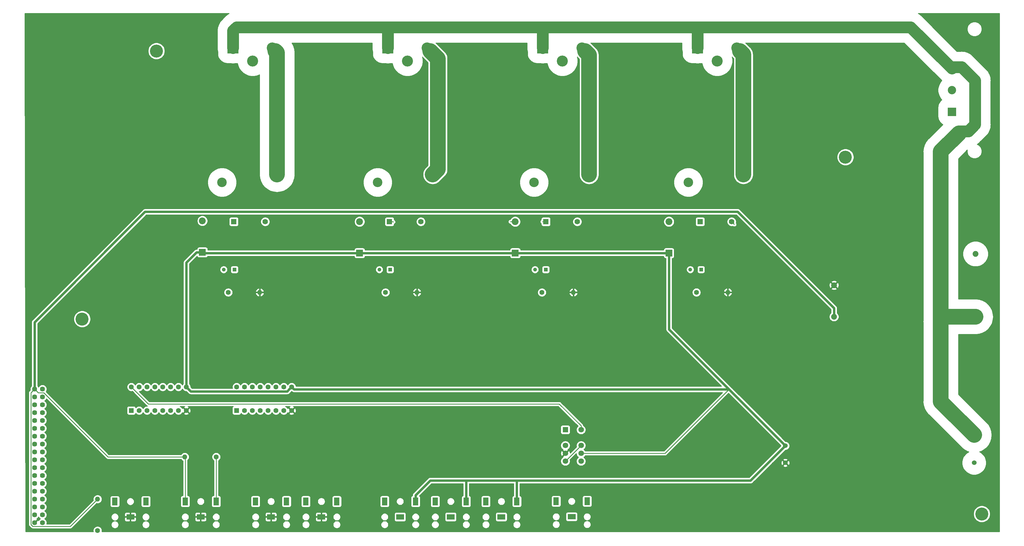
<source format=gbl>
G04 #@! TF.GenerationSoftware,KiCad,Pcbnew,5.1.5-52549c5~84~ubuntu18.04.1*
G04 #@! TF.CreationDate,2020-02-20T19:04:47-05:00*
G04 #@! TF.ProjectId,cropdroid-reservoir,63726f70-6472-46f6-9964-2d7265736572,0.5a*
G04 #@! TF.SameCoordinates,Original*
G04 #@! TF.FileFunction,Copper,L2,Bot*
G04 #@! TF.FilePolarity,Positive*
%FSLAX46Y46*%
G04 Gerber Fmt 4.6, Leading zero omitted, Abs format (unit mm)*
G04 Created by KiCad (PCBNEW 5.1.5-52549c5~84~ubuntu18.04.1) date 2020-02-20 19:04:47*
%MOMM*%
%LPD*%
G04 APERTURE LIST*
%ADD10C,1.524000*%
%ADD11C,3.290000*%
%ADD12C,3.090000*%
%ADD13R,1.760000X1.760000*%
%ADD14C,1.760000*%
%ADD15R,2.700000X2.700000*%
%ADD16C,2.700000*%
%ADD17C,1.620010*%
%ADD18C,1.881000*%
%ADD19R,1.881000X1.881000*%
%ADD20C,3.556000*%
%ADD21R,3.556000X3.556000*%
%ADD22O,1.600000X1.600000*%
%ADD23C,1.600000*%
%ADD24R,1.600000X1.600000*%
%ADD25C,1.230000*%
%ADD26R,1.230000X1.230000*%
%ADD27O,2.200000X2.200000*%
%ADD28R,2.200000X2.200000*%
%ADD29R,2.500000X1.800000*%
%ADD30R,1.800000X2.500000*%
%ADD31C,4.200000*%
%ADD32R,1.800000X1.800000*%
%ADD33C,1.800000*%
%ADD34C,0.254000*%
%ADD35C,0.762000*%
%ADD36C,5.080000*%
%ADD37C,3.810000*%
G04 APERTURE END LIST*
D10*
X297788200Y-185387800D03*
X297788200Y-190887800D03*
X358788200Y-181887800D03*
X358788200Y-190887800D03*
D11*
X234378500Y-97726500D03*
D12*
X216598500Y-100266500D03*
D13*
X220408500Y-112966500D03*
D14*
X230568500Y-112966500D03*
D15*
X351612200Y-77470000D03*
D16*
X351612200Y-70470000D03*
X351612200Y-63470000D03*
D17*
X57734200Y-210235800D03*
X55194200Y-210235800D03*
X57734200Y-207695800D03*
X55194200Y-207695800D03*
X57734200Y-205155800D03*
X55194200Y-205155800D03*
X57734200Y-202615800D03*
X55194200Y-202615800D03*
X57734200Y-200075800D03*
X55194200Y-200075800D03*
X57734200Y-197535800D03*
X55194200Y-197535800D03*
X57734200Y-194995800D03*
X55194200Y-194995800D03*
X57734200Y-192455800D03*
X55194200Y-192455800D03*
X57734200Y-189915800D03*
X55194200Y-189915800D03*
X57734200Y-187375800D03*
X55194200Y-187375800D03*
X57734200Y-184835800D03*
X55194200Y-184835800D03*
X57734200Y-182295800D03*
X55194200Y-182295800D03*
X57734200Y-179755800D03*
X55194200Y-179755800D03*
X57734200Y-177215800D03*
X55194200Y-177215800D03*
X57734200Y-174675800D03*
X55194200Y-174675800D03*
X57734200Y-172135800D03*
X55194200Y-172135800D03*
X57734200Y-169595800D03*
X55194200Y-169595800D03*
X57734200Y-167055800D03*
X55194200Y-167055800D03*
D18*
X313512200Y-133527800D03*
X313512200Y-143687800D03*
X359232200Y-123367800D03*
D19*
X359232200Y-143687800D03*
D20*
X175704500Y-61042500D03*
X182054500Y-56852500D03*
D21*
X169354500Y-56852500D03*
D22*
X279222200Y-135813800D03*
D23*
X269062200Y-135813800D03*
X138252200Y-166370000D03*
X138252200Y-173990000D03*
X120472200Y-166370000D03*
X123012200Y-166370000D03*
X125552200Y-166370000D03*
X128092200Y-166370000D03*
X130632200Y-166370000D03*
X133172200Y-166370000D03*
X135712200Y-166370000D03*
X135712200Y-173990000D03*
X133172200Y-173990000D03*
X130632200Y-173990000D03*
X128092200Y-173990000D03*
X125552200Y-173990000D03*
X123012200Y-173990000D03*
D24*
X120472200Y-173990000D03*
D11*
X284226000Y-97726500D03*
D12*
X266446000Y-100266500D03*
D13*
X270256000Y-112966500D03*
D14*
X280416000Y-112966500D03*
D20*
X275777960Y-61042500D03*
X282127960Y-56852500D03*
D21*
X269427960Y-56852500D03*
D25*
X267058200Y-128447800D03*
D26*
X270558200Y-128447800D03*
D27*
X260172200Y-112966500D03*
D28*
X260172200Y-123126500D03*
D29*
X189661800Y-208377800D03*
D30*
X194661800Y-203377800D03*
X184661800Y-203377800D03*
D29*
X131597400Y-208377800D03*
D30*
X136597400Y-203377800D03*
X126597400Y-203377800D03*
D29*
X206019400Y-208377800D03*
D30*
X211019400Y-203377800D03*
X201019400Y-203377800D03*
D31*
X94564200Y-57835800D03*
D29*
X86147900Y-208390500D03*
D30*
X91147900Y-203390500D03*
X81147900Y-203390500D03*
D29*
X108864400Y-208377800D03*
D30*
X113864400Y-203377800D03*
X103864400Y-203377800D03*
D31*
X317195200Y-92125800D03*
X70561200Y-144449800D03*
X361264200Y-207441800D03*
D22*
X178752500Y-135826500D03*
D23*
X168592500Y-135826500D03*
D25*
X116296500Y-128460500D03*
D26*
X119796500Y-128460500D03*
D22*
X229298500Y-135826500D03*
D23*
X219138500Y-135826500D03*
D22*
X127952500Y-135826500D03*
D23*
X117792500Y-135826500D03*
D25*
X216880500Y-128460500D03*
D26*
X220380500Y-128460500D03*
D25*
X166588500Y-128460500D03*
D26*
X170088500Y-128460500D03*
D32*
X226695000Y-180213000D03*
D33*
X226695000Y-185293000D03*
X226695000Y-187833000D03*
X226695000Y-190373000D03*
X231775000Y-190373000D03*
X231775000Y-187833000D03*
X231775000Y-185293000D03*
X231775000Y-180213000D03*
D22*
X103733600Y-188976000D03*
D23*
X113893600Y-188976000D03*
D22*
X75552300Y-202628500D03*
D23*
X75552300Y-212788500D03*
X104216200Y-166370000D03*
X104216200Y-173990000D03*
X86436200Y-166370000D03*
X88976200Y-166370000D03*
X91516200Y-166370000D03*
X94056200Y-166370000D03*
X96596200Y-166370000D03*
X99136200Y-166370000D03*
X101676200Y-166370000D03*
X101676200Y-173990000D03*
X99136200Y-173990000D03*
X96596200Y-173990000D03*
X94056200Y-173990000D03*
X91516200Y-173990000D03*
X88976200Y-173990000D03*
D24*
X86436200Y-173990000D03*
D11*
X183832500Y-97726500D03*
D12*
X166052500Y-100266500D03*
D13*
X169862500Y-112966500D03*
D14*
X180022500Y-112966500D03*
D11*
X133540500Y-97726500D03*
D12*
X115760500Y-100266500D03*
D13*
X119570500Y-112966500D03*
D14*
X129730500Y-112966500D03*
D20*
X225742500Y-61042500D03*
X232092500Y-56852500D03*
D21*
X219392500Y-56852500D03*
D20*
X125666500Y-61042500D03*
X132016500Y-56852500D03*
D21*
X119316500Y-56852500D03*
D27*
X210502500Y-112966500D03*
D28*
X210502500Y-123126500D03*
D27*
X160210500Y-112966500D03*
D28*
X160210500Y-123126500D03*
D27*
X109410500Y-112712500D03*
D28*
X109410500Y-122872500D03*
D29*
X228727000Y-208327000D03*
D30*
X233727000Y-203327000D03*
X223727000Y-203327000D03*
D29*
X147853400Y-208377800D03*
D30*
X152853400Y-203377800D03*
X142853400Y-203377800D03*
D29*
X173304200Y-208377800D03*
D30*
X178304200Y-203377800D03*
X168304200Y-203377800D03*
D34*
X113864400Y-189005200D02*
X113893600Y-188976000D01*
X113864400Y-203377800D02*
X113864400Y-189005200D01*
D35*
X139052199Y-167169999D02*
X279570399Y-167169999D01*
X138252200Y-166370000D02*
X139052199Y-167169999D01*
X137452201Y-167169999D02*
X138252200Y-166370000D01*
X105651201Y-167805001D02*
X136817199Y-167805001D01*
X136817199Y-167805001D02*
X137452201Y-167169999D01*
X104216200Y-166370000D02*
X105651201Y-167805001D01*
D34*
X258907398Y-187833000D02*
X231775000Y-187833000D01*
X279570399Y-167169999D02*
X258907398Y-187833000D01*
X280416000Y-112966500D02*
X281295999Y-113846499D01*
D35*
X295859200Y-183438800D02*
X297026201Y-184625801D01*
X297026201Y-184625801D02*
X297788200Y-185387800D01*
X109664500Y-123126500D02*
X109410500Y-122872500D01*
X260172200Y-123126500D02*
X109664500Y-123126500D01*
X104216200Y-165238630D02*
X104216200Y-166370000D01*
X104216200Y-126204800D02*
X104216200Y-165238630D01*
X107548500Y-122872500D02*
X104216200Y-126204800D01*
X109410500Y-122872500D02*
X107548500Y-122872500D01*
X260172200Y-147751800D02*
X279984200Y-167563800D01*
X279570399Y-167169999D02*
X279984200Y-167563800D01*
X260172200Y-123126500D02*
X260172200Y-147751800D01*
X279984200Y-167563800D02*
X295859200Y-183438800D01*
X178304200Y-201365800D02*
X183023200Y-196646800D01*
X178304200Y-203377800D02*
X178304200Y-201365800D01*
X286529200Y-196646800D02*
X297788200Y-185387800D01*
X194513200Y-196646800D02*
X194661800Y-196795400D01*
X194661800Y-196795400D02*
X194661800Y-203377800D01*
X183023200Y-196646800D02*
X194513200Y-196646800D01*
X211019400Y-196897000D02*
X211019400Y-203377800D01*
X210769200Y-196646800D02*
X211019400Y-196897000D01*
X210769200Y-196646800D02*
X286529200Y-196646800D01*
X194513200Y-196646800D02*
X210769200Y-196646800D01*
D36*
X234378500Y-59138500D02*
X233108501Y-57868501D01*
X234378500Y-97726500D02*
X234378500Y-59138500D01*
D34*
X231775000Y-178940208D02*
X224716592Y-171881800D01*
X231775000Y-180213000D02*
X231775000Y-178940208D01*
X91948000Y-171881800D02*
X86436200Y-166370000D01*
X224716592Y-171881800D02*
X91948000Y-171881800D01*
D36*
X185477499Y-60275499D02*
X183070501Y-57868501D01*
X183832500Y-97726500D02*
X185477499Y-96081501D01*
X185477499Y-96081501D02*
X185477499Y-60275499D01*
D34*
X169862500Y-112966500D02*
X170996500Y-112966500D01*
X170996500Y-112966500D02*
X171084501Y-113054501D01*
X220408500Y-112966500D02*
X219274500Y-112966500D01*
X210502500Y-112966500D02*
X208946866Y-112966500D01*
X230516001Y-186551999D02*
X231775000Y-185293000D01*
X226695000Y-190373000D02*
X230516001Y-186551999D01*
D37*
X353894399Y-84408001D02*
X354529399Y-83773001D01*
X353863957Y-84408001D02*
X353894399Y-84408001D01*
X354715906Y-62976990D02*
X351612200Y-62976990D01*
X359105210Y-67366294D02*
X354715906Y-62976990D01*
X354529399Y-83773001D02*
X356924601Y-83773001D01*
X356924601Y-83773001D02*
X359105210Y-81592392D01*
X359105210Y-81592392D02*
X359105210Y-67366294D01*
D36*
X348006101Y-171105701D02*
X358788200Y-181887800D01*
X353863957Y-84408001D02*
X348006101Y-90265857D01*
X349580200Y-143687800D02*
X359232200Y-143687800D01*
X348006101Y-145261899D02*
X348006101Y-171105701D01*
X348006101Y-145261899D02*
X349580200Y-143687800D01*
X348006101Y-90265857D02*
X348006101Y-145261899D01*
D37*
X350262201Y-62120001D02*
X351612200Y-63470000D01*
X338263699Y-50121499D02*
X350262201Y-62120001D01*
X119316500Y-51264500D02*
X120459501Y-50121499D01*
X119316500Y-56852500D02*
X119316500Y-51264500D01*
X169354500Y-50395498D02*
X169354500Y-56852500D01*
X169080501Y-50121499D02*
X169354500Y-50395498D01*
X120459501Y-50121499D02*
X169080501Y-50121499D01*
X219372501Y-50121499D02*
X219392500Y-50141498D01*
X219392500Y-50141498D02*
X219392500Y-56852500D01*
X169080501Y-50121499D02*
X219372501Y-50121499D01*
X269427960Y-51120040D02*
X269427960Y-56852500D01*
X270426501Y-50121499D02*
X338263699Y-50121499D01*
X270426501Y-50121499D02*
X269427960Y-51120040D01*
X219372501Y-50121499D02*
X270426501Y-50121499D01*
D36*
X133540500Y-58376500D02*
X133032501Y-57868501D01*
X133540500Y-97726500D02*
X133540500Y-58376500D01*
X284226000Y-58950540D02*
X283143961Y-57868501D01*
X284226000Y-97726500D02*
X284226000Y-58950540D01*
D34*
X103864400Y-189106800D02*
X103733600Y-188976000D01*
X103864400Y-203377800D02*
X103864400Y-189106800D01*
X74752301Y-203428499D02*
X75552300Y-202628500D01*
X66753994Y-211426806D02*
X74752301Y-203428499D01*
X54622516Y-211426806D02*
X66753994Y-211426806D01*
X54003194Y-168246806D02*
X54003194Y-210807484D01*
X54003194Y-210807484D02*
X54622516Y-211426806D01*
X55194200Y-167055800D02*
X54003194Y-168246806D01*
X56004204Y-167865804D02*
X55194200Y-167055800D01*
X56385206Y-168246806D02*
X56004204Y-167865804D01*
X58147896Y-168246806D02*
X56385206Y-168246806D01*
X78877090Y-188976000D02*
X58147896Y-168246806D01*
X103733600Y-188976000D02*
X78877090Y-188976000D01*
D35*
X313512200Y-143687800D02*
X313512200Y-140893800D01*
X313512200Y-140893800D02*
X282397200Y-109778800D01*
X282397200Y-109778800D02*
X90881200Y-109778800D01*
X55194200Y-145465800D02*
X55194200Y-167055800D01*
X90881200Y-109778800D02*
X55194200Y-145465800D01*
D34*
G36*
X117623549Y-45877197D02*
G01*
X116850019Y-46512017D01*
X116690936Y-46705860D01*
X115900856Y-47495940D01*
X115707019Y-47655018D01*
X115547941Y-47848855D01*
X115547936Y-47848860D01*
X115072198Y-48428548D01*
X114977113Y-48606440D01*
X114600484Y-49311062D01*
X114310004Y-50268646D01*
X114236500Y-51014945D01*
X114236500Y-51014955D01*
X114211922Y-51264500D01*
X114236500Y-51514045D01*
X114236500Y-57102054D01*
X114310004Y-57848353D01*
X114348138Y-57974064D01*
X114348138Y-58630500D01*
X114409440Y-59252909D01*
X114590990Y-59851399D01*
X114885811Y-60402970D01*
X115282573Y-60886427D01*
X115766030Y-61283189D01*
X116317601Y-61578010D01*
X116916091Y-61759560D01*
X117538500Y-61820862D01*
X118194935Y-61820862D01*
X118320646Y-61858996D01*
X119316500Y-61957079D01*
X120312353Y-61858996D01*
X120438064Y-61820862D01*
X120771291Y-61820862D01*
X120903841Y-62487237D01*
X121277209Y-63388625D01*
X121819254Y-64199853D01*
X122509147Y-64889746D01*
X123320375Y-65431791D01*
X124221763Y-65805159D01*
X125178672Y-65995500D01*
X126154328Y-65995500D01*
X127111237Y-65805159D01*
X127825501Y-65509301D01*
X127825500Y-98007256D01*
X127908191Y-98846835D01*
X128234981Y-99924117D01*
X128765659Y-100916946D01*
X129479832Y-101787167D01*
X130350053Y-102501341D01*
X131342882Y-103032019D01*
X132420164Y-103358809D01*
X133540500Y-103469152D01*
X134660835Y-103358809D01*
X135738117Y-103032019D01*
X136730946Y-102501341D01*
X137601167Y-101787168D01*
X138315341Y-100916947D01*
X138846019Y-99924118D01*
X138883178Y-99801621D01*
X161332500Y-99801621D01*
X161332500Y-100731379D01*
X161513887Y-101643273D01*
X161869690Y-102502258D01*
X162386237Y-103275325D01*
X163043675Y-103932763D01*
X163816742Y-104449310D01*
X164675727Y-104805113D01*
X165587621Y-104986500D01*
X166517379Y-104986500D01*
X167429273Y-104805113D01*
X168288258Y-104449310D01*
X169061325Y-103932763D01*
X169718763Y-103275325D01*
X170235310Y-102502258D01*
X170591113Y-101643273D01*
X170772500Y-100731379D01*
X170772500Y-99801621D01*
X170591113Y-98889727D01*
X170235310Y-98030742D01*
X169718763Y-97257675D01*
X169061325Y-96600237D01*
X168288258Y-96083690D01*
X167429273Y-95727887D01*
X166517379Y-95546500D01*
X165587621Y-95546500D01*
X164675727Y-95727887D01*
X163816742Y-96083690D01*
X163043675Y-96600237D01*
X162386237Y-97257675D01*
X161869690Y-98030742D01*
X161513887Y-98889727D01*
X161332500Y-99801621D01*
X138883178Y-99801621D01*
X139172809Y-98846836D01*
X139255500Y-98007257D01*
X139255500Y-58657248D01*
X139283151Y-58376499D01*
X139255500Y-58095750D01*
X139255500Y-58095743D01*
X139172809Y-57256164D01*
X138846019Y-56178882D01*
X138323597Y-55201499D01*
X164274500Y-55201499D01*
X164274500Y-57102055D01*
X164348004Y-57848354D01*
X164386138Y-57974064D01*
X164386138Y-58630500D01*
X164447440Y-59252909D01*
X164628990Y-59851399D01*
X164923811Y-60402970D01*
X165320573Y-60886427D01*
X165804030Y-61283189D01*
X166355601Y-61578010D01*
X166954091Y-61759560D01*
X167576500Y-61820862D01*
X168232936Y-61820862D01*
X168358647Y-61858996D01*
X169354500Y-61957079D01*
X170350354Y-61858996D01*
X170476065Y-61820862D01*
X170809291Y-61820862D01*
X170941841Y-62487237D01*
X171315209Y-63388625D01*
X171857254Y-64199853D01*
X172547147Y-64889746D01*
X173358375Y-65431791D01*
X174259763Y-65805159D01*
X175216672Y-65995500D01*
X176192328Y-65995500D01*
X177149237Y-65805159D01*
X178050625Y-65431791D01*
X178861853Y-64889746D01*
X179551746Y-64199853D01*
X180093791Y-63388625D01*
X180467159Y-62487237D01*
X180657500Y-61530328D01*
X180657500Y-60554672D01*
X180494290Y-59734158D01*
X180715148Y-60003275D01*
X182302500Y-61590628D01*
X182302499Y-94766374D01*
X181477147Y-95591726D01*
X181179811Y-95954031D01*
X180884990Y-96505602D01*
X180703441Y-97104092D01*
X180642138Y-97726500D01*
X180703441Y-98348908D01*
X180884990Y-98947398D01*
X181179811Y-99498969D01*
X181576574Y-99982426D01*
X182060031Y-100379189D01*
X182611602Y-100674010D01*
X183210092Y-100855559D01*
X183832500Y-100916862D01*
X184454908Y-100855559D01*
X185053398Y-100674010D01*
X185604969Y-100379189D01*
X185967274Y-100081853D01*
X186247506Y-99801621D01*
X211878500Y-99801621D01*
X211878500Y-100731379D01*
X212059887Y-101643273D01*
X212415690Y-102502258D01*
X212932237Y-103275325D01*
X213589675Y-103932763D01*
X214362742Y-104449310D01*
X215221727Y-104805113D01*
X216133621Y-104986500D01*
X217063379Y-104986500D01*
X217975273Y-104805113D01*
X218834258Y-104449310D01*
X219607325Y-103932763D01*
X220264763Y-103275325D01*
X220781310Y-102502258D01*
X221137113Y-101643273D01*
X221318500Y-100731379D01*
X221318500Y-99801621D01*
X221137113Y-98889727D01*
X220781310Y-98030742D01*
X220264763Y-97257675D01*
X219607325Y-96600237D01*
X218834258Y-96083690D01*
X217975273Y-95727887D01*
X217063379Y-95546500D01*
X216133621Y-95546500D01*
X215221727Y-95727887D01*
X214362742Y-96083690D01*
X213589675Y-96600237D01*
X212932237Y-97257675D01*
X212415690Y-98030742D01*
X212059887Y-98889727D01*
X211878500Y-99801621D01*
X186247506Y-99801621D01*
X187612266Y-98436861D01*
X187733426Y-98337428D01*
X188130188Y-97853971D01*
X188425009Y-97302400D01*
X188606559Y-96703910D01*
X188652499Y-96237474D01*
X188652499Y-96237473D01*
X188667861Y-96081501D01*
X188652499Y-95925528D01*
X188652499Y-60431468D01*
X188667861Y-60275498D01*
X188652499Y-60119526D01*
X188606559Y-59653090D01*
X188425009Y-59054600D01*
X188366427Y-58945000D01*
X188130188Y-58503028D01*
X187931539Y-58260974D01*
X187733426Y-58019572D01*
X187612270Y-57920142D01*
X185205275Y-55513148D01*
X184842970Y-55215812D01*
X184816192Y-55201499D01*
X214312500Y-55201499D01*
X214312500Y-57102055D01*
X214386005Y-57848354D01*
X214424138Y-57974062D01*
X214424138Y-58630500D01*
X214485440Y-59252909D01*
X214666990Y-59851399D01*
X214961811Y-60402970D01*
X215358573Y-60886427D01*
X215842030Y-61283189D01*
X216393601Y-61578010D01*
X216992091Y-61759560D01*
X217614500Y-61820862D01*
X218270936Y-61820862D01*
X218396647Y-61858996D01*
X219392500Y-61957079D01*
X220388354Y-61858996D01*
X220514065Y-61820862D01*
X220847291Y-61820862D01*
X220979841Y-62487237D01*
X221353209Y-63388625D01*
X221895254Y-64199853D01*
X222585147Y-64889746D01*
X223396375Y-65431791D01*
X224297763Y-65805159D01*
X225254672Y-65995500D01*
X226230328Y-65995500D01*
X227187237Y-65805159D01*
X228088625Y-65431791D01*
X228899853Y-64889746D01*
X229589746Y-64199853D01*
X230131791Y-63388625D01*
X230505159Y-62487237D01*
X230695500Y-61530328D01*
X230695500Y-60554672D01*
X230532290Y-59734158D01*
X230753148Y-60003275D01*
X231203501Y-60453628D01*
X231203500Y-97882472D01*
X231249440Y-98348908D01*
X231430990Y-98947398D01*
X231725811Y-99498969D01*
X232122573Y-99982427D01*
X232606030Y-100379189D01*
X233157601Y-100674010D01*
X233756091Y-100855560D01*
X234378500Y-100916862D01*
X235000908Y-100855560D01*
X235599398Y-100674010D01*
X236150969Y-100379189D01*
X236634427Y-99982427D01*
X236782810Y-99801621D01*
X261726000Y-99801621D01*
X261726000Y-100731379D01*
X261907387Y-101643273D01*
X262263190Y-102502258D01*
X262779737Y-103275325D01*
X263437175Y-103932763D01*
X264210242Y-104449310D01*
X265069227Y-104805113D01*
X265981121Y-104986500D01*
X266910879Y-104986500D01*
X267822773Y-104805113D01*
X268681758Y-104449310D01*
X269454825Y-103932763D01*
X270112263Y-103275325D01*
X270628810Y-102502258D01*
X270984613Y-101643273D01*
X271166000Y-100731379D01*
X271166000Y-99801621D01*
X270984613Y-98889727D01*
X270628810Y-98030742D01*
X270112263Y-97257675D01*
X269454825Y-96600237D01*
X268681758Y-96083690D01*
X267822773Y-95727887D01*
X266910879Y-95546500D01*
X265981121Y-95546500D01*
X265069227Y-95727887D01*
X264210242Y-96083690D01*
X263437175Y-96600237D01*
X262779737Y-97257675D01*
X262263190Y-98030742D01*
X261907387Y-98889727D01*
X261726000Y-99801621D01*
X236782810Y-99801621D01*
X237031189Y-99498970D01*
X237326010Y-98947399D01*
X237507560Y-98348909D01*
X237553500Y-97882473D01*
X237553500Y-59294473D01*
X237568862Y-59138500D01*
X237507560Y-58516091D01*
X237326010Y-57917601D01*
X237051476Y-57403985D01*
X237031189Y-57366030D01*
X236634427Y-56882573D01*
X236513266Y-56783139D01*
X235243275Y-55513148D01*
X234880970Y-55215812D01*
X234854192Y-55201499D01*
X264347960Y-55201499D01*
X264347960Y-57102055D01*
X264421464Y-57848354D01*
X264459598Y-57974064D01*
X264459598Y-58630500D01*
X264520900Y-59252909D01*
X264702450Y-59851399D01*
X264997271Y-60402970D01*
X265394033Y-60886427D01*
X265877490Y-61283189D01*
X266429061Y-61578010D01*
X267027551Y-61759560D01*
X267649960Y-61820862D01*
X268306396Y-61820862D01*
X268432107Y-61858996D01*
X269427960Y-61957079D01*
X270423814Y-61858996D01*
X270549525Y-61820862D01*
X270882751Y-61820862D01*
X271015301Y-62487237D01*
X271388669Y-63388625D01*
X271930714Y-64199853D01*
X272620607Y-64889746D01*
X273431835Y-65431791D01*
X274333223Y-65805159D01*
X275290132Y-65995500D01*
X276265788Y-65995500D01*
X277222697Y-65805159D01*
X278124085Y-65431791D01*
X278935313Y-64889746D01*
X279625206Y-64199853D01*
X280167251Y-63388625D01*
X280540619Y-62487237D01*
X280730960Y-61530328D01*
X280730960Y-60554672D01*
X280567750Y-59734158D01*
X280788608Y-60003275D01*
X281051001Y-60265668D01*
X281051000Y-97882472D01*
X281096940Y-98348908D01*
X281278490Y-98947398D01*
X281573311Y-99498969D01*
X281970073Y-99982427D01*
X282453530Y-100379189D01*
X283005101Y-100674010D01*
X283603591Y-100855560D01*
X284226000Y-100916862D01*
X284848408Y-100855560D01*
X285446898Y-100674010D01*
X285998469Y-100379189D01*
X286481927Y-99982427D01*
X286878689Y-99498970D01*
X287173510Y-98947399D01*
X287355060Y-98348909D01*
X287401000Y-97882473D01*
X287401000Y-91856426D01*
X314460200Y-91856426D01*
X314460200Y-92395174D01*
X314565305Y-92923570D01*
X314771475Y-93421308D01*
X315070787Y-93869261D01*
X315451739Y-94250213D01*
X315899692Y-94549525D01*
X316397430Y-94755695D01*
X316925826Y-94860800D01*
X317464574Y-94860800D01*
X317992970Y-94755695D01*
X318490708Y-94549525D01*
X318938661Y-94250213D01*
X319319613Y-93869261D01*
X319618925Y-93421308D01*
X319825095Y-92923570D01*
X319930200Y-92395174D01*
X319930200Y-91856426D01*
X319825095Y-91328030D01*
X319618925Y-90830292D01*
X319319613Y-90382339D01*
X318938661Y-90001387D01*
X318490708Y-89702075D01*
X317992970Y-89495905D01*
X317464574Y-89390800D01*
X316925826Y-89390800D01*
X316397430Y-89495905D01*
X315899692Y-89702075D01*
X315451739Y-90001387D01*
X315070787Y-90382339D01*
X314771475Y-90830292D01*
X314565305Y-91328030D01*
X314460200Y-91856426D01*
X287401000Y-91856426D01*
X287401000Y-59106509D01*
X287416362Y-58950539D01*
X287385143Y-58633570D01*
X287355060Y-58328131D01*
X287173510Y-57729641D01*
X286878689Y-57178070D01*
X286481927Y-56694613D01*
X286360766Y-56595179D01*
X285278735Y-55513148D01*
X284916430Y-55215812D01*
X284889652Y-55201499D01*
X336159495Y-55201499D01*
X346846560Y-65888565D01*
X346846566Y-65888570D01*
X348196560Y-67238564D01*
X348332641Y-67350242D01*
X348097403Y-67585480D01*
X347602197Y-68326609D01*
X347261093Y-69150106D01*
X347087200Y-70024326D01*
X347087200Y-70915674D01*
X347261093Y-71789894D01*
X347602197Y-72613391D01*
X348097403Y-73354520D01*
X348336196Y-73593313D01*
X348006273Y-73864073D01*
X347609511Y-74347530D01*
X347314690Y-74899101D01*
X347133140Y-75497591D01*
X347071838Y-76120000D01*
X347071838Y-78820000D01*
X347133140Y-79442409D01*
X347314690Y-80040899D01*
X347609511Y-80592470D01*
X348006273Y-81075927D01*
X348489730Y-81472689D01*
X348637861Y-81551867D01*
X344163508Y-86026220D01*
X343945433Y-86205190D01*
X343766464Y-86423264D01*
X343766461Y-86423267D01*
X343541838Y-86696971D01*
X343231260Y-87075411D01*
X342700582Y-88068240D01*
X342373792Y-89145522D01*
X342291101Y-89985101D01*
X342291101Y-89985108D01*
X342263450Y-90265857D01*
X342291101Y-90546606D01*
X342291102Y-144981133D01*
X342291101Y-144981143D01*
X342291101Y-144981150D01*
X342263450Y-145261899D01*
X342291101Y-145542648D01*
X342291102Y-170824942D01*
X342263450Y-171105701D01*
X342373792Y-172226036D01*
X342700582Y-173303318D01*
X343231260Y-174296147D01*
X343766461Y-174948291D01*
X343766465Y-174948295D01*
X343945434Y-175166369D01*
X344163508Y-175345338D01*
X354945610Y-186127440D01*
X355597753Y-186662641D01*
X356590582Y-187193319D01*
X357069129Y-187338485D01*
X356923331Y-187398876D01*
X356278509Y-187829733D01*
X355730133Y-188378109D01*
X355299276Y-189022931D01*
X355002497Y-189739420D01*
X354851200Y-190500039D01*
X354851200Y-191275561D01*
X355002497Y-192036180D01*
X355299276Y-192752669D01*
X355730133Y-193397491D01*
X356278509Y-193945867D01*
X356923331Y-194376724D01*
X357639820Y-194673503D01*
X358400439Y-194824800D01*
X359175961Y-194824800D01*
X359936580Y-194673503D01*
X360653069Y-194376724D01*
X361297891Y-193945867D01*
X361846267Y-193397491D01*
X362277124Y-192752669D01*
X362573903Y-192036180D01*
X362725200Y-191275561D01*
X362725200Y-190500039D01*
X362573903Y-189739420D01*
X362277124Y-189022931D01*
X361846267Y-188378109D01*
X361297891Y-187829733D01*
X360653069Y-187398876D01*
X360507271Y-187338485D01*
X360985818Y-187193319D01*
X361978646Y-186662641D01*
X362848868Y-185948468D01*
X363563041Y-185078246D01*
X364093719Y-184085418D01*
X364420509Y-183008135D01*
X364530852Y-181887800D01*
X364420509Y-180767464D01*
X364093719Y-179690182D01*
X363563041Y-178697353D01*
X363027840Y-178045210D01*
X353721101Y-168738471D01*
X353721101Y-149402800D01*
X359512957Y-149402800D01*
X360352536Y-149320109D01*
X361429818Y-148993319D01*
X362422647Y-148462641D01*
X363292868Y-147748468D01*
X364007041Y-146878247D01*
X364537719Y-145885418D01*
X364864509Y-144808136D01*
X364974852Y-143687800D01*
X364864509Y-142567464D01*
X364537719Y-141490182D01*
X364007041Y-140497353D01*
X363292868Y-139627132D01*
X362422647Y-138912959D01*
X361429818Y-138382281D01*
X360352536Y-138055491D01*
X359512957Y-137972800D01*
X353721101Y-137972800D01*
X353721101Y-122962459D01*
X355116700Y-122962459D01*
X355116700Y-123773141D01*
X355274856Y-124568247D01*
X355585091Y-125317220D01*
X356035483Y-125991278D01*
X356608722Y-126564517D01*
X357282780Y-127014909D01*
X358031753Y-127325144D01*
X358826859Y-127483300D01*
X359637541Y-127483300D01*
X360432647Y-127325144D01*
X361181620Y-127014909D01*
X361855678Y-126564517D01*
X362428917Y-125991278D01*
X362879309Y-125317220D01*
X363189544Y-124568247D01*
X363347700Y-123773141D01*
X363347700Y-122962459D01*
X363189544Y-122167353D01*
X362879309Y-121418380D01*
X362428917Y-120744322D01*
X361855678Y-120171083D01*
X361181620Y-119720691D01*
X360432647Y-119410456D01*
X359637541Y-119252300D01*
X358826859Y-119252300D01*
X358031753Y-119410456D01*
X357282780Y-119720691D01*
X356608722Y-120171083D01*
X356035483Y-120744322D01*
X355585091Y-121418380D01*
X355274856Y-122167353D01*
X355116700Y-122962459D01*
X353721101Y-122962459D01*
X353721101Y-92633087D01*
X356566459Y-89787730D01*
X356527200Y-89985098D01*
X356527200Y-90454902D01*
X356618854Y-90915679D01*
X356798640Y-91349721D01*
X357059650Y-91740349D01*
X357391851Y-92072550D01*
X357782479Y-92333560D01*
X358216521Y-92513346D01*
X358677298Y-92605000D01*
X359147102Y-92605000D01*
X359607879Y-92513346D01*
X360041921Y-92333560D01*
X360432549Y-92072550D01*
X360764750Y-91740349D01*
X361025760Y-91349721D01*
X361205546Y-90915679D01*
X361297200Y-90454902D01*
X361297200Y-89985098D01*
X361205546Y-89524321D01*
X361025760Y-89090279D01*
X360764750Y-88699651D01*
X360432549Y-88367450D01*
X360041921Y-88106440D01*
X359782749Y-87999087D01*
X360534083Y-87382483D01*
X360693166Y-87188640D01*
X362520851Y-85360955D01*
X362714692Y-85201874D01*
X363349512Y-84428344D01*
X363821226Y-83545830D01*
X364111706Y-82588246D01*
X364185210Y-81841947D01*
X364185210Y-81841937D01*
X364209788Y-81592392D01*
X364185210Y-81342847D01*
X364185210Y-67615838D01*
X364209788Y-67366293D01*
X364185210Y-67116748D01*
X364185210Y-67116739D01*
X364111706Y-66370440D01*
X363821226Y-65412856D01*
X363488246Y-64789894D01*
X363349512Y-64530341D01*
X362873774Y-63950653D01*
X362873770Y-63950649D01*
X362714692Y-63756812D01*
X362520855Y-63597734D01*
X358484470Y-59561350D01*
X358325388Y-59367508D01*
X357551858Y-58732688D01*
X356669344Y-58260974D01*
X355711760Y-57970494D01*
X354965461Y-57896990D01*
X354965451Y-57896990D01*
X354715906Y-57872412D01*
X354466361Y-57896990D01*
X353223395Y-57896990D01*
X345811503Y-50485098D01*
X356527200Y-50485098D01*
X356527200Y-50954902D01*
X356618854Y-51415679D01*
X356798640Y-51849721D01*
X357059650Y-52240349D01*
X357391851Y-52572550D01*
X357782479Y-52833560D01*
X358216521Y-53013346D01*
X358677298Y-53105000D01*
X359147102Y-53105000D01*
X359607879Y-53013346D01*
X360041921Y-52833560D01*
X360432549Y-52572550D01*
X360764750Y-52240349D01*
X361025760Y-51849721D01*
X361205546Y-51415679D01*
X361297200Y-50954902D01*
X361297200Y-50485098D01*
X361205546Y-50024321D01*
X361025760Y-49590279D01*
X360764750Y-49199651D01*
X360432549Y-48867450D01*
X360041921Y-48606440D01*
X359607879Y-48426654D01*
X359147102Y-48335000D01*
X358677298Y-48335000D01*
X358216521Y-48426654D01*
X357782479Y-48606440D01*
X357391851Y-48867450D01*
X357059650Y-49199651D01*
X356798640Y-49590279D01*
X356618854Y-50024321D01*
X356527200Y-50485098D01*
X345811503Y-50485098D01*
X342032263Y-46705859D01*
X341873181Y-46512017D01*
X341099651Y-45877197D01*
X340733528Y-45681500D01*
X366941500Y-45681500D01*
X366941501Y-213131800D01*
X76947126Y-213131800D01*
X76987300Y-212929835D01*
X76987300Y-212647165D01*
X76932153Y-212369926D01*
X76823980Y-212108773D01*
X76666937Y-211873741D01*
X76467059Y-211673863D01*
X76232027Y-211516820D01*
X75970874Y-211408647D01*
X75693635Y-211353500D01*
X75410965Y-211353500D01*
X75133726Y-211408647D01*
X74872573Y-211516820D01*
X74637541Y-211673863D01*
X74437663Y-211873741D01*
X74280620Y-212108773D01*
X74172447Y-212369926D01*
X74117300Y-212647165D01*
X74117300Y-212929835D01*
X74157474Y-213131800D01*
X52297157Y-213131800D01*
X52226228Y-168246806D01*
X53237508Y-168246806D01*
X53241194Y-168284229D01*
X53241195Y-210770051D01*
X53237508Y-210807484D01*
X53252221Y-210956862D01*
X53295793Y-211100499D01*
X53366549Y-211232876D01*
X53437915Y-211319835D01*
X53461773Y-211348906D01*
X53490843Y-211372763D01*
X54057232Y-211939152D01*
X54081094Y-211968228D01*
X54137526Y-212014540D01*
X54197123Y-212063451D01*
X54267880Y-212101271D01*
X54329501Y-212134208D01*
X54473138Y-212177780D01*
X54585090Y-212188806D01*
X54585093Y-212188806D01*
X54622516Y-212192492D01*
X54659939Y-212188806D01*
X66716571Y-212188806D01*
X66753994Y-212192492D01*
X66791417Y-212188806D01*
X66791420Y-212188806D01*
X66903372Y-212177780D01*
X67047009Y-212134208D01*
X67179386Y-212063451D01*
X67295416Y-211968228D01*
X67319278Y-211939152D01*
X68489567Y-210768863D01*
X79912900Y-210768863D01*
X79912900Y-211012137D01*
X79960360Y-211250736D01*
X80053457Y-211475492D01*
X80188613Y-211677767D01*
X80360633Y-211849787D01*
X80562908Y-211984943D01*
X80787664Y-212078040D01*
X81026263Y-212125500D01*
X81269537Y-212125500D01*
X81508136Y-212078040D01*
X81732892Y-211984943D01*
X81935167Y-211849787D01*
X82107187Y-211677767D01*
X82242343Y-211475492D01*
X82335440Y-211250736D01*
X82382900Y-211012137D01*
X82382900Y-210768863D01*
X89912900Y-210768863D01*
X89912900Y-211012137D01*
X89960360Y-211250736D01*
X90053457Y-211475492D01*
X90188613Y-211677767D01*
X90360633Y-211849787D01*
X90562908Y-211984943D01*
X90787664Y-212078040D01*
X91026263Y-212125500D01*
X91269537Y-212125500D01*
X91508136Y-212078040D01*
X91732892Y-211984943D01*
X91935167Y-211849787D01*
X92107187Y-211677767D01*
X92242343Y-211475492D01*
X92335440Y-211250736D01*
X92382900Y-211012137D01*
X92382900Y-210768863D01*
X92380374Y-210756163D01*
X102629400Y-210756163D01*
X102629400Y-210999437D01*
X102676860Y-211238036D01*
X102769957Y-211462792D01*
X102905113Y-211665067D01*
X103077133Y-211837087D01*
X103279408Y-211972243D01*
X103504164Y-212065340D01*
X103742763Y-212112800D01*
X103986037Y-212112800D01*
X104224636Y-212065340D01*
X104449392Y-211972243D01*
X104651667Y-211837087D01*
X104823687Y-211665067D01*
X104958843Y-211462792D01*
X105051940Y-211238036D01*
X105099400Y-210999437D01*
X105099400Y-210756163D01*
X112629400Y-210756163D01*
X112629400Y-210999437D01*
X112676860Y-211238036D01*
X112769957Y-211462792D01*
X112905113Y-211665067D01*
X113077133Y-211837087D01*
X113279408Y-211972243D01*
X113504164Y-212065340D01*
X113742763Y-212112800D01*
X113986037Y-212112800D01*
X114224636Y-212065340D01*
X114449392Y-211972243D01*
X114651667Y-211837087D01*
X114823687Y-211665067D01*
X114958843Y-211462792D01*
X115051940Y-211238036D01*
X115099400Y-210999437D01*
X115099400Y-210756163D01*
X125362400Y-210756163D01*
X125362400Y-210999437D01*
X125409860Y-211238036D01*
X125502957Y-211462792D01*
X125638113Y-211665067D01*
X125810133Y-211837087D01*
X126012408Y-211972243D01*
X126237164Y-212065340D01*
X126475763Y-212112800D01*
X126719037Y-212112800D01*
X126957636Y-212065340D01*
X127182392Y-211972243D01*
X127384667Y-211837087D01*
X127556687Y-211665067D01*
X127691843Y-211462792D01*
X127784940Y-211238036D01*
X127832400Y-210999437D01*
X127832400Y-210756163D01*
X135362400Y-210756163D01*
X135362400Y-210999437D01*
X135409860Y-211238036D01*
X135502957Y-211462792D01*
X135638113Y-211665067D01*
X135810133Y-211837087D01*
X136012408Y-211972243D01*
X136237164Y-212065340D01*
X136475763Y-212112800D01*
X136719037Y-212112800D01*
X136957636Y-212065340D01*
X137182392Y-211972243D01*
X137384667Y-211837087D01*
X137556687Y-211665067D01*
X137691843Y-211462792D01*
X137784940Y-211238036D01*
X137832400Y-210999437D01*
X137832400Y-210756163D01*
X141618400Y-210756163D01*
X141618400Y-210999437D01*
X141665860Y-211238036D01*
X141758957Y-211462792D01*
X141894113Y-211665067D01*
X142066133Y-211837087D01*
X142268408Y-211972243D01*
X142493164Y-212065340D01*
X142731763Y-212112800D01*
X142975037Y-212112800D01*
X143213636Y-212065340D01*
X143438392Y-211972243D01*
X143640667Y-211837087D01*
X143812687Y-211665067D01*
X143947843Y-211462792D01*
X144040940Y-211238036D01*
X144088400Y-210999437D01*
X144088400Y-210756163D01*
X151618400Y-210756163D01*
X151618400Y-210999437D01*
X151665860Y-211238036D01*
X151758957Y-211462792D01*
X151894113Y-211665067D01*
X152066133Y-211837087D01*
X152268408Y-211972243D01*
X152493164Y-212065340D01*
X152731763Y-212112800D01*
X152975037Y-212112800D01*
X153213636Y-212065340D01*
X153438392Y-211972243D01*
X153640667Y-211837087D01*
X153812687Y-211665067D01*
X153947843Y-211462792D01*
X154040940Y-211238036D01*
X154088400Y-210999437D01*
X154088400Y-210756163D01*
X167069200Y-210756163D01*
X167069200Y-210999437D01*
X167116660Y-211238036D01*
X167209757Y-211462792D01*
X167344913Y-211665067D01*
X167516933Y-211837087D01*
X167719208Y-211972243D01*
X167943964Y-212065340D01*
X168182563Y-212112800D01*
X168425837Y-212112800D01*
X168664436Y-212065340D01*
X168889192Y-211972243D01*
X169091467Y-211837087D01*
X169263487Y-211665067D01*
X169398643Y-211462792D01*
X169491740Y-211238036D01*
X169539200Y-210999437D01*
X169539200Y-210756163D01*
X177069200Y-210756163D01*
X177069200Y-210999437D01*
X177116660Y-211238036D01*
X177209757Y-211462792D01*
X177344913Y-211665067D01*
X177516933Y-211837087D01*
X177719208Y-211972243D01*
X177943964Y-212065340D01*
X178182563Y-212112800D01*
X178425837Y-212112800D01*
X178664436Y-212065340D01*
X178889192Y-211972243D01*
X179091467Y-211837087D01*
X179263487Y-211665067D01*
X179398643Y-211462792D01*
X179491740Y-211238036D01*
X179539200Y-210999437D01*
X179539200Y-210756163D01*
X183426800Y-210756163D01*
X183426800Y-210999437D01*
X183474260Y-211238036D01*
X183567357Y-211462792D01*
X183702513Y-211665067D01*
X183874533Y-211837087D01*
X184076808Y-211972243D01*
X184301564Y-212065340D01*
X184540163Y-212112800D01*
X184783437Y-212112800D01*
X185022036Y-212065340D01*
X185246792Y-211972243D01*
X185449067Y-211837087D01*
X185621087Y-211665067D01*
X185756243Y-211462792D01*
X185849340Y-211238036D01*
X185896800Y-210999437D01*
X185896800Y-210756163D01*
X193426800Y-210756163D01*
X193426800Y-210999437D01*
X193474260Y-211238036D01*
X193567357Y-211462792D01*
X193702513Y-211665067D01*
X193874533Y-211837087D01*
X194076808Y-211972243D01*
X194301564Y-212065340D01*
X194540163Y-212112800D01*
X194783437Y-212112800D01*
X195022036Y-212065340D01*
X195246792Y-211972243D01*
X195449067Y-211837087D01*
X195621087Y-211665067D01*
X195756243Y-211462792D01*
X195849340Y-211238036D01*
X195896800Y-210999437D01*
X195896800Y-210756163D01*
X199784400Y-210756163D01*
X199784400Y-210999437D01*
X199831860Y-211238036D01*
X199924957Y-211462792D01*
X200060113Y-211665067D01*
X200232133Y-211837087D01*
X200434408Y-211972243D01*
X200659164Y-212065340D01*
X200897763Y-212112800D01*
X201141037Y-212112800D01*
X201379636Y-212065340D01*
X201604392Y-211972243D01*
X201806667Y-211837087D01*
X201978687Y-211665067D01*
X202113843Y-211462792D01*
X202206940Y-211238036D01*
X202254400Y-210999437D01*
X202254400Y-210756163D01*
X209784400Y-210756163D01*
X209784400Y-210999437D01*
X209831860Y-211238036D01*
X209924957Y-211462792D01*
X210060113Y-211665067D01*
X210232133Y-211837087D01*
X210434408Y-211972243D01*
X210659164Y-212065340D01*
X210897763Y-212112800D01*
X211141037Y-212112800D01*
X211379636Y-212065340D01*
X211604392Y-211972243D01*
X211806667Y-211837087D01*
X211978687Y-211665067D01*
X212113843Y-211462792D01*
X212206940Y-211238036D01*
X212254400Y-210999437D01*
X212254400Y-210756163D01*
X212244296Y-210705363D01*
X222492000Y-210705363D01*
X222492000Y-210948637D01*
X222539460Y-211187236D01*
X222632557Y-211411992D01*
X222767713Y-211614267D01*
X222939733Y-211786287D01*
X223142008Y-211921443D01*
X223366764Y-212014540D01*
X223605363Y-212062000D01*
X223848637Y-212062000D01*
X224087236Y-212014540D01*
X224311992Y-211921443D01*
X224514267Y-211786287D01*
X224686287Y-211614267D01*
X224821443Y-211411992D01*
X224914540Y-211187236D01*
X224962000Y-210948637D01*
X224962000Y-210705363D01*
X232492000Y-210705363D01*
X232492000Y-210948637D01*
X232539460Y-211187236D01*
X232632557Y-211411992D01*
X232767713Y-211614267D01*
X232939733Y-211786287D01*
X233142008Y-211921443D01*
X233366764Y-212014540D01*
X233605363Y-212062000D01*
X233848637Y-212062000D01*
X234087236Y-212014540D01*
X234311992Y-211921443D01*
X234514267Y-211786287D01*
X234686287Y-211614267D01*
X234821443Y-211411992D01*
X234914540Y-211187236D01*
X234962000Y-210948637D01*
X234962000Y-210705363D01*
X234914540Y-210466764D01*
X234821443Y-210242008D01*
X234686287Y-210039733D01*
X234514267Y-209867713D01*
X234311992Y-209732557D01*
X234087236Y-209639460D01*
X233848637Y-209592000D01*
X233605363Y-209592000D01*
X233366764Y-209639460D01*
X233142008Y-209732557D01*
X232939733Y-209867713D01*
X232767713Y-210039733D01*
X232632557Y-210242008D01*
X232539460Y-210466764D01*
X232492000Y-210705363D01*
X224962000Y-210705363D01*
X224914540Y-210466764D01*
X224821443Y-210242008D01*
X224686287Y-210039733D01*
X224514267Y-209867713D01*
X224311992Y-209732557D01*
X224087236Y-209639460D01*
X223848637Y-209592000D01*
X223605363Y-209592000D01*
X223366764Y-209639460D01*
X223142008Y-209732557D01*
X222939733Y-209867713D01*
X222767713Y-210039733D01*
X222632557Y-210242008D01*
X222539460Y-210466764D01*
X222492000Y-210705363D01*
X212244296Y-210705363D01*
X212206940Y-210517564D01*
X212113843Y-210292808D01*
X211978687Y-210090533D01*
X211806667Y-209918513D01*
X211604392Y-209783357D01*
X211379636Y-209690260D01*
X211141037Y-209642800D01*
X210897763Y-209642800D01*
X210659164Y-209690260D01*
X210434408Y-209783357D01*
X210232133Y-209918513D01*
X210060113Y-210090533D01*
X209924957Y-210292808D01*
X209831860Y-210517564D01*
X209784400Y-210756163D01*
X202254400Y-210756163D01*
X202206940Y-210517564D01*
X202113843Y-210292808D01*
X201978687Y-210090533D01*
X201806667Y-209918513D01*
X201604392Y-209783357D01*
X201379636Y-209690260D01*
X201141037Y-209642800D01*
X200897763Y-209642800D01*
X200659164Y-209690260D01*
X200434408Y-209783357D01*
X200232133Y-209918513D01*
X200060113Y-210090533D01*
X199924957Y-210292808D01*
X199831860Y-210517564D01*
X199784400Y-210756163D01*
X195896800Y-210756163D01*
X195849340Y-210517564D01*
X195756243Y-210292808D01*
X195621087Y-210090533D01*
X195449067Y-209918513D01*
X195246792Y-209783357D01*
X195022036Y-209690260D01*
X194783437Y-209642800D01*
X194540163Y-209642800D01*
X194301564Y-209690260D01*
X194076808Y-209783357D01*
X193874533Y-209918513D01*
X193702513Y-210090533D01*
X193567357Y-210292808D01*
X193474260Y-210517564D01*
X193426800Y-210756163D01*
X185896800Y-210756163D01*
X185849340Y-210517564D01*
X185756243Y-210292808D01*
X185621087Y-210090533D01*
X185449067Y-209918513D01*
X185246792Y-209783357D01*
X185022036Y-209690260D01*
X184783437Y-209642800D01*
X184540163Y-209642800D01*
X184301564Y-209690260D01*
X184076808Y-209783357D01*
X183874533Y-209918513D01*
X183702513Y-210090533D01*
X183567357Y-210292808D01*
X183474260Y-210517564D01*
X183426800Y-210756163D01*
X179539200Y-210756163D01*
X179491740Y-210517564D01*
X179398643Y-210292808D01*
X179263487Y-210090533D01*
X179091467Y-209918513D01*
X178889192Y-209783357D01*
X178664436Y-209690260D01*
X178425837Y-209642800D01*
X178182563Y-209642800D01*
X177943964Y-209690260D01*
X177719208Y-209783357D01*
X177516933Y-209918513D01*
X177344913Y-210090533D01*
X177209757Y-210292808D01*
X177116660Y-210517564D01*
X177069200Y-210756163D01*
X169539200Y-210756163D01*
X169491740Y-210517564D01*
X169398643Y-210292808D01*
X169263487Y-210090533D01*
X169091467Y-209918513D01*
X168889192Y-209783357D01*
X168664436Y-209690260D01*
X168425837Y-209642800D01*
X168182563Y-209642800D01*
X167943964Y-209690260D01*
X167719208Y-209783357D01*
X167516933Y-209918513D01*
X167344913Y-210090533D01*
X167209757Y-210292808D01*
X167116660Y-210517564D01*
X167069200Y-210756163D01*
X154088400Y-210756163D01*
X154040940Y-210517564D01*
X153947843Y-210292808D01*
X153812687Y-210090533D01*
X153640667Y-209918513D01*
X153438392Y-209783357D01*
X153213636Y-209690260D01*
X152975037Y-209642800D01*
X152731763Y-209642800D01*
X152493164Y-209690260D01*
X152268408Y-209783357D01*
X152066133Y-209918513D01*
X151894113Y-210090533D01*
X151758957Y-210292808D01*
X151665860Y-210517564D01*
X151618400Y-210756163D01*
X144088400Y-210756163D01*
X144040940Y-210517564D01*
X143947843Y-210292808D01*
X143812687Y-210090533D01*
X143640667Y-209918513D01*
X143438392Y-209783357D01*
X143213636Y-209690260D01*
X142975037Y-209642800D01*
X142731763Y-209642800D01*
X142493164Y-209690260D01*
X142268408Y-209783357D01*
X142066133Y-209918513D01*
X141894113Y-210090533D01*
X141758957Y-210292808D01*
X141665860Y-210517564D01*
X141618400Y-210756163D01*
X137832400Y-210756163D01*
X137784940Y-210517564D01*
X137691843Y-210292808D01*
X137556687Y-210090533D01*
X137384667Y-209918513D01*
X137182392Y-209783357D01*
X136957636Y-209690260D01*
X136719037Y-209642800D01*
X136475763Y-209642800D01*
X136237164Y-209690260D01*
X136012408Y-209783357D01*
X135810133Y-209918513D01*
X135638113Y-210090533D01*
X135502957Y-210292808D01*
X135409860Y-210517564D01*
X135362400Y-210756163D01*
X127832400Y-210756163D01*
X127784940Y-210517564D01*
X127691843Y-210292808D01*
X127556687Y-210090533D01*
X127384667Y-209918513D01*
X127182392Y-209783357D01*
X126957636Y-209690260D01*
X126719037Y-209642800D01*
X126475763Y-209642800D01*
X126237164Y-209690260D01*
X126012408Y-209783357D01*
X125810133Y-209918513D01*
X125638113Y-210090533D01*
X125502957Y-210292808D01*
X125409860Y-210517564D01*
X125362400Y-210756163D01*
X115099400Y-210756163D01*
X115051940Y-210517564D01*
X114958843Y-210292808D01*
X114823687Y-210090533D01*
X114651667Y-209918513D01*
X114449392Y-209783357D01*
X114224636Y-209690260D01*
X113986037Y-209642800D01*
X113742763Y-209642800D01*
X113504164Y-209690260D01*
X113279408Y-209783357D01*
X113077133Y-209918513D01*
X112905113Y-210090533D01*
X112769957Y-210292808D01*
X112676860Y-210517564D01*
X112629400Y-210756163D01*
X105099400Y-210756163D01*
X105051940Y-210517564D01*
X104958843Y-210292808D01*
X104823687Y-210090533D01*
X104651667Y-209918513D01*
X104449392Y-209783357D01*
X104224636Y-209690260D01*
X103986037Y-209642800D01*
X103742763Y-209642800D01*
X103504164Y-209690260D01*
X103279408Y-209783357D01*
X103077133Y-209918513D01*
X102905113Y-210090533D01*
X102769957Y-210292808D01*
X102676860Y-210517564D01*
X102629400Y-210756163D01*
X92380374Y-210756163D01*
X92335440Y-210530264D01*
X92242343Y-210305508D01*
X92107187Y-210103233D01*
X91935167Y-209931213D01*
X91732892Y-209796057D01*
X91508136Y-209702960D01*
X91269537Y-209655500D01*
X91026263Y-209655500D01*
X90787664Y-209702960D01*
X90562908Y-209796057D01*
X90360633Y-209931213D01*
X90188613Y-210103233D01*
X90053457Y-210305508D01*
X89960360Y-210530264D01*
X89912900Y-210768863D01*
X82382900Y-210768863D01*
X82335440Y-210530264D01*
X82242343Y-210305508D01*
X82107187Y-210103233D01*
X81935167Y-209931213D01*
X81732892Y-209796057D01*
X81508136Y-209702960D01*
X81269537Y-209655500D01*
X81026263Y-209655500D01*
X80787664Y-209702960D01*
X80562908Y-209796057D01*
X80360633Y-209931213D01*
X80188613Y-210103233D01*
X80053457Y-210305508D01*
X79960360Y-210530264D01*
X79912900Y-210768863D01*
X68489567Y-210768863D01*
X70989567Y-208268863D01*
X79912900Y-208268863D01*
X79912900Y-208512137D01*
X79960360Y-208750736D01*
X80053457Y-208975492D01*
X80188613Y-209177767D01*
X80360633Y-209349787D01*
X80562908Y-209484943D01*
X80787664Y-209578040D01*
X81026263Y-209625500D01*
X81269537Y-209625500D01*
X81508136Y-209578040D01*
X81732892Y-209484943D01*
X81935167Y-209349787D01*
X81994454Y-209290500D01*
X84259828Y-209290500D01*
X84272088Y-209414982D01*
X84308398Y-209534680D01*
X84367363Y-209644994D01*
X84446715Y-209741685D01*
X84543406Y-209821037D01*
X84653720Y-209880002D01*
X84773418Y-209916312D01*
X84897900Y-209928572D01*
X85862150Y-209925500D01*
X86020900Y-209766750D01*
X86020900Y-208517500D01*
X86274900Y-208517500D01*
X86274900Y-209766750D01*
X86433650Y-209925500D01*
X87397900Y-209928572D01*
X87522382Y-209916312D01*
X87642080Y-209880002D01*
X87752394Y-209821037D01*
X87849085Y-209741685D01*
X87928437Y-209644994D01*
X87987402Y-209534680D01*
X88023712Y-209414982D01*
X88035972Y-209290500D01*
X88032900Y-208676250D01*
X87874150Y-208517500D01*
X86274900Y-208517500D01*
X86020900Y-208517500D01*
X84421650Y-208517500D01*
X84262900Y-208676250D01*
X84259828Y-209290500D01*
X81994454Y-209290500D01*
X82107187Y-209177767D01*
X82242343Y-208975492D01*
X82335440Y-208750736D01*
X82382900Y-208512137D01*
X82382900Y-208268863D01*
X89912900Y-208268863D01*
X89912900Y-208512137D01*
X89960360Y-208750736D01*
X90053457Y-208975492D01*
X90188613Y-209177767D01*
X90360633Y-209349787D01*
X90562908Y-209484943D01*
X90787664Y-209578040D01*
X91026263Y-209625500D01*
X91269537Y-209625500D01*
X91508136Y-209578040D01*
X91732892Y-209484943D01*
X91935167Y-209349787D01*
X92107187Y-209177767D01*
X92242343Y-208975492D01*
X92335440Y-208750736D01*
X92382900Y-208512137D01*
X92382900Y-208268863D01*
X92380374Y-208256163D01*
X102629400Y-208256163D01*
X102629400Y-208499437D01*
X102676860Y-208738036D01*
X102769957Y-208962792D01*
X102905113Y-209165067D01*
X103077133Y-209337087D01*
X103279408Y-209472243D01*
X103504164Y-209565340D01*
X103742763Y-209612800D01*
X103986037Y-209612800D01*
X104224636Y-209565340D01*
X104449392Y-209472243D01*
X104651667Y-209337087D01*
X104710954Y-209277800D01*
X106976328Y-209277800D01*
X106988588Y-209402282D01*
X107024898Y-209521980D01*
X107083863Y-209632294D01*
X107163215Y-209728985D01*
X107259906Y-209808337D01*
X107370220Y-209867302D01*
X107489918Y-209903612D01*
X107614400Y-209915872D01*
X108578650Y-209912800D01*
X108737400Y-209754050D01*
X108737400Y-208504800D01*
X108991400Y-208504800D01*
X108991400Y-209754050D01*
X109150150Y-209912800D01*
X110114400Y-209915872D01*
X110238882Y-209903612D01*
X110358580Y-209867302D01*
X110468894Y-209808337D01*
X110565585Y-209728985D01*
X110644937Y-209632294D01*
X110703902Y-209521980D01*
X110740212Y-209402282D01*
X110752472Y-209277800D01*
X110749400Y-208663550D01*
X110590650Y-208504800D01*
X108991400Y-208504800D01*
X108737400Y-208504800D01*
X107138150Y-208504800D01*
X106979400Y-208663550D01*
X106976328Y-209277800D01*
X104710954Y-209277800D01*
X104823687Y-209165067D01*
X104958843Y-208962792D01*
X105051940Y-208738036D01*
X105099400Y-208499437D01*
X105099400Y-208256163D01*
X112629400Y-208256163D01*
X112629400Y-208499437D01*
X112676860Y-208738036D01*
X112769957Y-208962792D01*
X112905113Y-209165067D01*
X113077133Y-209337087D01*
X113279408Y-209472243D01*
X113504164Y-209565340D01*
X113742763Y-209612800D01*
X113986037Y-209612800D01*
X114224636Y-209565340D01*
X114449392Y-209472243D01*
X114651667Y-209337087D01*
X114823687Y-209165067D01*
X114958843Y-208962792D01*
X115051940Y-208738036D01*
X115099400Y-208499437D01*
X115099400Y-208256163D01*
X125362400Y-208256163D01*
X125362400Y-208499437D01*
X125409860Y-208738036D01*
X125502957Y-208962792D01*
X125638113Y-209165067D01*
X125810133Y-209337087D01*
X126012408Y-209472243D01*
X126237164Y-209565340D01*
X126475763Y-209612800D01*
X126719037Y-209612800D01*
X126957636Y-209565340D01*
X127182392Y-209472243D01*
X127384667Y-209337087D01*
X127443954Y-209277800D01*
X129709328Y-209277800D01*
X129721588Y-209402282D01*
X129757898Y-209521980D01*
X129816863Y-209632294D01*
X129896215Y-209728985D01*
X129992906Y-209808337D01*
X130103220Y-209867302D01*
X130222918Y-209903612D01*
X130347400Y-209915872D01*
X131311650Y-209912800D01*
X131470400Y-209754050D01*
X131470400Y-208504800D01*
X131724400Y-208504800D01*
X131724400Y-209754050D01*
X131883150Y-209912800D01*
X132847400Y-209915872D01*
X132971882Y-209903612D01*
X133091580Y-209867302D01*
X133201894Y-209808337D01*
X133298585Y-209728985D01*
X133377937Y-209632294D01*
X133436902Y-209521980D01*
X133473212Y-209402282D01*
X133485472Y-209277800D01*
X133482400Y-208663550D01*
X133323650Y-208504800D01*
X131724400Y-208504800D01*
X131470400Y-208504800D01*
X129871150Y-208504800D01*
X129712400Y-208663550D01*
X129709328Y-209277800D01*
X127443954Y-209277800D01*
X127556687Y-209165067D01*
X127691843Y-208962792D01*
X127784940Y-208738036D01*
X127832400Y-208499437D01*
X127832400Y-208256163D01*
X135362400Y-208256163D01*
X135362400Y-208499437D01*
X135409860Y-208738036D01*
X135502957Y-208962792D01*
X135638113Y-209165067D01*
X135810133Y-209337087D01*
X136012408Y-209472243D01*
X136237164Y-209565340D01*
X136475763Y-209612800D01*
X136719037Y-209612800D01*
X136957636Y-209565340D01*
X137182392Y-209472243D01*
X137384667Y-209337087D01*
X137556687Y-209165067D01*
X137691843Y-208962792D01*
X137784940Y-208738036D01*
X137832400Y-208499437D01*
X137832400Y-208256163D01*
X141618400Y-208256163D01*
X141618400Y-208499437D01*
X141665860Y-208738036D01*
X141758957Y-208962792D01*
X141894113Y-209165067D01*
X142066133Y-209337087D01*
X142268408Y-209472243D01*
X142493164Y-209565340D01*
X142731763Y-209612800D01*
X142975037Y-209612800D01*
X143213636Y-209565340D01*
X143438392Y-209472243D01*
X143640667Y-209337087D01*
X143699954Y-209277800D01*
X145965328Y-209277800D01*
X145977588Y-209402282D01*
X146013898Y-209521980D01*
X146072863Y-209632294D01*
X146152215Y-209728985D01*
X146248906Y-209808337D01*
X146359220Y-209867302D01*
X146478918Y-209903612D01*
X146603400Y-209915872D01*
X147567650Y-209912800D01*
X147726400Y-209754050D01*
X147726400Y-208504800D01*
X147980400Y-208504800D01*
X147980400Y-209754050D01*
X148139150Y-209912800D01*
X149103400Y-209915872D01*
X149227882Y-209903612D01*
X149347580Y-209867302D01*
X149457894Y-209808337D01*
X149554585Y-209728985D01*
X149633937Y-209632294D01*
X149692902Y-209521980D01*
X149729212Y-209402282D01*
X149741472Y-209277800D01*
X149738400Y-208663550D01*
X149579650Y-208504800D01*
X147980400Y-208504800D01*
X147726400Y-208504800D01*
X146127150Y-208504800D01*
X145968400Y-208663550D01*
X145965328Y-209277800D01*
X143699954Y-209277800D01*
X143812687Y-209165067D01*
X143947843Y-208962792D01*
X144040940Y-208738036D01*
X144088400Y-208499437D01*
X144088400Y-208256163D01*
X151618400Y-208256163D01*
X151618400Y-208499437D01*
X151665860Y-208738036D01*
X151758957Y-208962792D01*
X151894113Y-209165067D01*
X152066133Y-209337087D01*
X152268408Y-209472243D01*
X152493164Y-209565340D01*
X152731763Y-209612800D01*
X152975037Y-209612800D01*
X153213636Y-209565340D01*
X153438392Y-209472243D01*
X153640667Y-209337087D01*
X153812687Y-209165067D01*
X153947843Y-208962792D01*
X154040940Y-208738036D01*
X154088400Y-208499437D01*
X154088400Y-208256163D01*
X167069200Y-208256163D01*
X167069200Y-208499437D01*
X167116660Y-208738036D01*
X167209757Y-208962792D01*
X167344913Y-209165067D01*
X167516933Y-209337087D01*
X167719208Y-209472243D01*
X167943964Y-209565340D01*
X168182563Y-209612800D01*
X168425837Y-209612800D01*
X168664436Y-209565340D01*
X168889192Y-209472243D01*
X169091467Y-209337087D01*
X169263487Y-209165067D01*
X169398643Y-208962792D01*
X169491740Y-208738036D01*
X169539200Y-208499437D01*
X169539200Y-208256163D01*
X169491740Y-208017564D01*
X169398643Y-207792808D01*
X169263487Y-207590533D01*
X169150754Y-207477800D01*
X171416128Y-207477800D01*
X171416128Y-209277800D01*
X171428388Y-209402282D01*
X171464698Y-209521980D01*
X171523663Y-209632294D01*
X171603015Y-209728985D01*
X171699706Y-209808337D01*
X171810020Y-209867302D01*
X171929718Y-209903612D01*
X172054200Y-209915872D01*
X174554200Y-209915872D01*
X174678682Y-209903612D01*
X174798380Y-209867302D01*
X174908694Y-209808337D01*
X175005385Y-209728985D01*
X175084737Y-209632294D01*
X175143702Y-209521980D01*
X175180012Y-209402282D01*
X175192272Y-209277800D01*
X175192272Y-208256163D01*
X177069200Y-208256163D01*
X177069200Y-208499437D01*
X177116660Y-208738036D01*
X177209757Y-208962792D01*
X177344913Y-209165067D01*
X177516933Y-209337087D01*
X177719208Y-209472243D01*
X177943964Y-209565340D01*
X178182563Y-209612800D01*
X178425837Y-209612800D01*
X178664436Y-209565340D01*
X178889192Y-209472243D01*
X179091467Y-209337087D01*
X179263487Y-209165067D01*
X179398643Y-208962792D01*
X179491740Y-208738036D01*
X179539200Y-208499437D01*
X179539200Y-208256163D01*
X183426800Y-208256163D01*
X183426800Y-208499437D01*
X183474260Y-208738036D01*
X183567357Y-208962792D01*
X183702513Y-209165067D01*
X183874533Y-209337087D01*
X184076808Y-209472243D01*
X184301564Y-209565340D01*
X184540163Y-209612800D01*
X184783437Y-209612800D01*
X185022036Y-209565340D01*
X185246792Y-209472243D01*
X185449067Y-209337087D01*
X185621087Y-209165067D01*
X185756243Y-208962792D01*
X185849340Y-208738036D01*
X185896800Y-208499437D01*
X185896800Y-208256163D01*
X185849340Y-208017564D01*
X185756243Y-207792808D01*
X185621087Y-207590533D01*
X185508354Y-207477800D01*
X187773728Y-207477800D01*
X187773728Y-209277800D01*
X187785988Y-209402282D01*
X187822298Y-209521980D01*
X187881263Y-209632294D01*
X187960615Y-209728985D01*
X188057306Y-209808337D01*
X188167620Y-209867302D01*
X188287318Y-209903612D01*
X188411800Y-209915872D01*
X190911800Y-209915872D01*
X191036282Y-209903612D01*
X191155980Y-209867302D01*
X191266294Y-209808337D01*
X191362985Y-209728985D01*
X191442337Y-209632294D01*
X191501302Y-209521980D01*
X191537612Y-209402282D01*
X191549872Y-209277800D01*
X191549872Y-208256163D01*
X193426800Y-208256163D01*
X193426800Y-208499437D01*
X193474260Y-208738036D01*
X193567357Y-208962792D01*
X193702513Y-209165067D01*
X193874533Y-209337087D01*
X194076808Y-209472243D01*
X194301564Y-209565340D01*
X194540163Y-209612800D01*
X194783437Y-209612800D01*
X195022036Y-209565340D01*
X195246792Y-209472243D01*
X195449067Y-209337087D01*
X195621087Y-209165067D01*
X195756243Y-208962792D01*
X195849340Y-208738036D01*
X195896800Y-208499437D01*
X195896800Y-208256163D01*
X199784400Y-208256163D01*
X199784400Y-208499437D01*
X199831860Y-208738036D01*
X199924957Y-208962792D01*
X200060113Y-209165067D01*
X200232133Y-209337087D01*
X200434408Y-209472243D01*
X200659164Y-209565340D01*
X200897763Y-209612800D01*
X201141037Y-209612800D01*
X201379636Y-209565340D01*
X201604392Y-209472243D01*
X201806667Y-209337087D01*
X201978687Y-209165067D01*
X202113843Y-208962792D01*
X202206940Y-208738036D01*
X202254400Y-208499437D01*
X202254400Y-208256163D01*
X202206940Y-208017564D01*
X202113843Y-207792808D01*
X201978687Y-207590533D01*
X201865954Y-207477800D01*
X204131328Y-207477800D01*
X204131328Y-209277800D01*
X204143588Y-209402282D01*
X204179898Y-209521980D01*
X204238863Y-209632294D01*
X204318215Y-209728985D01*
X204414906Y-209808337D01*
X204525220Y-209867302D01*
X204644918Y-209903612D01*
X204769400Y-209915872D01*
X207269400Y-209915872D01*
X207393882Y-209903612D01*
X207513580Y-209867302D01*
X207623894Y-209808337D01*
X207720585Y-209728985D01*
X207799937Y-209632294D01*
X207858902Y-209521980D01*
X207895212Y-209402282D01*
X207907472Y-209277800D01*
X207907472Y-208256163D01*
X209784400Y-208256163D01*
X209784400Y-208499437D01*
X209831860Y-208738036D01*
X209924957Y-208962792D01*
X210060113Y-209165067D01*
X210232133Y-209337087D01*
X210434408Y-209472243D01*
X210659164Y-209565340D01*
X210897763Y-209612800D01*
X211141037Y-209612800D01*
X211379636Y-209565340D01*
X211604392Y-209472243D01*
X211806667Y-209337087D01*
X211978687Y-209165067D01*
X212113843Y-208962792D01*
X212206940Y-208738036D01*
X212254400Y-208499437D01*
X212254400Y-208256163D01*
X212244296Y-208205363D01*
X222492000Y-208205363D01*
X222492000Y-208448637D01*
X222539460Y-208687236D01*
X222632557Y-208911992D01*
X222767713Y-209114267D01*
X222939733Y-209286287D01*
X223142008Y-209421443D01*
X223366764Y-209514540D01*
X223605363Y-209562000D01*
X223848637Y-209562000D01*
X224087236Y-209514540D01*
X224311992Y-209421443D01*
X224514267Y-209286287D01*
X224686287Y-209114267D01*
X224821443Y-208911992D01*
X224914540Y-208687236D01*
X224962000Y-208448637D01*
X224962000Y-208205363D01*
X224914540Y-207966764D01*
X224821443Y-207742008D01*
X224686287Y-207539733D01*
X224573554Y-207427000D01*
X226838928Y-207427000D01*
X226838928Y-209227000D01*
X226851188Y-209351482D01*
X226887498Y-209471180D01*
X226946463Y-209581494D01*
X227025815Y-209678185D01*
X227122506Y-209757537D01*
X227232820Y-209816502D01*
X227352518Y-209852812D01*
X227477000Y-209865072D01*
X229977000Y-209865072D01*
X230101482Y-209852812D01*
X230221180Y-209816502D01*
X230331494Y-209757537D01*
X230428185Y-209678185D01*
X230507537Y-209581494D01*
X230566502Y-209471180D01*
X230602812Y-209351482D01*
X230615072Y-209227000D01*
X230615072Y-208205363D01*
X232492000Y-208205363D01*
X232492000Y-208448637D01*
X232539460Y-208687236D01*
X232632557Y-208911992D01*
X232767713Y-209114267D01*
X232939733Y-209286287D01*
X233142008Y-209421443D01*
X233366764Y-209514540D01*
X233605363Y-209562000D01*
X233848637Y-209562000D01*
X234087236Y-209514540D01*
X234311992Y-209421443D01*
X234514267Y-209286287D01*
X234686287Y-209114267D01*
X234821443Y-208911992D01*
X234914540Y-208687236D01*
X234962000Y-208448637D01*
X234962000Y-208205363D01*
X234914540Y-207966764D01*
X234821443Y-207742008D01*
X234686287Y-207539733D01*
X234514267Y-207367713D01*
X234311992Y-207232557D01*
X234166823Y-207172426D01*
X358529200Y-207172426D01*
X358529200Y-207711174D01*
X358634305Y-208239570D01*
X358840475Y-208737308D01*
X359139787Y-209185261D01*
X359520739Y-209566213D01*
X359968692Y-209865525D01*
X360466430Y-210071695D01*
X360994826Y-210176800D01*
X361533574Y-210176800D01*
X362061970Y-210071695D01*
X362559708Y-209865525D01*
X363007661Y-209566213D01*
X363388613Y-209185261D01*
X363687925Y-208737308D01*
X363894095Y-208239570D01*
X363999200Y-207711174D01*
X363999200Y-207172426D01*
X363894095Y-206644030D01*
X363687925Y-206146292D01*
X363388613Y-205698339D01*
X363007661Y-205317387D01*
X362559708Y-205018075D01*
X362061970Y-204811905D01*
X361533574Y-204706800D01*
X360994826Y-204706800D01*
X360466430Y-204811905D01*
X359968692Y-205018075D01*
X359520739Y-205317387D01*
X359139787Y-205698339D01*
X358840475Y-206146292D01*
X358634305Y-206644030D01*
X358529200Y-207172426D01*
X234166823Y-207172426D01*
X234087236Y-207139460D01*
X233848637Y-207092000D01*
X233605363Y-207092000D01*
X233366764Y-207139460D01*
X233142008Y-207232557D01*
X232939733Y-207367713D01*
X232767713Y-207539733D01*
X232632557Y-207742008D01*
X232539460Y-207966764D01*
X232492000Y-208205363D01*
X230615072Y-208205363D01*
X230615072Y-207427000D01*
X230602812Y-207302518D01*
X230566502Y-207182820D01*
X230507537Y-207072506D01*
X230428185Y-206975815D01*
X230331494Y-206896463D01*
X230221180Y-206837498D01*
X230101482Y-206801188D01*
X229977000Y-206788928D01*
X227477000Y-206788928D01*
X227352518Y-206801188D01*
X227232820Y-206837498D01*
X227122506Y-206896463D01*
X227025815Y-206975815D01*
X226946463Y-207072506D01*
X226887498Y-207182820D01*
X226851188Y-207302518D01*
X226838928Y-207427000D01*
X224573554Y-207427000D01*
X224514267Y-207367713D01*
X224311992Y-207232557D01*
X224087236Y-207139460D01*
X223848637Y-207092000D01*
X223605363Y-207092000D01*
X223366764Y-207139460D01*
X223142008Y-207232557D01*
X222939733Y-207367713D01*
X222767713Y-207539733D01*
X222632557Y-207742008D01*
X222539460Y-207966764D01*
X222492000Y-208205363D01*
X212244296Y-208205363D01*
X212206940Y-208017564D01*
X212113843Y-207792808D01*
X211978687Y-207590533D01*
X211806667Y-207418513D01*
X211604392Y-207283357D01*
X211379636Y-207190260D01*
X211141037Y-207142800D01*
X210897763Y-207142800D01*
X210659164Y-207190260D01*
X210434408Y-207283357D01*
X210232133Y-207418513D01*
X210060113Y-207590533D01*
X209924957Y-207792808D01*
X209831860Y-208017564D01*
X209784400Y-208256163D01*
X207907472Y-208256163D01*
X207907472Y-207477800D01*
X207895212Y-207353318D01*
X207858902Y-207233620D01*
X207799937Y-207123306D01*
X207720585Y-207026615D01*
X207623894Y-206947263D01*
X207513580Y-206888298D01*
X207393882Y-206851988D01*
X207269400Y-206839728D01*
X204769400Y-206839728D01*
X204644918Y-206851988D01*
X204525220Y-206888298D01*
X204414906Y-206947263D01*
X204318215Y-207026615D01*
X204238863Y-207123306D01*
X204179898Y-207233620D01*
X204143588Y-207353318D01*
X204131328Y-207477800D01*
X201865954Y-207477800D01*
X201806667Y-207418513D01*
X201604392Y-207283357D01*
X201379636Y-207190260D01*
X201141037Y-207142800D01*
X200897763Y-207142800D01*
X200659164Y-207190260D01*
X200434408Y-207283357D01*
X200232133Y-207418513D01*
X200060113Y-207590533D01*
X199924957Y-207792808D01*
X199831860Y-208017564D01*
X199784400Y-208256163D01*
X195896800Y-208256163D01*
X195849340Y-208017564D01*
X195756243Y-207792808D01*
X195621087Y-207590533D01*
X195449067Y-207418513D01*
X195246792Y-207283357D01*
X195022036Y-207190260D01*
X194783437Y-207142800D01*
X194540163Y-207142800D01*
X194301564Y-207190260D01*
X194076808Y-207283357D01*
X193874533Y-207418513D01*
X193702513Y-207590533D01*
X193567357Y-207792808D01*
X193474260Y-208017564D01*
X193426800Y-208256163D01*
X191549872Y-208256163D01*
X191549872Y-207477800D01*
X191537612Y-207353318D01*
X191501302Y-207233620D01*
X191442337Y-207123306D01*
X191362985Y-207026615D01*
X191266294Y-206947263D01*
X191155980Y-206888298D01*
X191036282Y-206851988D01*
X190911800Y-206839728D01*
X188411800Y-206839728D01*
X188287318Y-206851988D01*
X188167620Y-206888298D01*
X188057306Y-206947263D01*
X187960615Y-207026615D01*
X187881263Y-207123306D01*
X187822298Y-207233620D01*
X187785988Y-207353318D01*
X187773728Y-207477800D01*
X185508354Y-207477800D01*
X185449067Y-207418513D01*
X185246792Y-207283357D01*
X185022036Y-207190260D01*
X184783437Y-207142800D01*
X184540163Y-207142800D01*
X184301564Y-207190260D01*
X184076808Y-207283357D01*
X183874533Y-207418513D01*
X183702513Y-207590533D01*
X183567357Y-207792808D01*
X183474260Y-208017564D01*
X183426800Y-208256163D01*
X179539200Y-208256163D01*
X179491740Y-208017564D01*
X179398643Y-207792808D01*
X179263487Y-207590533D01*
X179091467Y-207418513D01*
X178889192Y-207283357D01*
X178664436Y-207190260D01*
X178425837Y-207142800D01*
X178182563Y-207142800D01*
X177943964Y-207190260D01*
X177719208Y-207283357D01*
X177516933Y-207418513D01*
X177344913Y-207590533D01*
X177209757Y-207792808D01*
X177116660Y-208017564D01*
X177069200Y-208256163D01*
X175192272Y-208256163D01*
X175192272Y-207477800D01*
X175180012Y-207353318D01*
X175143702Y-207233620D01*
X175084737Y-207123306D01*
X175005385Y-207026615D01*
X174908694Y-206947263D01*
X174798380Y-206888298D01*
X174678682Y-206851988D01*
X174554200Y-206839728D01*
X172054200Y-206839728D01*
X171929718Y-206851988D01*
X171810020Y-206888298D01*
X171699706Y-206947263D01*
X171603015Y-207026615D01*
X171523663Y-207123306D01*
X171464698Y-207233620D01*
X171428388Y-207353318D01*
X171416128Y-207477800D01*
X169150754Y-207477800D01*
X169091467Y-207418513D01*
X168889192Y-207283357D01*
X168664436Y-207190260D01*
X168425837Y-207142800D01*
X168182563Y-207142800D01*
X167943964Y-207190260D01*
X167719208Y-207283357D01*
X167516933Y-207418513D01*
X167344913Y-207590533D01*
X167209757Y-207792808D01*
X167116660Y-208017564D01*
X167069200Y-208256163D01*
X154088400Y-208256163D01*
X154040940Y-208017564D01*
X153947843Y-207792808D01*
X153812687Y-207590533D01*
X153640667Y-207418513D01*
X153438392Y-207283357D01*
X153213636Y-207190260D01*
X152975037Y-207142800D01*
X152731763Y-207142800D01*
X152493164Y-207190260D01*
X152268408Y-207283357D01*
X152066133Y-207418513D01*
X151894113Y-207590533D01*
X151758957Y-207792808D01*
X151665860Y-208017564D01*
X151618400Y-208256163D01*
X144088400Y-208256163D01*
X144040940Y-208017564D01*
X143947843Y-207792808D01*
X143812687Y-207590533D01*
X143699954Y-207477800D01*
X145965328Y-207477800D01*
X145968400Y-208092050D01*
X146127150Y-208250800D01*
X147726400Y-208250800D01*
X147726400Y-207001550D01*
X147980400Y-207001550D01*
X147980400Y-208250800D01*
X149579650Y-208250800D01*
X149738400Y-208092050D01*
X149741472Y-207477800D01*
X149729212Y-207353318D01*
X149692902Y-207233620D01*
X149633937Y-207123306D01*
X149554585Y-207026615D01*
X149457894Y-206947263D01*
X149347580Y-206888298D01*
X149227882Y-206851988D01*
X149103400Y-206839728D01*
X148139150Y-206842800D01*
X147980400Y-207001550D01*
X147726400Y-207001550D01*
X147567650Y-206842800D01*
X146603400Y-206839728D01*
X146478918Y-206851988D01*
X146359220Y-206888298D01*
X146248906Y-206947263D01*
X146152215Y-207026615D01*
X146072863Y-207123306D01*
X146013898Y-207233620D01*
X145977588Y-207353318D01*
X145965328Y-207477800D01*
X143699954Y-207477800D01*
X143640667Y-207418513D01*
X143438392Y-207283357D01*
X143213636Y-207190260D01*
X142975037Y-207142800D01*
X142731763Y-207142800D01*
X142493164Y-207190260D01*
X142268408Y-207283357D01*
X142066133Y-207418513D01*
X141894113Y-207590533D01*
X141758957Y-207792808D01*
X141665860Y-208017564D01*
X141618400Y-208256163D01*
X137832400Y-208256163D01*
X137784940Y-208017564D01*
X137691843Y-207792808D01*
X137556687Y-207590533D01*
X137384667Y-207418513D01*
X137182392Y-207283357D01*
X136957636Y-207190260D01*
X136719037Y-207142800D01*
X136475763Y-207142800D01*
X136237164Y-207190260D01*
X136012408Y-207283357D01*
X135810133Y-207418513D01*
X135638113Y-207590533D01*
X135502957Y-207792808D01*
X135409860Y-208017564D01*
X135362400Y-208256163D01*
X127832400Y-208256163D01*
X127784940Y-208017564D01*
X127691843Y-207792808D01*
X127556687Y-207590533D01*
X127443954Y-207477800D01*
X129709328Y-207477800D01*
X129712400Y-208092050D01*
X129871150Y-208250800D01*
X131470400Y-208250800D01*
X131470400Y-207001550D01*
X131724400Y-207001550D01*
X131724400Y-208250800D01*
X133323650Y-208250800D01*
X133482400Y-208092050D01*
X133485472Y-207477800D01*
X133473212Y-207353318D01*
X133436902Y-207233620D01*
X133377937Y-207123306D01*
X133298585Y-207026615D01*
X133201894Y-206947263D01*
X133091580Y-206888298D01*
X132971882Y-206851988D01*
X132847400Y-206839728D01*
X131883150Y-206842800D01*
X131724400Y-207001550D01*
X131470400Y-207001550D01*
X131311650Y-206842800D01*
X130347400Y-206839728D01*
X130222918Y-206851988D01*
X130103220Y-206888298D01*
X129992906Y-206947263D01*
X129896215Y-207026615D01*
X129816863Y-207123306D01*
X129757898Y-207233620D01*
X129721588Y-207353318D01*
X129709328Y-207477800D01*
X127443954Y-207477800D01*
X127384667Y-207418513D01*
X127182392Y-207283357D01*
X126957636Y-207190260D01*
X126719037Y-207142800D01*
X126475763Y-207142800D01*
X126237164Y-207190260D01*
X126012408Y-207283357D01*
X125810133Y-207418513D01*
X125638113Y-207590533D01*
X125502957Y-207792808D01*
X125409860Y-208017564D01*
X125362400Y-208256163D01*
X115099400Y-208256163D01*
X115051940Y-208017564D01*
X114958843Y-207792808D01*
X114823687Y-207590533D01*
X114651667Y-207418513D01*
X114449392Y-207283357D01*
X114224636Y-207190260D01*
X113986037Y-207142800D01*
X113742763Y-207142800D01*
X113504164Y-207190260D01*
X113279408Y-207283357D01*
X113077133Y-207418513D01*
X112905113Y-207590533D01*
X112769957Y-207792808D01*
X112676860Y-208017564D01*
X112629400Y-208256163D01*
X105099400Y-208256163D01*
X105051940Y-208017564D01*
X104958843Y-207792808D01*
X104823687Y-207590533D01*
X104710954Y-207477800D01*
X106976328Y-207477800D01*
X106979400Y-208092050D01*
X107138150Y-208250800D01*
X108737400Y-208250800D01*
X108737400Y-207001550D01*
X108991400Y-207001550D01*
X108991400Y-208250800D01*
X110590650Y-208250800D01*
X110749400Y-208092050D01*
X110752472Y-207477800D01*
X110740212Y-207353318D01*
X110703902Y-207233620D01*
X110644937Y-207123306D01*
X110565585Y-207026615D01*
X110468894Y-206947263D01*
X110358580Y-206888298D01*
X110238882Y-206851988D01*
X110114400Y-206839728D01*
X109150150Y-206842800D01*
X108991400Y-207001550D01*
X108737400Y-207001550D01*
X108578650Y-206842800D01*
X107614400Y-206839728D01*
X107489918Y-206851988D01*
X107370220Y-206888298D01*
X107259906Y-206947263D01*
X107163215Y-207026615D01*
X107083863Y-207123306D01*
X107024898Y-207233620D01*
X106988588Y-207353318D01*
X106976328Y-207477800D01*
X104710954Y-207477800D01*
X104651667Y-207418513D01*
X104449392Y-207283357D01*
X104224636Y-207190260D01*
X103986037Y-207142800D01*
X103742763Y-207142800D01*
X103504164Y-207190260D01*
X103279408Y-207283357D01*
X103077133Y-207418513D01*
X102905113Y-207590533D01*
X102769957Y-207792808D01*
X102676860Y-208017564D01*
X102629400Y-208256163D01*
X92380374Y-208256163D01*
X92335440Y-208030264D01*
X92242343Y-207805508D01*
X92107187Y-207603233D01*
X91935167Y-207431213D01*
X91732892Y-207296057D01*
X91508136Y-207202960D01*
X91269537Y-207155500D01*
X91026263Y-207155500D01*
X90787664Y-207202960D01*
X90562908Y-207296057D01*
X90360633Y-207431213D01*
X90188613Y-207603233D01*
X90053457Y-207805508D01*
X89960360Y-208030264D01*
X89912900Y-208268863D01*
X82382900Y-208268863D01*
X82335440Y-208030264D01*
X82242343Y-207805508D01*
X82107187Y-207603233D01*
X81994454Y-207490500D01*
X84259828Y-207490500D01*
X84262900Y-208104750D01*
X84421650Y-208263500D01*
X86020900Y-208263500D01*
X86020900Y-207014250D01*
X86274900Y-207014250D01*
X86274900Y-208263500D01*
X87874150Y-208263500D01*
X88032900Y-208104750D01*
X88035972Y-207490500D01*
X88023712Y-207366018D01*
X87987402Y-207246320D01*
X87928437Y-207136006D01*
X87849085Y-207039315D01*
X87752394Y-206959963D01*
X87642080Y-206900998D01*
X87522382Y-206864688D01*
X87397900Y-206852428D01*
X86433650Y-206855500D01*
X86274900Y-207014250D01*
X86020900Y-207014250D01*
X85862150Y-206855500D01*
X84897900Y-206852428D01*
X84773418Y-206864688D01*
X84653720Y-206900998D01*
X84543406Y-206959963D01*
X84446715Y-207039315D01*
X84367363Y-207136006D01*
X84308398Y-207246320D01*
X84272088Y-207366018D01*
X84259828Y-207490500D01*
X81994454Y-207490500D01*
X81935167Y-207431213D01*
X81732892Y-207296057D01*
X81508136Y-207202960D01*
X81269537Y-207155500D01*
X81026263Y-207155500D01*
X80787664Y-207202960D01*
X80562908Y-207296057D01*
X80360633Y-207431213D01*
X80188613Y-207603233D01*
X80053457Y-207805508D01*
X79960360Y-208030264D01*
X79912900Y-208268863D01*
X70989567Y-208268863D01*
X75230774Y-204027657D01*
X75410965Y-204063500D01*
X75693635Y-204063500D01*
X75970874Y-204008353D01*
X76232027Y-203900180D01*
X76467059Y-203743137D01*
X76666937Y-203543259D01*
X76823980Y-203308227D01*
X76932153Y-203047074D01*
X76987300Y-202769835D01*
X76987300Y-202487165D01*
X76932153Y-202209926D01*
X76903396Y-202140500D01*
X79609828Y-202140500D01*
X79609828Y-204640500D01*
X79622088Y-204764982D01*
X79658398Y-204884680D01*
X79717363Y-204994994D01*
X79796715Y-205091685D01*
X79893406Y-205171037D01*
X80003720Y-205230002D01*
X80123418Y-205266312D01*
X80247900Y-205278572D01*
X82047900Y-205278572D01*
X82172382Y-205266312D01*
X82292080Y-205230002D01*
X82402394Y-205171037D01*
X82499085Y-205091685D01*
X82578437Y-204994994D01*
X82637402Y-204884680D01*
X82673712Y-204764982D01*
X82685972Y-204640500D01*
X82685972Y-203268863D01*
X84912900Y-203268863D01*
X84912900Y-203512137D01*
X84960360Y-203750736D01*
X85053457Y-203975492D01*
X85188613Y-204177767D01*
X85360633Y-204349787D01*
X85562908Y-204484943D01*
X85787664Y-204578040D01*
X86026263Y-204625500D01*
X86269537Y-204625500D01*
X86508136Y-204578040D01*
X86732892Y-204484943D01*
X86935167Y-204349787D01*
X87107187Y-204177767D01*
X87242343Y-203975492D01*
X87335440Y-203750736D01*
X87382900Y-203512137D01*
X87382900Y-203268863D01*
X87335440Y-203030264D01*
X87242343Y-202805508D01*
X87107187Y-202603233D01*
X86935167Y-202431213D01*
X86732892Y-202296057D01*
X86508136Y-202202960D01*
X86269537Y-202155500D01*
X86026263Y-202155500D01*
X85787664Y-202202960D01*
X85562908Y-202296057D01*
X85360633Y-202431213D01*
X85188613Y-202603233D01*
X85053457Y-202805508D01*
X84960360Y-203030264D01*
X84912900Y-203268863D01*
X82685972Y-203268863D01*
X82685972Y-202140500D01*
X89609828Y-202140500D01*
X89609828Y-204640500D01*
X89622088Y-204764982D01*
X89658398Y-204884680D01*
X89717363Y-204994994D01*
X89796715Y-205091685D01*
X89893406Y-205171037D01*
X90003720Y-205230002D01*
X90123418Y-205266312D01*
X90247900Y-205278572D01*
X92047900Y-205278572D01*
X92172382Y-205266312D01*
X92292080Y-205230002D01*
X92402394Y-205171037D01*
X92499085Y-205091685D01*
X92578437Y-204994994D01*
X92637402Y-204884680D01*
X92673712Y-204764982D01*
X92685972Y-204640500D01*
X92685972Y-202140500D01*
X92673712Y-202016018D01*
X92637402Y-201896320D01*
X92578437Y-201786006D01*
X92499085Y-201689315D01*
X92402394Y-201609963D01*
X92292080Y-201550998D01*
X92172382Y-201514688D01*
X92047900Y-201502428D01*
X90247900Y-201502428D01*
X90123418Y-201514688D01*
X90003720Y-201550998D01*
X89893406Y-201609963D01*
X89796715Y-201689315D01*
X89717363Y-201786006D01*
X89658398Y-201896320D01*
X89622088Y-202016018D01*
X89609828Y-202140500D01*
X82685972Y-202140500D01*
X82673712Y-202016018D01*
X82637402Y-201896320D01*
X82578437Y-201786006D01*
X82499085Y-201689315D01*
X82402394Y-201609963D01*
X82292080Y-201550998D01*
X82172382Y-201514688D01*
X82047900Y-201502428D01*
X80247900Y-201502428D01*
X80123418Y-201514688D01*
X80003720Y-201550998D01*
X79893406Y-201609963D01*
X79796715Y-201689315D01*
X79717363Y-201786006D01*
X79658398Y-201896320D01*
X79622088Y-202016018D01*
X79609828Y-202140500D01*
X76903396Y-202140500D01*
X76823980Y-201948773D01*
X76666937Y-201713741D01*
X76467059Y-201513863D01*
X76232027Y-201356820D01*
X75970874Y-201248647D01*
X75693635Y-201193500D01*
X75410965Y-201193500D01*
X75133726Y-201248647D01*
X74872573Y-201356820D01*
X74637541Y-201513863D01*
X74437663Y-201713741D01*
X74280620Y-201948773D01*
X74172447Y-202209926D01*
X74117300Y-202487165D01*
X74117300Y-202769835D01*
X74153143Y-202950026D01*
X66438364Y-210664806D01*
X59120562Y-210664806D01*
X59123674Y-210657292D01*
X59179205Y-210378121D01*
X59179205Y-210093479D01*
X59123674Y-209814308D01*
X59014747Y-209551333D01*
X58856609Y-209314663D01*
X58655337Y-209113391D01*
X58434452Y-208965800D01*
X58655337Y-208818209D01*
X58856609Y-208616937D01*
X59014747Y-208380267D01*
X59123674Y-208117292D01*
X59179205Y-207838121D01*
X59179205Y-207553479D01*
X59123674Y-207274308D01*
X59014747Y-207011333D01*
X58856609Y-206774663D01*
X58655337Y-206573391D01*
X58434452Y-206425800D01*
X58655337Y-206278209D01*
X58856609Y-206076937D01*
X59014747Y-205840267D01*
X59123674Y-205577292D01*
X59179205Y-205298121D01*
X59179205Y-205013479D01*
X59123674Y-204734308D01*
X59014747Y-204471333D01*
X58856609Y-204234663D01*
X58655337Y-204033391D01*
X58434452Y-203885800D01*
X58655337Y-203738209D01*
X58856609Y-203536937D01*
X59014747Y-203300267D01*
X59123674Y-203037292D01*
X59179205Y-202758121D01*
X59179205Y-202473479D01*
X59123674Y-202194308D01*
X59014747Y-201931333D01*
X58856609Y-201694663D01*
X58655337Y-201493391D01*
X58434452Y-201345800D01*
X58655337Y-201198209D01*
X58856609Y-200996937D01*
X59014747Y-200760267D01*
X59123674Y-200497292D01*
X59179205Y-200218121D01*
X59179205Y-199933479D01*
X59123674Y-199654308D01*
X59014747Y-199391333D01*
X58856609Y-199154663D01*
X58655337Y-198953391D01*
X58434452Y-198805800D01*
X58655337Y-198658209D01*
X58856609Y-198456937D01*
X59014747Y-198220267D01*
X59123674Y-197957292D01*
X59179205Y-197678121D01*
X59179205Y-197393479D01*
X59123674Y-197114308D01*
X59014747Y-196851333D01*
X58856609Y-196614663D01*
X58655337Y-196413391D01*
X58434452Y-196265800D01*
X58655337Y-196118209D01*
X58856609Y-195916937D01*
X59014747Y-195680267D01*
X59123674Y-195417292D01*
X59179205Y-195138121D01*
X59179205Y-194853479D01*
X59123674Y-194574308D01*
X59014747Y-194311333D01*
X58856609Y-194074663D01*
X58655337Y-193873391D01*
X58434452Y-193725800D01*
X58655337Y-193578209D01*
X58856609Y-193376937D01*
X59014747Y-193140267D01*
X59123674Y-192877292D01*
X59179205Y-192598121D01*
X59179205Y-192313479D01*
X59123674Y-192034308D01*
X59014747Y-191771333D01*
X58856609Y-191534663D01*
X58655337Y-191333391D01*
X58434452Y-191185800D01*
X58655337Y-191038209D01*
X58856609Y-190836937D01*
X59014747Y-190600267D01*
X59123674Y-190337292D01*
X59179205Y-190058121D01*
X59179205Y-189773479D01*
X59123674Y-189494308D01*
X59014747Y-189231333D01*
X58856609Y-188994663D01*
X58655337Y-188793391D01*
X58434452Y-188645800D01*
X58655337Y-188498209D01*
X58856609Y-188296937D01*
X59014747Y-188060267D01*
X59123674Y-187797292D01*
X59179205Y-187518121D01*
X59179205Y-187233479D01*
X59123674Y-186954308D01*
X59014747Y-186691333D01*
X58856609Y-186454663D01*
X58655337Y-186253391D01*
X58434452Y-186105800D01*
X58655337Y-185958209D01*
X58856609Y-185756937D01*
X59014747Y-185520267D01*
X59123674Y-185257292D01*
X59179205Y-184978121D01*
X59179205Y-184693479D01*
X59123674Y-184414308D01*
X59014747Y-184151333D01*
X58856609Y-183914663D01*
X58655337Y-183713391D01*
X58434452Y-183565800D01*
X58655337Y-183418209D01*
X58856609Y-183216937D01*
X59014747Y-182980267D01*
X59123674Y-182717292D01*
X59179205Y-182438121D01*
X59179205Y-182153479D01*
X59123674Y-181874308D01*
X59014747Y-181611333D01*
X58856609Y-181374663D01*
X58655337Y-181173391D01*
X58434452Y-181025800D01*
X58655337Y-180878209D01*
X58856609Y-180676937D01*
X59014747Y-180440267D01*
X59123674Y-180177292D01*
X59179205Y-179898121D01*
X59179205Y-179613479D01*
X59123674Y-179334308D01*
X59014747Y-179071333D01*
X58856609Y-178834663D01*
X58655337Y-178633391D01*
X58434452Y-178485800D01*
X58655337Y-178338209D01*
X58856609Y-178136937D01*
X59014747Y-177900267D01*
X59123674Y-177637292D01*
X59179205Y-177358121D01*
X59179205Y-177073479D01*
X59123674Y-176794308D01*
X59014747Y-176531333D01*
X58856609Y-176294663D01*
X58655337Y-176093391D01*
X58434452Y-175945800D01*
X58655337Y-175798209D01*
X58856609Y-175596937D01*
X59014747Y-175360267D01*
X59123674Y-175097292D01*
X59179205Y-174818121D01*
X59179205Y-174533479D01*
X59123674Y-174254308D01*
X59014747Y-173991333D01*
X58856609Y-173754663D01*
X58655337Y-173553391D01*
X58434452Y-173405800D01*
X58655337Y-173258209D01*
X58856609Y-173056937D01*
X59014747Y-172820267D01*
X59123674Y-172557292D01*
X59179205Y-172278121D01*
X59179205Y-171993479D01*
X59123674Y-171714308D01*
X59014747Y-171451333D01*
X58856609Y-171214663D01*
X58655337Y-171013391D01*
X58434452Y-170865800D01*
X58655337Y-170718209D01*
X58856609Y-170516937D01*
X59014747Y-170280267D01*
X59040808Y-170217349D01*
X78311810Y-189488351D01*
X78335668Y-189517422D01*
X78451698Y-189612645D01*
X78584075Y-189683402D01*
X78727712Y-189726974D01*
X78839664Y-189738000D01*
X78839666Y-189738000D01*
X78877089Y-189741686D01*
X78914512Y-189738000D01*
X102516893Y-189738000D01*
X102618963Y-189890759D01*
X102818841Y-190090637D01*
X103053873Y-190247680D01*
X103102401Y-190267781D01*
X103102400Y-201489728D01*
X102964400Y-201489728D01*
X102839918Y-201501988D01*
X102720220Y-201538298D01*
X102609906Y-201597263D01*
X102513215Y-201676615D01*
X102433863Y-201773306D01*
X102374898Y-201883620D01*
X102338588Y-202003318D01*
X102326328Y-202127800D01*
X102326328Y-204627800D01*
X102338588Y-204752282D01*
X102374898Y-204871980D01*
X102433863Y-204982294D01*
X102513215Y-205078985D01*
X102609906Y-205158337D01*
X102720220Y-205217302D01*
X102839918Y-205253612D01*
X102964400Y-205265872D01*
X104764400Y-205265872D01*
X104888882Y-205253612D01*
X105008580Y-205217302D01*
X105118894Y-205158337D01*
X105215585Y-205078985D01*
X105294937Y-204982294D01*
X105353902Y-204871980D01*
X105390212Y-204752282D01*
X105402472Y-204627800D01*
X105402472Y-203256163D01*
X107629400Y-203256163D01*
X107629400Y-203499437D01*
X107676860Y-203738036D01*
X107769957Y-203962792D01*
X107905113Y-204165067D01*
X108077133Y-204337087D01*
X108279408Y-204472243D01*
X108504164Y-204565340D01*
X108742763Y-204612800D01*
X108986037Y-204612800D01*
X109224636Y-204565340D01*
X109449392Y-204472243D01*
X109651667Y-204337087D01*
X109823687Y-204165067D01*
X109958843Y-203962792D01*
X110051940Y-203738036D01*
X110099400Y-203499437D01*
X110099400Y-203256163D01*
X110051940Y-203017564D01*
X109958843Y-202792808D01*
X109823687Y-202590533D01*
X109651667Y-202418513D01*
X109449392Y-202283357D01*
X109224636Y-202190260D01*
X108986037Y-202142800D01*
X108742763Y-202142800D01*
X108504164Y-202190260D01*
X108279408Y-202283357D01*
X108077133Y-202418513D01*
X107905113Y-202590533D01*
X107769957Y-202792808D01*
X107676860Y-203017564D01*
X107629400Y-203256163D01*
X105402472Y-203256163D01*
X105402472Y-202127800D01*
X112326328Y-202127800D01*
X112326328Y-204627800D01*
X112338588Y-204752282D01*
X112374898Y-204871980D01*
X112433863Y-204982294D01*
X112513215Y-205078985D01*
X112609906Y-205158337D01*
X112720220Y-205217302D01*
X112839918Y-205253612D01*
X112964400Y-205265872D01*
X114764400Y-205265872D01*
X114888882Y-205253612D01*
X115008580Y-205217302D01*
X115118894Y-205158337D01*
X115215585Y-205078985D01*
X115294937Y-204982294D01*
X115353902Y-204871980D01*
X115390212Y-204752282D01*
X115402472Y-204627800D01*
X115402472Y-202127800D01*
X125059328Y-202127800D01*
X125059328Y-204627800D01*
X125071588Y-204752282D01*
X125107898Y-204871980D01*
X125166863Y-204982294D01*
X125246215Y-205078985D01*
X125342906Y-205158337D01*
X125453220Y-205217302D01*
X125572918Y-205253612D01*
X125697400Y-205265872D01*
X127497400Y-205265872D01*
X127621882Y-205253612D01*
X127741580Y-205217302D01*
X127851894Y-205158337D01*
X127948585Y-205078985D01*
X128027937Y-204982294D01*
X128086902Y-204871980D01*
X128123212Y-204752282D01*
X128135472Y-204627800D01*
X128135472Y-203256163D01*
X130362400Y-203256163D01*
X130362400Y-203499437D01*
X130409860Y-203738036D01*
X130502957Y-203962792D01*
X130638113Y-204165067D01*
X130810133Y-204337087D01*
X131012408Y-204472243D01*
X131237164Y-204565340D01*
X131475763Y-204612800D01*
X131719037Y-204612800D01*
X131957636Y-204565340D01*
X132182392Y-204472243D01*
X132384667Y-204337087D01*
X132556687Y-204165067D01*
X132691843Y-203962792D01*
X132784940Y-203738036D01*
X132832400Y-203499437D01*
X132832400Y-203256163D01*
X132784940Y-203017564D01*
X132691843Y-202792808D01*
X132556687Y-202590533D01*
X132384667Y-202418513D01*
X132182392Y-202283357D01*
X131957636Y-202190260D01*
X131719037Y-202142800D01*
X131475763Y-202142800D01*
X131237164Y-202190260D01*
X131012408Y-202283357D01*
X130810133Y-202418513D01*
X130638113Y-202590533D01*
X130502957Y-202792808D01*
X130409860Y-203017564D01*
X130362400Y-203256163D01*
X128135472Y-203256163D01*
X128135472Y-202127800D01*
X135059328Y-202127800D01*
X135059328Y-204627800D01*
X135071588Y-204752282D01*
X135107898Y-204871980D01*
X135166863Y-204982294D01*
X135246215Y-205078985D01*
X135342906Y-205158337D01*
X135453220Y-205217302D01*
X135572918Y-205253612D01*
X135697400Y-205265872D01*
X137497400Y-205265872D01*
X137621882Y-205253612D01*
X137741580Y-205217302D01*
X137851894Y-205158337D01*
X137948585Y-205078985D01*
X138027937Y-204982294D01*
X138086902Y-204871980D01*
X138123212Y-204752282D01*
X138135472Y-204627800D01*
X138135472Y-202127800D01*
X141315328Y-202127800D01*
X141315328Y-204627800D01*
X141327588Y-204752282D01*
X141363898Y-204871980D01*
X141422863Y-204982294D01*
X141502215Y-205078985D01*
X141598906Y-205158337D01*
X141709220Y-205217302D01*
X141828918Y-205253612D01*
X141953400Y-205265872D01*
X143753400Y-205265872D01*
X143877882Y-205253612D01*
X143997580Y-205217302D01*
X144107894Y-205158337D01*
X144204585Y-205078985D01*
X144283937Y-204982294D01*
X144342902Y-204871980D01*
X144379212Y-204752282D01*
X144391472Y-204627800D01*
X144391472Y-203256163D01*
X146618400Y-203256163D01*
X146618400Y-203499437D01*
X146665860Y-203738036D01*
X146758957Y-203962792D01*
X146894113Y-204165067D01*
X147066133Y-204337087D01*
X147268408Y-204472243D01*
X147493164Y-204565340D01*
X147731763Y-204612800D01*
X147975037Y-204612800D01*
X148213636Y-204565340D01*
X148438392Y-204472243D01*
X148640667Y-204337087D01*
X148812687Y-204165067D01*
X148947843Y-203962792D01*
X149040940Y-203738036D01*
X149088400Y-203499437D01*
X149088400Y-203256163D01*
X149040940Y-203017564D01*
X148947843Y-202792808D01*
X148812687Y-202590533D01*
X148640667Y-202418513D01*
X148438392Y-202283357D01*
X148213636Y-202190260D01*
X147975037Y-202142800D01*
X147731763Y-202142800D01*
X147493164Y-202190260D01*
X147268408Y-202283357D01*
X147066133Y-202418513D01*
X146894113Y-202590533D01*
X146758957Y-202792808D01*
X146665860Y-203017564D01*
X146618400Y-203256163D01*
X144391472Y-203256163D01*
X144391472Y-202127800D01*
X151315328Y-202127800D01*
X151315328Y-204627800D01*
X151327588Y-204752282D01*
X151363898Y-204871980D01*
X151422863Y-204982294D01*
X151502215Y-205078985D01*
X151598906Y-205158337D01*
X151709220Y-205217302D01*
X151828918Y-205253612D01*
X151953400Y-205265872D01*
X153753400Y-205265872D01*
X153877882Y-205253612D01*
X153997580Y-205217302D01*
X154107894Y-205158337D01*
X154204585Y-205078985D01*
X154283937Y-204982294D01*
X154342902Y-204871980D01*
X154379212Y-204752282D01*
X154391472Y-204627800D01*
X154391472Y-202127800D01*
X166766128Y-202127800D01*
X166766128Y-204627800D01*
X166778388Y-204752282D01*
X166814698Y-204871980D01*
X166873663Y-204982294D01*
X166953015Y-205078985D01*
X167049706Y-205158337D01*
X167160020Y-205217302D01*
X167279718Y-205253612D01*
X167404200Y-205265872D01*
X169204200Y-205265872D01*
X169328682Y-205253612D01*
X169448380Y-205217302D01*
X169558694Y-205158337D01*
X169655385Y-205078985D01*
X169734737Y-204982294D01*
X169793702Y-204871980D01*
X169830012Y-204752282D01*
X169842272Y-204627800D01*
X169842272Y-203256163D01*
X172069200Y-203256163D01*
X172069200Y-203499437D01*
X172116660Y-203738036D01*
X172209757Y-203962792D01*
X172344913Y-204165067D01*
X172516933Y-204337087D01*
X172719208Y-204472243D01*
X172943964Y-204565340D01*
X173182563Y-204612800D01*
X173425837Y-204612800D01*
X173664436Y-204565340D01*
X173889192Y-204472243D01*
X174091467Y-204337087D01*
X174263487Y-204165067D01*
X174398643Y-203962792D01*
X174491740Y-203738036D01*
X174539200Y-203499437D01*
X174539200Y-203256163D01*
X174491740Y-203017564D01*
X174398643Y-202792808D01*
X174263487Y-202590533D01*
X174091467Y-202418513D01*
X173889192Y-202283357D01*
X173664436Y-202190260D01*
X173425837Y-202142800D01*
X173182563Y-202142800D01*
X172943964Y-202190260D01*
X172719208Y-202283357D01*
X172516933Y-202418513D01*
X172344913Y-202590533D01*
X172209757Y-202792808D01*
X172116660Y-203017564D01*
X172069200Y-203256163D01*
X169842272Y-203256163D01*
X169842272Y-202127800D01*
X169830012Y-202003318D01*
X169793702Y-201883620D01*
X169734737Y-201773306D01*
X169655385Y-201676615D01*
X169558694Y-201597263D01*
X169448380Y-201538298D01*
X169328682Y-201501988D01*
X169204200Y-201489728D01*
X167404200Y-201489728D01*
X167279718Y-201501988D01*
X167160020Y-201538298D01*
X167049706Y-201597263D01*
X166953015Y-201676615D01*
X166873663Y-201773306D01*
X166814698Y-201883620D01*
X166778388Y-202003318D01*
X166766128Y-202127800D01*
X154391472Y-202127800D01*
X154379212Y-202003318D01*
X154342902Y-201883620D01*
X154283937Y-201773306D01*
X154204585Y-201676615D01*
X154107894Y-201597263D01*
X153997580Y-201538298D01*
X153877882Y-201501988D01*
X153753400Y-201489728D01*
X151953400Y-201489728D01*
X151828918Y-201501988D01*
X151709220Y-201538298D01*
X151598906Y-201597263D01*
X151502215Y-201676615D01*
X151422863Y-201773306D01*
X151363898Y-201883620D01*
X151327588Y-202003318D01*
X151315328Y-202127800D01*
X144391472Y-202127800D01*
X144379212Y-202003318D01*
X144342902Y-201883620D01*
X144283937Y-201773306D01*
X144204585Y-201676615D01*
X144107894Y-201597263D01*
X143997580Y-201538298D01*
X143877882Y-201501988D01*
X143753400Y-201489728D01*
X141953400Y-201489728D01*
X141828918Y-201501988D01*
X141709220Y-201538298D01*
X141598906Y-201597263D01*
X141502215Y-201676615D01*
X141422863Y-201773306D01*
X141363898Y-201883620D01*
X141327588Y-202003318D01*
X141315328Y-202127800D01*
X138135472Y-202127800D01*
X138123212Y-202003318D01*
X138086902Y-201883620D01*
X138027937Y-201773306D01*
X137948585Y-201676615D01*
X137851894Y-201597263D01*
X137741580Y-201538298D01*
X137621882Y-201501988D01*
X137497400Y-201489728D01*
X135697400Y-201489728D01*
X135572918Y-201501988D01*
X135453220Y-201538298D01*
X135342906Y-201597263D01*
X135246215Y-201676615D01*
X135166863Y-201773306D01*
X135107898Y-201883620D01*
X135071588Y-202003318D01*
X135059328Y-202127800D01*
X128135472Y-202127800D01*
X128123212Y-202003318D01*
X128086902Y-201883620D01*
X128027937Y-201773306D01*
X127948585Y-201676615D01*
X127851894Y-201597263D01*
X127741580Y-201538298D01*
X127621882Y-201501988D01*
X127497400Y-201489728D01*
X125697400Y-201489728D01*
X125572918Y-201501988D01*
X125453220Y-201538298D01*
X125342906Y-201597263D01*
X125246215Y-201676615D01*
X125166863Y-201773306D01*
X125107898Y-201883620D01*
X125071588Y-202003318D01*
X125059328Y-202127800D01*
X115402472Y-202127800D01*
X115390212Y-202003318D01*
X115353902Y-201883620D01*
X115294937Y-201773306D01*
X115215585Y-201676615D01*
X115118894Y-201597263D01*
X115008580Y-201538298D01*
X114888882Y-201501988D01*
X114764400Y-201489728D01*
X114626400Y-201489728D01*
X114626400Y-190212218D01*
X114808359Y-190090637D01*
X115008237Y-189890759D01*
X115165280Y-189655727D01*
X115273453Y-189394574D01*
X115328600Y-189117335D01*
X115328600Y-188834665D01*
X115273453Y-188557426D01*
X115165280Y-188296273D01*
X115008237Y-188061241D01*
X114846549Y-187899553D01*
X225154009Y-187899553D01*
X225196603Y-188198907D01*
X225296778Y-188484199D01*
X225376739Y-188633792D01*
X225630920Y-188717475D01*
X226515395Y-187833000D01*
X225630920Y-186948525D01*
X225376739Y-187032208D01*
X225245842Y-187304775D01*
X225170635Y-187597642D01*
X225154009Y-187899553D01*
X114846549Y-187899553D01*
X114808359Y-187861363D01*
X114573327Y-187704320D01*
X114312174Y-187596147D01*
X114034935Y-187541000D01*
X113752265Y-187541000D01*
X113475026Y-187596147D01*
X113213873Y-187704320D01*
X112978841Y-187861363D01*
X112778963Y-188061241D01*
X112621920Y-188296273D01*
X112513747Y-188557426D01*
X112458600Y-188834665D01*
X112458600Y-189117335D01*
X112513747Y-189394574D01*
X112621920Y-189655727D01*
X112778963Y-189890759D01*
X112978841Y-190090637D01*
X113102401Y-190173197D01*
X113102400Y-201489728D01*
X112964400Y-201489728D01*
X112839918Y-201501988D01*
X112720220Y-201538298D01*
X112609906Y-201597263D01*
X112513215Y-201676615D01*
X112433863Y-201773306D01*
X112374898Y-201883620D01*
X112338588Y-202003318D01*
X112326328Y-202127800D01*
X105402472Y-202127800D01*
X105390212Y-202003318D01*
X105353902Y-201883620D01*
X105294937Y-201773306D01*
X105215585Y-201676615D01*
X105118894Y-201597263D01*
X105008580Y-201538298D01*
X104888882Y-201501988D01*
X104764400Y-201489728D01*
X104626400Y-201489728D01*
X104626400Y-190105310D01*
X104648359Y-190090637D01*
X104848237Y-189890759D01*
X105005280Y-189655727D01*
X105113453Y-189394574D01*
X105168600Y-189117335D01*
X105168600Y-188834665D01*
X105113453Y-188557426D01*
X105005280Y-188296273D01*
X104848237Y-188061241D01*
X104648359Y-187861363D01*
X104413327Y-187704320D01*
X104152174Y-187596147D01*
X103874935Y-187541000D01*
X103592265Y-187541000D01*
X103315026Y-187596147D01*
X103053873Y-187704320D01*
X102818841Y-187861363D01*
X102618963Y-188061241D01*
X102516893Y-188214000D01*
X79192721Y-188214000D01*
X76120537Y-185141816D01*
X225160000Y-185141816D01*
X225160000Y-185444184D01*
X225218989Y-185740743D01*
X225334701Y-186020095D01*
X225502688Y-186271505D01*
X225716495Y-186485312D01*
X225870105Y-186587951D01*
X225810525Y-186768920D01*
X226695000Y-187653395D01*
X227579475Y-186768920D01*
X227519895Y-186587951D01*
X227673505Y-186485312D01*
X227887312Y-186271505D01*
X228055299Y-186020095D01*
X228171011Y-185740743D01*
X228230000Y-185444184D01*
X228230000Y-185141816D01*
X228171011Y-184845257D01*
X228055299Y-184565905D01*
X227887312Y-184314495D01*
X227673505Y-184100688D01*
X227422095Y-183932701D01*
X227142743Y-183816989D01*
X226846184Y-183758000D01*
X226543816Y-183758000D01*
X226247257Y-183816989D01*
X225967905Y-183932701D01*
X225716495Y-184100688D01*
X225502688Y-184314495D01*
X225334701Y-184565905D01*
X225218989Y-184845257D01*
X225160000Y-185141816D01*
X76120537Y-185141816D01*
X70291721Y-179313000D01*
X225156928Y-179313000D01*
X225156928Y-181113000D01*
X225169188Y-181237482D01*
X225205498Y-181357180D01*
X225264463Y-181467494D01*
X225343815Y-181564185D01*
X225440506Y-181643537D01*
X225550820Y-181702502D01*
X225670518Y-181738812D01*
X225795000Y-181751072D01*
X227595000Y-181751072D01*
X227719482Y-181738812D01*
X227839180Y-181702502D01*
X227949494Y-181643537D01*
X228046185Y-181564185D01*
X228125537Y-181467494D01*
X228184502Y-181357180D01*
X228220812Y-181237482D01*
X228233072Y-181113000D01*
X228233072Y-179313000D01*
X228220812Y-179188518D01*
X228184502Y-179068820D01*
X228125537Y-178958506D01*
X228046185Y-178861815D01*
X227949494Y-178782463D01*
X227839180Y-178723498D01*
X227719482Y-178687188D01*
X227595000Y-178674928D01*
X225795000Y-178674928D01*
X225670518Y-178687188D01*
X225550820Y-178723498D01*
X225440506Y-178782463D01*
X225343815Y-178861815D01*
X225264463Y-178958506D01*
X225205498Y-179068820D01*
X225169188Y-179188518D01*
X225156928Y-179313000D01*
X70291721Y-179313000D01*
X64168721Y-173190000D01*
X84998128Y-173190000D01*
X84998128Y-174790000D01*
X85010388Y-174914482D01*
X85046698Y-175034180D01*
X85105663Y-175144494D01*
X85185015Y-175241185D01*
X85281706Y-175320537D01*
X85392020Y-175379502D01*
X85511718Y-175415812D01*
X85636200Y-175428072D01*
X87236200Y-175428072D01*
X87360682Y-175415812D01*
X87480380Y-175379502D01*
X87590694Y-175320537D01*
X87687385Y-175241185D01*
X87766737Y-175144494D01*
X87825702Y-175034180D01*
X87862012Y-174914482D01*
X87862843Y-174906039D01*
X88061441Y-175104637D01*
X88296473Y-175261680D01*
X88557626Y-175369853D01*
X88834865Y-175425000D01*
X89117535Y-175425000D01*
X89394774Y-175369853D01*
X89655927Y-175261680D01*
X89890959Y-175104637D01*
X90090837Y-174904759D01*
X90246200Y-174672241D01*
X90401563Y-174904759D01*
X90601441Y-175104637D01*
X90836473Y-175261680D01*
X91097626Y-175369853D01*
X91374865Y-175425000D01*
X91657535Y-175425000D01*
X91934774Y-175369853D01*
X92195927Y-175261680D01*
X92430959Y-175104637D01*
X92630837Y-174904759D01*
X92786200Y-174672241D01*
X92941563Y-174904759D01*
X93141441Y-175104637D01*
X93376473Y-175261680D01*
X93637626Y-175369853D01*
X93914865Y-175425000D01*
X94197535Y-175425000D01*
X94474774Y-175369853D01*
X94735927Y-175261680D01*
X94970959Y-175104637D01*
X95170837Y-174904759D01*
X95326200Y-174672241D01*
X95481563Y-174904759D01*
X95681441Y-175104637D01*
X95916473Y-175261680D01*
X96177626Y-175369853D01*
X96454865Y-175425000D01*
X96737535Y-175425000D01*
X97014774Y-175369853D01*
X97275927Y-175261680D01*
X97510959Y-175104637D01*
X97710837Y-174904759D01*
X97866200Y-174672241D01*
X98021563Y-174904759D01*
X98221441Y-175104637D01*
X98456473Y-175261680D01*
X98717626Y-175369853D01*
X98994865Y-175425000D01*
X99277535Y-175425000D01*
X99554774Y-175369853D01*
X99815927Y-175261680D01*
X100050959Y-175104637D01*
X100250837Y-174904759D01*
X100406200Y-174672241D01*
X100561563Y-174904759D01*
X100761441Y-175104637D01*
X100996473Y-175261680D01*
X101257626Y-175369853D01*
X101534865Y-175425000D01*
X101817535Y-175425000D01*
X102094774Y-175369853D01*
X102355927Y-175261680D01*
X102590959Y-175104637D01*
X102712894Y-174982702D01*
X103403103Y-174982702D01*
X103474686Y-175226671D01*
X103730196Y-175347571D01*
X104004384Y-175416300D01*
X104286712Y-175430217D01*
X104566330Y-175388787D01*
X104832492Y-175293603D01*
X104957714Y-175226671D01*
X105029297Y-174982702D01*
X104216200Y-174169605D01*
X103403103Y-174982702D01*
X102712894Y-174982702D01*
X102790837Y-174904759D01*
X102947115Y-174670872D01*
X102979529Y-174731514D01*
X103223498Y-174803097D01*
X104036595Y-173990000D01*
X104395805Y-173990000D01*
X105208902Y-174803097D01*
X105452871Y-174731514D01*
X105573771Y-174476004D01*
X105642500Y-174201816D01*
X105656417Y-173919488D01*
X105614987Y-173639870D01*
X105519803Y-173373708D01*
X105452871Y-173248486D01*
X105208902Y-173176903D01*
X104395805Y-173990000D01*
X104036595Y-173990000D01*
X103223498Y-173176903D01*
X102979529Y-173248486D01*
X102949006Y-173312992D01*
X102947880Y-173310273D01*
X102790837Y-173075241D01*
X102590959Y-172875363D01*
X102355927Y-172718320D01*
X102176020Y-172643800D01*
X103719022Y-172643800D01*
X103599908Y-172686397D01*
X103474686Y-172753329D01*
X103403103Y-172997298D01*
X104216200Y-173810395D01*
X105029297Y-172997298D01*
X104957714Y-172753329D01*
X104726235Y-172643800D01*
X119347009Y-172643800D01*
X119317706Y-172659463D01*
X119221015Y-172738815D01*
X119141663Y-172835506D01*
X119082698Y-172945820D01*
X119046388Y-173065518D01*
X119034128Y-173190000D01*
X119034128Y-174790000D01*
X119046388Y-174914482D01*
X119082698Y-175034180D01*
X119141663Y-175144494D01*
X119221015Y-175241185D01*
X119317706Y-175320537D01*
X119428020Y-175379502D01*
X119547718Y-175415812D01*
X119672200Y-175428072D01*
X121272200Y-175428072D01*
X121396682Y-175415812D01*
X121516380Y-175379502D01*
X121626694Y-175320537D01*
X121723385Y-175241185D01*
X121802737Y-175144494D01*
X121861702Y-175034180D01*
X121898012Y-174914482D01*
X121898843Y-174906039D01*
X122097441Y-175104637D01*
X122332473Y-175261680D01*
X122593626Y-175369853D01*
X122870865Y-175425000D01*
X123153535Y-175425000D01*
X123430774Y-175369853D01*
X123691927Y-175261680D01*
X123926959Y-175104637D01*
X124126837Y-174904759D01*
X124282200Y-174672241D01*
X124437563Y-174904759D01*
X124637441Y-175104637D01*
X124872473Y-175261680D01*
X125133626Y-175369853D01*
X125410865Y-175425000D01*
X125693535Y-175425000D01*
X125970774Y-175369853D01*
X126231927Y-175261680D01*
X126466959Y-175104637D01*
X126666837Y-174904759D01*
X126822200Y-174672241D01*
X126977563Y-174904759D01*
X127177441Y-175104637D01*
X127412473Y-175261680D01*
X127673626Y-175369853D01*
X127950865Y-175425000D01*
X128233535Y-175425000D01*
X128510774Y-175369853D01*
X128771927Y-175261680D01*
X129006959Y-175104637D01*
X129206837Y-174904759D01*
X129362200Y-174672241D01*
X129517563Y-174904759D01*
X129717441Y-175104637D01*
X129952473Y-175261680D01*
X130213626Y-175369853D01*
X130490865Y-175425000D01*
X130773535Y-175425000D01*
X131050774Y-175369853D01*
X131311927Y-175261680D01*
X131546959Y-175104637D01*
X131746837Y-174904759D01*
X131902200Y-174672241D01*
X132057563Y-174904759D01*
X132257441Y-175104637D01*
X132492473Y-175261680D01*
X132753626Y-175369853D01*
X133030865Y-175425000D01*
X133313535Y-175425000D01*
X133590774Y-175369853D01*
X133851927Y-175261680D01*
X134086959Y-175104637D01*
X134286837Y-174904759D01*
X134442200Y-174672241D01*
X134597563Y-174904759D01*
X134797441Y-175104637D01*
X135032473Y-175261680D01*
X135293626Y-175369853D01*
X135570865Y-175425000D01*
X135853535Y-175425000D01*
X136130774Y-175369853D01*
X136391927Y-175261680D01*
X136626959Y-175104637D01*
X136748894Y-174982702D01*
X137439103Y-174982702D01*
X137510686Y-175226671D01*
X137766196Y-175347571D01*
X138040384Y-175416300D01*
X138322712Y-175430217D01*
X138602330Y-175388787D01*
X138868492Y-175293603D01*
X138993714Y-175226671D01*
X139065297Y-174982702D01*
X138252200Y-174169605D01*
X137439103Y-174982702D01*
X136748894Y-174982702D01*
X136826837Y-174904759D01*
X136983115Y-174670872D01*
X137015529Y-174731514D01*
X137259498Y-174803097D01*
X138072595Y-173990000D01*
X138431805Y-173990000D01*
X139244902Y-174803097D01*
X139488871Y-174731514D01*
X139609771Y-174476004D01*
X139678500Y-174201816D01*
X139692417Y-173919488D01*
X139650987Y-173639870D01*
X139555803Y-173373708D01*
X139488871Y-173248486D01*
X139244902Y-173176903D01*
X138431805Y-173990000D01*
X138072595Y-173990000D01*
X137259498Y-173176903D01*
X137015529Y-173248486D01*
X136985006Y-173312992D01*
X136983880Y-173310273D01*
X136826837Y-173075241D01*
X136626959Y-172875363D01*
X136391927Y-172718320D01*
X136212020Y-172643800D01*
X137755022Y-172643800D01*
X137635908Y-172686397D01*
X137510686Y-172753329D01*
X137439103Y-172997298D01*
X138252200Y-173810395D01*
X139065297Y-172997298D01*
X138993714Y-172753329D01*
X138762235Y-172643800D01*
X224400962Y-172643800D01*
X230787172Y-179030011D01*
X230582688Y-179234495D01*
X230414701Y-179485905D01*
X230298989Y-179765257D01*
X230240000Y-180061816D01*
X230240000Y-180364184D01*
X230298989Y-180660743D01*
X230414701Y-180940095D01*
X230582688Y-181191505D01*
X230796495Y-181405312D01*
X231047905Y-181573299D01*
X231327257Y-181689011D01*
X231623816Y-181748000D01*
X231926184Y-181748000D01*
X232222743Y-181689011D01*
X232502095Y-181573299D01*
X232753505Y-181405312D01*
X232967312Y-181191505D01*
X233135299Y-180940095D01*
X233251011Y-180660743D01*
X233310000Y-180364184D01*
X233310000Y-180061816D01*
X233251011Y-179765257D01*
X233135299Y-179485905D01*
X232967312Y-179234495D01*
X232753505Y-179020688D01*
X232534179Y-178874139D01*
X232532965Y-178861815D01*
X232525974Y-178790830D01*
X232482402Y-178647193D01*
X232411645Y-178514816D01*
X232316422Y-178398786D01*
X232287352Y-178374929D01*
X225281876Y-171369454D01*
X225258014Y-171340378D01*
X225141984Y-171245155D01*
X225009607Y-171174398D01*
X224865970Y-171130826D01*
X224754018Y-171119800D01*
X224754015Y-171119800D01*
X224716592Y-171116114D01*
X224679169Y-171119800D01*
X92263631Y-171119800D01*
X88948830Y-167805000D01*
X89117535Y-167805000D01*
X89394774Y-167749853D01*
X89655927Y-167641680D01*
X89890959Y-167484637D01*
X90090837Y-167284759D01*
X90246200Y-167052241D01*
X90401563Y-167284759D01*
X90601441Y-167484637D01*
X90836473Y-167641680D01*
X91097626Y-167749853D01*
X91374865Y-167805000D01*
X91657535Y-167805000D01*
X91934774Y-167749853D01*
X92195927Y-167641680D01*
X92430959Y-167484637D01*
X92630837Y-167284759D01*
X92786200Y-167052241D01*
X92941563Y-167284759D01*
X93141441Y-167484637D01*
X93376473Y-167641680D01*
X93637626Y-167749853D01*
X93914865Y-167805000D01*
X94197535Y-167805000D01*
X94474774Y-167749853D01*
X94735927Y-167641680D01*
X94970959Y-167484637D01*
X95170837Y-167284759D01*
X95326200Y-167052241D01*
X95481563Y-167284759D01*
X95681441Y-167484637D01*
X95916473Y-167641680D01*
X96177626Y-167749853D01*
X96454865Y-167805000D01*
X96737535Y-167805000D01*
X97014774Y-167749853D01*
X97275927Y-167641680D01*
X97510959Y-167484637D01*
X97710837Y-167284759D01*
X97866200Y-167052241D01*
X98021563Y-167284759D01*
X98221441Y-167484637D01*
X98456473Y-167641680D01*
X98717626Y-167749853D01*
X98994865Y-167805000D01*
X99277535Y-167805000D01*
X99554774Y-167749853D01*
X99815927Y-167641680D01*
X100050959Y-167484637D01*
X100250837Y-167284759D01*
X100406200Y-167052241D01*
X100561563Y-167284759D01*
X100761441Y-167484637D01*
X100996473Y-167641680D01*
X101257626Y-167749853D01*
X101534865Y-167805000D01*
X101817535Y-167805000D01*
X102094774Y-167749853D01*
X102355927Y-167641680D01*
X102590959Y-167484637D01*
X102790837Y-167284759D01*
X102946200Y-167052241D01*
X103101563Y-167284759D01*
X103301441Y-167484637D01*
X103536473Y-167641680D01*
X103797626Y-167749853D01*
X104074865Y-167805000D01*
X104214360Y-167805000D01*
X104897493Y-168488134D01*
X104929305Y-168526897D01*
X105084011Y-168653861D01*
X105199033Y-168715341D01*
X105260513Y-168748203D01*
X105452030Y-168806299D01*
X105651201Y-168825916D01*
X105701103Y-168821001D01*
X136767297Y-168821001D01*
X136817199Y-168825916D01*
X136867101Y-168821001D01*
X137016370Y-168806299D01*
X137207886Y-168748203D01*
X137384389Y-168653861D01*
X137539095Y-168526897D01*
X137570912Y-168488128D01*
X138205907Y-167853133D01*
X138252200Y-167806841D01*
X138298491Y-167853132D01*
X138330303Y-167891895D01*
X138485009Y-168018859D01*
X138661512Y-168113201D01*
X138785442Y-168150795D01*
X138853027Y-168171297D01*
X138872376Y-168173203D01*
X139002297Y-168185999D01*
X139002304Y-168185999D01*
X139052198Y-168190913D01*
X139102092Y-168185999D01*
X277476768Y-168185999D01*
X258591768Y-187071000D01*
X233111976Y-187071000D01*
X232967312Y-186854495D01*
X232753505Y-186640688D01*
X232637237Y-186563000D01*
X232753505Y-186485312D01*
X232967312Y-186271505D01*
X233135299Y-186020095D01*
X233251011Y-185740743D01*
X233310000Y-185444184D01*
X233310000Y-185141816D01*
X233251011Y-184845257D01*
X233135299Y-184565905D01*
X232967312Y-184314495D01*
X232753505Y-184100688D01*
X232502095Y-183932701D01*
X232222743Y-183816989D01*
X231926184Y-183758000D01*
X231623816Y-183758000D01*
X231327257Y-183816989D01*
X231047905Y-183932701D01*
X230796495Y-184100688D01*
X230582688Y-184314495D01*
X230414701Y-184565905D01*
X230298989Y-184845257D01*
X230240000Y-185141816D01*
X230240000Y-185444184D01*
X230290799Y-185699570D01*
X230003654Y-185986716D01*
X230003649Y-185986720D01*
X228234488Y-187755882D01*
X228193397Y-187467093D01*
X228093222Y-187181801D01*
X228013261Y-187032208D01*
X227759080Y-186948525D01*
X226874605Y-187833000D01*
X226888748Y-187847143D01*
X226709143Y-188026748D01*
X226695000Y-188012605D01*
X225810525Y-188897080D01*
X225870105Y-189078049D01*
X225716495Y-189180688D01*
X225502688Y-189394495D01*
X225334701Y-189645905D01*
X225218989Y-189925257D01*
X225160000Y-190221816D01*
X225160000Y-190524184D01*
X225218989Y-190820743D01*
X225334701Y-191100095D01*
X225502688Y-191351505D01*
X225716495Y-191565312D01*
X225967905Y-191733299D01*
X226247257Y-191849011D01*
X226543816Y-191908000D01*
X226846184Y-191908000D01*
X227142743Y-191849011D01*
X227422095Y-191733299D01*
X227673505Y-191565312D01*
X227887312Y-191351505D01*
X228055299Y-191100095D01*
X228171011Y-190820743D01*
X228230000Y-190524184D01*
X228230000Y-190221816D01*
X228179201Y-189966430D01*
X230240000Y-187905631D01*
X230240000Y-187984184D01*
X230298989Y-188280743D01*
X230414701Y-188560095D01*
X230582688Y-188811505D01*
X230796495Y-189025312D01*
X230912763Y-189103000D01*
X230796495Y-189180688D01*
X230582688Y-189394495D01*
X230414701Y-189645905D01*
X230298989Y-189925257D01*
X230240000Y-190221816D01*
X230240000Y-190524184D01*
X230298989Y-190820743D01*
X230414701Y-191100095D01*
X230582688Y-191351505D01*
X230796495Y-191565312D01*
X231047905Y-191733299D01*
X231327257Y-191849011D01*
X231623816Y-191908000D01*
X231926184Y-191908000D01*
X232222743Y-191849011D01*
X232502095Y-191733299D01*
X232753505Y-191565312D01*
X232967312Y-191351505D01*
X233135299Y-191100095D01*
X233251011Y-190820743D01*
X233310000Y-190524184D01*
X233310000Y-190221816D01*
X233251011Y-189925257D01*
X233135299Y-189645905D01*
X232967312Y-189394495D01*
X232753505Y-189180688D01*
X232637237Y-189103000D01*
X232753505Y-189025312D01*
X232967312Y-188811505D01*
X233111976Y-188595000D01*
X258869975Y-188595000D01*
X258907398Y-188598686D01*
X258944821Y-188595000D01*
X258944824Y-188595000D01*
X259056776Y-188583974D01*
X259200413Y-188540402D01*
X259332790Y-188469645D01*
X259448820Y-188374422D01*
X259472682Y-188345346D01*
X279400794Y-168417234D01*
X295137760Y-184154201D01*
X296269758Y-185305600D01*
X296272495Y-185308935D01*
X296304656Y-185341096D01*
X296336687Y-185373676D01*
X296340014Y-185376454D01*
X296351359Y-185387800D01*
X286108360Y-195630800D01*
X210819102Y-195630800D01*
X210769200Y-195625885D01*
X210719298Y-195630800D01*
X194563102Y-195630800D01*
X194513200Y-195625885D01*
X194463298Y-195630800D01*
X183073102Y-195630800D01*
X183023200Y-195625885D01*
X182973298Y-195630800D01*
X182824029Y-195645502D01*
X182632513Y-195703598D01*
X182456010Y-195797940D01*
X182301304Y-195924904D01*
X182269493Y-195963666D01*
X177621068Y-200612092D01*
X177582305Y-200643904D01*
X177455341Y-200798610D01*
X177360999Y-200975113D01*
X177302902Y-201166630D01*
X177283285Y-201365800D01*
X177288201Y-201415711D01*
X177288201Y-201501153D01*
X177279718Y-201501988D01*
X177160020Y-201538298D01*
X177049706Y-201597263D01*
X176953015Y-201676615D01*
X176873663Y-201773306D01*
X176814698Y-201883620D01*
X176778388Y-202003318D01*
X176766128Y-202127800D01*
X176766128Y-204627800D01*
X176778388Y-204752282D01*
X176814698Y-204871980D01*
X176873663Y-204982294D01*
X176953015Y-205078985D01*
X177049706Y-205158337D01*
X177160020Y-205217302D01*
X177279718Y-205253612D01*
X177404200Y-205265872D01*
X179204200Y-205265872D01*
X179328682Y-205253612D01*
X179448380Y-205217302D01*
X179558694Y-205158337D01*
X179655385Y-205078985D01*
X179734737Y-204982294D01*
X179793702Y-204871980D01*
X179830012Y-204752282D01*
X179842272Y-204627800D01*
X179842272Y-202127800D01*
X183123728Y-202127800D01*
X183123728Y-204627800D01*
X183135988Y-204752282D01*
X183172298Y-204871980D01*
X183231263Y-204982294D01*
X183310615Y-205078985D01*
X183407306Y-205158337D01*
X183517620Y-205217302D01*
X183637318Y-205253612D01*
X183761800Y-205265872D01*
X185561800Y-205265872D01*
X185686282Y-205253612D01*
X185805980Y-205217302D01*
X185916294Y-205158337D01*
X186012985Y-205078985D01*
X186092337Y-204982294D01*
X186151302Y-204871980D01*
X186187612Y-204752282D01*
X186199872Y-204627800D01*
X186199872Y-203256163D01*
X188426800Y-203256163D01*
X188426800Y-203499437D01*
X188474260Y-203738036D01*
X188567357Y-203962792D01*
X188702513Y-204165067D01*
X188874533Y-204337087D01*
X189076808Y-204472243D01*
X189301564Y-204565340D01*
X189540163Y-204612800D01*
X189783437Y-204612800D01*
X190022036Y-204565340D01*
X190246792Y-204472243D01*
X190449067Y-204337087D01*
X190621087Y-204165067D01*
X190756243Y-203962792D01*
X190849340Y-203738036D01*
X190896800Y-203499437D01*
X190896800Y-203256163D01*
X190849340Y-203017564D01*
X190756243Y-202792808D01*
X190621087Y-202590533D01*
X190449067Y-202418513D01*
X190246792Y-202283357D01*
X190022036Y-202190260D01*
X189783437Y-202142800D01*
X189540163Y-202142800D01*
X189301564Y-202190260D01*
X189076808Y-202283357D01*
X188874533Y-202418513D01*
X188702513Y-202590533D01*
X188567357Y-202792808D01*
X188474260Y-203017564D01*
X188426800Y-203256163D01*
X186199872Y-203256163D01*
X186199872Y-202127800D01*
X186187612Y-202003318D01*
X186151302Y-201883620D01*
X186092337Y-201773306D01*
X186012985Y-201676615D01*
X185916294Y-201597263D01*
X185805980Y-201538298D01*
X185686282Y-201501988D01*
X185561800Y-201489728D01*
X183761800Y-201489728D01*
X183637318Y-201501988D01*
X183517620Y-201538298D01*
X183407306Y-201597263D01*
X183310615Y-201676615D01*
X183231263Y-201773306D01*
X183172298Y-201883620D01*
X183135988Y-202003318D01*
X183123728Y-202127800D01*
X179842272Y-202127800D01*
X179830012Y-202003318D01*
X179793702Y-201883620D01*
X179734737Y-201773306D01*
X179655385Y-201676615D01*
X179558694Y-201597263D01*
X179526686Y-201580154D01*
X183444041Y-197662800D01*
X193645800Y-197662800D01*
X193645801Y-201501153D01*
X193637318Y-201501988D01*
X193517620Y-201538298D01*
X193407306Y-201597263D01*
X193310615Y-201676615D01*
X193231263Y-201773306D01*
X193172298Y-201883620D01*
X193135988Y-202003318D01*
X193123728Y-202127800D01*
X193123728Y-204627800D01*
X193135988Y-204752282D01*
X193172298Y-204871980D01*
X193231263Y-204982294D01*
X193310615Y-205078985D01*
X193407306Y-205158337D01*
X193517620Y-205217302D01*
X193637318Y-205253612D01*
X193761800Y-205265872D01*
X195561800Y-205265872D01*
X195686282Y-205253612D01*
X195805980Y-205217302D01*
X195916294Y-205158337D01*
X196012985Y-205078985D01*
X196092337Y-204982294D01*
X196151302Y-204871980D01*
X196187612Y-204752282D01*
X196199872Y-204627800D01*
X196199872Y-202127800D01*
X199481328Y-202127800D01*
X199481328Y-204627800D01*
X199493588Y-204752282D01*
X199529898Y-204871980D01*
X199588863Y-204982294D01*
X199668215Y-205078985D01*
X199764906Y-205158337D01*
X199875220Y-205217302D01*
X199994918Y-205253612D01*
X200119400Y-205265872D01*
X201919400Y-205265872D01*
X202043882Y-205253612D01*
X202163580Y-205217302D01*
X202273894Y-205158337D01*
X202370585Y-205078985D01*
X202449937Y-204982294D01*
X202508902Y-204871980D01*
X202545212Y-204752282D01*
X202557472Y-204627800D01*
X202557472Y-203256163D01*
X204784400Y-203256163D01*
X204784400Y-203499437D01*
X204831860Y-203738036D01*
X204924957Y-203962792D01*
X205060113Y-204165067D01*
X205232133Y-204337087D01*
X205434408Y-204472243D01*
X205659164Y-204565340D01*
X205897763Y-204612800D01*
X206141037Y-204612800D01*
X206379636Y-204565340D01*
X206604392Y-204472243D01*
X206806667Y-204337087D01*
X206978687Y-204165067D01*
X207113843Y-203962792D01*
X207206940Y-203738036D01*
X207254400Y-203499437D01*
X207254400Y-203256163D01*
X207206940Y-203017564D01*
X207113843Y-202792808D01*
X206978687Y-202590533D01*
X206806667Y-202418513D01*
X206604392Y-202283357D01*
X206379636Y-202190260D01*
X206141037Y-202142800D01*
X205897763Y-202142800D01*
X205659164Y-202190260D01*
X205434408Y-202283357D01*
X205232133Y-202418513D01*
X205060113Y-202590533D01*
X204924957Y-202792808D01*
X204831860Y-203017564D01*
X204784400Y-203256163D01*
X202557472Y-203256163D01*
X202557472Y-202127800D01*
X202545212Y-202003318D01*
X202508902Y-201883620D01*
X202449937Y-201773306D01*
X202370585Y-201676615D01*
X202273894Y-201597263D01*
X202163580Y-201538298D01*
X202043882Y-201501988D01*
X201919400Y-201489728D01*
X200119400Y-201489728D01*
X199994918Y-201501988D01*
X199875220Y-201538298D01*
X199764906Y-201597263D01*
X199668215Y-201676615D01*
X199588863Y-201773306D01*
X199529898Y-201883620D01*
X199493588Y-202003318D01*
X199481328Y-202127800D01*
X196199872Y-202127800D01*
X196187612Y-202003318D01*
X196151302Y-201883620D01*
X196092337Y-201773306D01*
X196012985Y-201676615D01*
X195916294Y-201597263D01*
X195805980Y-201538298D01*
X195686282Y-201501988D01*
X195677800Y-201501153D01*
X195677800Y-197662800D01*
X210003400Y-197662800D01*
X210003401Y-201501153D01*
X209994918Y-201501988D01*
X209875220Y-201538298D01*
X209764906Y-201597263D01*
X209668215Y-201676615D01*
X209588863Y-201773306D01*
X209529898Y-201883620D01*
X209493588Y-202003318D01*
X209481328Y-202127800D01*
X209481328Y-204627800D01*
X209493588Y-204752282D01*
X209529898Y-204871980D01*
X209588863Y-204982294D01*
X209668215Y-205078985D01*
X209764906Y-205158337D01*
X209875220Y-205217302D01*
X209994918Y-205253612D01*
X210119400Y-205265872D01*
X211919400Y-205265872D01*
X212043882Y-205253612D01*
X212163580Y-205217302D01*
X212273894Y-205158337D01*
X212370585Y-205078985D01*
X212449937Y-204982294D01*
X212508902Y-204871980D01*
X212545212Y-204752282D01*
X212557472Y-204627800D01*
X212557472Y-202127800D01*
X212552469Y-202077000D01*
X222188928Y-202077000D01*
X222188928Y-204577000D01*
X222201188Y-204701482D01*
X222237498Y-204821180D01*
X222296463Y-204931494D01*
X222375815Y-205028185D01*
X222472506Y-205107537D01*
X222582820Y-205166502D01*
X222702518Y-205202812D01*
X222827000Y-205215072D01*
X224627000Y-205215072D01*
X224751482Y-205202812D01*
X224871180Y-205166502D01*
X224981494Y-205107537D01*
X225078185Y-205028185D01*
X225157537Y-204931494D01*
X225216502Y-204821180D01*
X225252812Y-204701482D01*
X225265072Y-204577000D01*
X225265072Y-203205363D01*
X227492000Y-203205363D01*
X227492000Y-203448637D01*
X227539460Y-203687236D01*
X227632557Y-203911992D01*
X227767713Y-204114267D01*
X227939733Y-204286287D01*
X228142008Y-204421443D01*
X228366764Y-204514540D01*
X228605363Y-204562000D01*
X228848637Y-204562000D01*
X229087236Y-204514540D01*
X229311992Y-204421443D01*
X229514267Y-204286287D01*
X229686287Y-204114267D01*
X229821443Y-203911992D01*
X229914540Y-203687236D01*
X229962000Y-203448637D01*
X229962000Y-203205363D01*
X229914540Y-202966764D01*
X229821443Y-202742008D01*
X229686287Y-202539733D01*
X229514267Y-202367713D01*
X229311992Y-202232557D01*
X229087236Y-202139460D01*
X228848637Y-202092000D01*
X228605363Y-202092000D01*
X228366764Y-202139460D01*
X228142008Y-202232557D01*
X227939733Y-202367713D01*
X227767713Y-202539733D01*
X227632557Y-202742008D01*
X227539460Y-202966764D01*
X227492000Y-203205363D01*
X225265072Y-203205363D01*
X225265072Y-202077000D01*
X232188928Y-202077000D01*
X232188928Y-204577000D01*
X232201188Y-204701482D01*
X232237498Y-204821180D01*
X232296463Y-204931494D01*
X232375815Y-205028185D01*
X232472506Y-205107537D01*
X232582820Y-205166502D01*
X232702518Y-205202812D01*
X232827000Y-205215072D01*
X234627000Y-205215072D01*
X234751482Y-205202812D01*
X234871180Y-205166502D01*
X234981494Y-205107537D01*
X235078185Y-205028185D01*
X235157537Y-204931494D01*
X235216502Y-204821180D01*
X235252812Y-204701482D01*
X235265072Y-204577000D01*
X235265072Y-202077000D01*
X235252812Y-201952518D01*
X235216502Y-201832820D01*
X235157537Y-201722506D01*
X235078185Y-201625815D01*
X234981494Y-201546463D01*
X234871180Y-201487498D01*
X234751482Y-201451188D01*
X234627000Y-201438928D01*
X232827000Y-201438928D01*
X232702518Y-201451188D01*
X232582820Y-201487498D01*
X232472506Y-201546463D01*
X232375815Y-201625815D01*
X232296463Y-201722506D01*
X232237498Y-201832820D01*
X232201188Y-201952518D01*
X232188928Y-202077000D01*
X225265072Y-202077000D01*
X225252812Y-201952518D01*
X225216502Y-201832820D01*
X225157537Y-201722506D01*
X225078185Y-201625815D01*
X224981494Y-201546463D01*
X224871180Y-201487498D01*
X224751482Y-201451188D01*
X224627000Y-201438928D01*
X222827000Y-201438928D01*
X222702518Y-201451188D01*
X222582820Y-201487498D01*
X222472506Y-201546463D01*
X222375815Y-201625815D01*
X222296463Y-201722506D01*
X222237498Y-201832820D01*
X222201188Y-201952518D01*
X222188928Y-202077000D01*
X212552469Y-202077000D01*
X212545212Y-202003318D01*
X212508902Y-201883620D01*
X212449937Y-201773306D01*
X212370585Y-201676615D01*
X212273894Y-201597263D01*
X212163580Y-201538298D01*
X212043882Y-201501988D01*
X212035400Y-201501153D01*
X212035400Y-197662800D01*
X286479298Y-197662800D01*
X286529200Y-197667715D01*
X286579102Y-197662800D01*
X286728371Y-197648098D01*
X286919887Y-197590002D01*
X287096390Y-197495660D01*
X287251096Y-197368696D01*
X287282912Y-197329928D01*
X292759475Y-191853365D01*
X297002240Y-191853365D01*
X297069220Y-192093456D01*
X297318248Y-192210556D01*
X297585335Y-192276823D01*
X297860217Y-192289710D01*
X298132333Y-192248722D01*
X298391223Y-192155436D01*
X298507180Y-192093456D01*
X298574160Y-191853365D01*
X297788200Y-191067405D01*
X297002240Y-191853365D01*
X292759475Y-191853365D01*
X293653023Y-190959817D01*
X296386290Y-190959817D01*
X296427278Y-191231933D01*
X296520564Y-191490823D01*
X296582544Y-191606780D01*
X296822635Y-191673760D01*
X297608595Y-190887800D01*
X297967805Y-190887800D01*
X298753765Y-191673760D01*
X298993856Y-191606780D01*
X299110956Y-191357752D01*
X299177223Y-191090665D01*
X299190110Y-190815783D01*
X299149122Y-190543667D01*
X299055836Y-190284777D01*
X298993856Y-190168820D01*
X298753765Y-190101840D01*
X297967805Y-190887800D01*
X297608595Y-190887800D01*
X296822635Y-190101840D01*
X296582544Y-190168820D01*
X296465444Y-190417848D01*
X296399177Y-190684935D01*
X296386290Y-190959817D01*
X293653023Y-190959817D01*
X294690605Y-189922235D01*
X297002240Y-189922235D01*
X297788200Y-190708195D01*
X298574160Y-189922235D01*
X298507180Y-189682144D01*
X298258152Y-189565044D01*
X297991065Y-189498777D01*
X297716183Y-189485890D01*
X297444067Y-189526878D01*
X297185177Y-189620164D01*
X297069220Y-189682144D01*
X297002240Y-189922235D01*
X294690605Y-189922235D01*
X297828041Y-186784800D01*
X297925792Y-186784800D01*
X298195690Y-186731114D01*
X298449927Y-186625805D01*
X298678735Y-186472920D01*
X298873320Y-186278335D01*
X299026205Y-186049527D01*
X299131514Y-185795290D01*
X299185200Y-185525392D01*
X299185200Y-185250208D01*
X299131514Y-184980310D01*
X299026205Y-184726073D01*
X298873320Y-184497265D01*
X298678735Y-184302680D01*
X298449927Y-184149795D01*
X298195690Y-184044486D01*
X297925792Y-183990800D01*
X297828040Y-183990800D01*
X297747752Y-183910512D01*
X296615653Y-182759012D01*
X296612906Y-182755665D01*
X296580632Y-182723391D01*
X296548713Y-182690925D01*
X296545398Y-182688157D01*
X280737911Y-166880671D01*
X280737906Y-166880665D01*
X280728988Y-166871747D01*
X280720763Y-166862216D01*
X280693743Y-166836502D01*
X261188200Y-147330960D01*
X261188200Y-135672465D01*
X267627200Y-135672465D01*
X267627200Y-135955135D01*
X267682347Y-136232374D01*
X267790520Y-136493527D01*
X267947563Y-136728559D01*
X268147441Y-136928437D01*
X268382473Y-137085480D01*
X268643626Y-137193653D01*
X268920865Y-137248800D01*
X269203535Y-137248800D01*
X269480774Y-137193653D01*
X269741927Y-137085480D01*
X269976959Y-136928437D01*
X270176837Y-136728559D01*
X270333880Y-136493527D01*
X270442053Y-136232374D01*
X270455884Y-136162839D01*
X277830296Y-136162839D01*
X277870954Y-136296887D01*
X277991163Y-136551220D01*
X278158681Y-136777214D01*
X278367069Y-136966185D01*
X278608319Y-137110870D01*
X278873160Y-137205709D01*
X279095200Y-137084424D01*
X279095200Y-135940800D01*
X279349200Y-135940800D01*
X279349200Y-137084424D01*
X279571240Y-137205709D01*
X279836081Y-137110870D01*
X280077331Y-136966185D01*
X280285719Y-136777214D01*
X280453237Y-136551220D01*
X280573446Y-136296887D01*
X280614104Y-136162839D01*
X280492115Y-135940800D01*
X279349200Y-135940800D01*
X279095200Y-135940800D01*
X277952285Y-135940800D01*
X277830296Y-136162839D01*
X270455884Y-136162839D01*
X270497200Y-135955135D01*
X270497200Y-135672465D01*
X270455885Y-135464761D01*
X277830296Y-135464761D01*
X277952285Y-135686800D01*
X279095200Y-135686800D01*
X279095200Y-134543176D01*
X279349200Y-134543176D01*
X279349200Y-135686800D01*
X280492115Y-135686800D01*
X280614104Y-135464761D01*
X280573446Y-135330713D01*
X280453237Y-135076380D01*
X280285719Y-134850386D01*
X280077331Y-134661415D01*
X279836081Y-134516730D01*
X279571240Y-134421891D01*
X279349200Y-134543176D01*
X279095200Y-134543176D01*
X278873160Y-134421891D01*
X278608319Y-134516730D01*
X278367069Y-134661415D01*
X278158681Y-134850386D01*
X277991163Y-135076380D01*
X277870954Y-135330713D01*
X277830296Y-135464761D01*
X270455885Y-135464761D01*
X270442053Y-135395226D01*
X270333880Y-135134073D01*
X270176837Y-134899041D01*
X269976959Y-134699163D01*
X269741927Y-134542120D01*
X269480774Y-134433947D01*
X269203535Y-134378800D01*
X268920865Y-134378800D01*
X268643626Y-134433947D01*
X268382473Y-134542120D01*
X268147441Y-134699163D01*
X267947563Y-134899041D01*
X267790520Y-135134073D01*
X267682347Y-135395226D01*
X267627200Y-135672465D01*
X261188200Y-135672465D01*
X261188200Y-128324686D01*
X265808200Y-128324686D01*
X265808200Y-128570914D01*
X265856237Y-128812411D01*
X265950465Y-129039897D01*
X266087262Y-129244628D01*
X266261372Y-129418738D01*
X266466103Y-129555535D01*
X266693589Y-129649763D01*
X266935086Y-129697800D01*
X267181314Y-129697800D01*
X267422811Y-129649763D01*
X267650297Y-129555535D01*
X267855028Y-129418738D01*
X268029138Y-129244628D01*
X268165935Y-129039897D01*
X268260163Y-128812411D01*
X268308200Y-128570914D01*
X268308200Y-128324686D01*
X268260163Y-128083189D01*
X268165935Y-127855703D01*
X268150632Y-127832800D01*
X269305128Y-127832800D01*
X269305128Y-129062800D01*
X269317388Y-129187282D01*
X269353698Y-129306980D01*
X269412663Y-129417294D01*
X269492015Y-129513985D01*
X269588706Y-129593337D01*
X269699020Y-129652302D01*
X269818718Y-129688612D01*
X269943200Y-129700872D01*
X271173200Y-129700872D01*
X271297682Y-129688612D01*
X271417380Y-129652302D01*
X271527694Y-129593337D01*
X271624385Y-129513985D01*
X271703737Y-129417294D01*
X271762702Y-129306980D01*
X271799012Y-129187282D01*
X271811272Y-129062800D01*
X271811272Y-127832800D01*
X271799012Y-127708318D01*
X271762702Y-127588620D01*
X271703737Y-127478306D01*
X271624385Y-127381615D01*
X271527694Y-127302263D01*
X271417380Y-127243298D01*
X271297682Y-127206988D01*
X271173200Y-127194728D01*
X269943200Y-127194728D01*
X269818718Y-127206988D01*
X269699020Y-127243298D01*
X269588706Y-127302263D01*
X269492015Y-127381615D01*
X269412663Y-127478306D01*
X269353698Y-127588620D01*
X269317388Y-127708318D01*
X269305128Y-127832800D01*
X268150632Y-127832800D01*
X268029138Y-127650972D01*
X267855028Y-127476862D01*
X267650297Y-127340065D01*
X267422811Y-127245837D01*
X267181314Y-127197800D01*
X266935086Y-127197800D01*
X266693589Y-127245837D01*
X266466103Y-127340065D01*
X266261372Y-127476862D01*
X266087262Y-127650972D01*
X265950465Y-127855703D01*
X265856237Y-128083189D01*
X265808200Y-128324686D01*
X261188200Y-128324686D01*
X261188200Y-124864572D01*
X261272200Y-124864572D01*
X261396682Y-124852312D01*
X261516380Y-124816002D01*
X261626694Y-124757037D01*
X261723385Y-124677685D01*
X261802737Y-124580994D01*
X261861702Y-124470680D01*
X261898012Y-124350982D01*
X261910272Y-124226500D01*
X261910272Y-122026500D01*
X261898012Y-121902018D01*
X261861702Y-121782320D01*
X261802737Y-121672006D01*
X261723385Y-121575315D01*
X261626694Y-121495963D01*
X261516380Y-121436998D01*
X261396682Y-121400688D01*
X261272200Y-121388428D01*
X259072200Y-121388428D01*
X258947718Y-121400688D01*
X258828020Y-121436998D01*
X258717706Y-121495963D01*
X258621015Y-121575315D01*
X258541663Y-121672006D01*
X258482698Y-121782320D01*
X258446388Y-121902018D01*
X258434128Y-122026500D01*
X258434128Y-122110500D01*
X212240572Y-122110500D01*
X212240572Y-122026500D01*
X212228312Y-121902018D01*
X212192002Y-121782320D01*
X212133037Y-121672006D01*
X212053685Y-121575315D01*
X211956994Y-121495963D01*
X211846680Y-121436998D01*
X211726982Y-121400688D01*
X211602500Y-121388428D01*
X209402500Y-121388428D01*
X209278018Y-121400688D01*
X209158320Y-121436998D01*
X209048006Y-121495963D01*
X208951315Y-121575315D01*
X208871963Y-121672006D01*
X208812998Y-121782320D01*
X208776688Y-121902018D01*
X208764428Y-122026500D01*
X208764428Y-122110500D01*
X161948572Y-122110500D01*
X161948572Y-122026500D01*
X161936312Y-121902018D01*
X161900002Y-121782320D01*
X161841037Y-121672006D01*
X161761685Y-121575315D01*
X161664994Y-121495963D01*
X161554680Y-121436998D01*
X161434982Y-121400688D01*
X161310500Y-121388428D01*
X159110500Y-121388428D01*
X158986018Y-121400688D01*
X158866320Y-121436998D01*
X158756006Y-121495963D01*
X158659315Y-121575315D01*
X158579963Y-121672006D01*
X158520998Y-121782320D01*
X158484688Y-121902018D01*
X158472428Y-122026500D01*
X158472428Y-122110500D01*
X111148572Y-122110500D01*
X111148572Y-121772500D01*
X111136312Y-121648018D01*
X111100002Y-121528320D01*
X111041037Y-121418006D01*
X110961685Y-121321315D01*
X110864994Y-121241963D01*
X110754680Y-121182998D01*
X110634982Y-121146688D01*
X110510500Y-121134428D01*
X108310500Y-121134428D01*
X108186018Y-121146688D01*
X108066320Y-121182998D01*
X107956006Y-121241963D01*
X107859315Y-121321315D01*
X107779963Y-121418006D01*
X107720998Y-121528320D01*
X107684688Y-121648018D01*
X107672428Y-121772500D01*
X107672428Y-121856500D01*
X107598402Y-121856500D01*
X107548500Y-121851585D01*
X107498598Y-121856500D01*
X107349329Y-121871202D01*
X107157813Y-121929298D01*
X106981310Y-122023640D01*
X106826604Y-122150604D01*
X106794792Y-122189367D01*
X103533072Y-125451088D01*
X103494304Y-125482904D01*
X103367340Y-125637610D01*
X103272998Y-125814114D01*
X103219256Y-125991278D01*
X103214902Y-126005630D01*
X103195285Y-126204800D01*
X103200200Y-126254702D01*
X103200201Y-165188719D01*
X103200200Y-165188729D01*
X103200200Y-165356604D01*
X103101563Y-165455241D01*
X102946200Y-165687759D01*
X102790837Y-165455241D01*
X102590959Y-165255363D01*
X102355927Y-165098320D01*
X102094774Y-164990147D01*
X101817535Y-164935000D01*
X101534865Y-164935000D01*
X101257626Y-164990147D01*
X100996473Y-165098320D01*
X100761441Y-165255363D01*
X100561563Y-165455241D01*
X100406200Y-165687759D01*
X100250837Y-165455241D01*
X100050959Y-165255363D01*
X99815927Y-165098320D01*
X99554774Y-164990147D01*
X99277535Y-164935000D01*
X98994865Y-164935000D01*
X98717626Y-164990147D01*
X98456473Y-165098320D01*
X98221441Y-165255363D01*
X98021563Y-165455241D01*
X97866200Y-165687759D01*
X97710837Y-165455241D01*
X97510959Y-165255363D01*
X97275927Y-165098320D01*
X97014774Y-164990147D01*
X96737535Y-164935000D01*
X96454865Y-164935000D01*
X96177626Y-164990147D01*
X95916473Y-165098320D01*
X95681441Y-165255363D01*
X95481563Y-165455241D01*
X95326200Y-165687759D01*
X95170837Y-165455241D01*
X94970959Y-165255363D01*
X94735927Y-165098320D01*
X94474774Y-164990147D01*
X94197535Y-164935000D01*
X93914865Y-164935000D01*
X93637626Y-164990147D01*
X93376473Y-165098320D01*
X93141441Y-165255363D01*
X92941563Y-165455241D01*
X92786200Y-165687759D01*
X92630837Y-165455241D01*
X92430959Y-165255363D01*
X92195927Y-165098320D01*
X91934774Y-164990147D01*
X91657535Y-164935000D01*
X91374865Y-164935000D01*
X91097626Y-164990147D01*
X90836473Y-165098320D01*
X90601441Y-165255363D01*
X90401563Y-165455241D01*
X90246200Y-165687759D01*
X90090837Y-165455241D01*
X89890959Y-165255363D01*
X89655927Y-165098320D01*
X89394774Y-164990147D01*
X89117535Y-164935000D01*
X88834865Y-164935000D01*
X88557626Y-164990147D01*
X88296473Y-165098320D01*
X88061441Y-165255363D01*
X87861563Y-165455241D01*
X87706200Y-165687759D01*
X87550837Y-165455241D01*
X87350959Y-165255363D01*
X87115927Y-165098320D01*
X86854774Y-164990147D01*
X86577535Y-164935000D01*
X86294865Y-164935000D01*
X86017626Y-164990147D01*
X85756473Y-165098320D01*
X85521441Y-165255363D01*
X85321563Y-165455241D01*
X85164520Y-165690273D01*
X85056347Y-165951426D01*
X85001200Y-166228665D01*
X85001200Y-166511335D01*
X85056347Y-166788574D01*
X85164520Y-167049727D01*
X85321563Y-167284759D01*
X85521441Y-167484637D01*
X85756473Y-167641680D01*
X86017626Y-167749853D01*
X86294865Y-167805000D01*
X86577535Y-167805000D01*
X86757727Y-167769157D01*
X91382720Y-172394151D01*
X91406578Y-172423222D01*
X91522608Y-172518445D01*
X91590998Y-172555000D01*
X91374865Y-172555000D01*
X91097626Y-172610147D01*
X90836473Y-172718320D01*
X90601441Y-172875363D01*
X90401563Y-173075241D01*
X90246200Y-173307759D01*
X90090837Y-173075241D01*
X89890959Y-172875363D01*
X89655927Y-172718320D01*
X89394774Y-172610147D01*
X89117535Y-172555000D01*
X88834865Y-172555000D01*
X88557626Y-172610147D01*
X88296473Y-172718320D01*
X88061441Y-172875363D01*
X87862843Y-173073961D01*
X87862012Y-173065518D01*
X87825702Y-172945820D01*
X87766737Y-172835506D01*
X87687385Y-172738815D01*
X87590694Y-172659463D01*
X87480380Y-172600498D01*
X87360682Y-172564188D01*
X87236200Y-172551928D01*
X85636200Y-172551928D01*
X85511718Y-172564188D01*
X85392020Y-172600498D01*
X85281706Y-172659463D01*
X85185015Y-172738815D01*
X85105663Y-172835506D01*
X85046698Y-172945820D01*
X85010388Y-173065518D01*
X84998128Y-173190000D01*
X64168721Y-173190000D01*
X58896282Y-167917562D01*
X59014747Y-167740267D01*
X59123674Y-167477292D01*
X59179205Y-167198121D01*
X59179205Y-166913479D01*
X59123674Y-166634308D01*
X59014747Y-166371333D01*
X58856609Y-166134663D01*
X58655337Y-165933391D01*
X58418667Y-165775253D01*
X58155692Y-165666326D01*
X57876521Y-165610795D01*
X57591879Y-165610795D01*
X57312708Y-165666326D01*
X57049733Y-165775253D01*
X56813063Y-165933391D01*
X56611791Y-166134663D01*
X56464200Y-166355548D01*
X56316609Y-166134663D01*
X56210200Y-166028254D01*
X56210200Y-145886640D01*
X57916414Y-144180426D01*
X67826200Y-144180426D01*
X67826200Y-144719174D01*
X67931305Y-145247570D01*
X68137475Y-145745308D01*
X68436787Y-146193261D01*
X68817739Y-146574213D01*
X69265692Y-146873525D01*
X69763430Y-147079695D01*
X70291826Y-147184800D01*
X70830574Y-147184800D01*
X71358970Y-147079695D01*
X71856708Y-146873525D01*
X72304661Y-146574213D01*
X72685613Y-146193261D01*
X72984925Y-145745308D01*
X73191095Y-145247570D01*
X73296200Y-144719174D01*
X73296200Y-144180426D01*
X73191095Y-143652030D01*
X72984925Y-143154292D01*
X72685613Y-142706339D01*
X72304661Y-142325387D01*
X71856708Y-142026075D01*
X71358970Y-141819905D01*
X70830574Y-141714800D01*
X70291826Y-141714800D01*
X69763430Y-141819905D01*
X69265692Y-142026075D01*
X68817739Y-142325387D01*
X68436787Y-142706339D01*
X68137475Y-143154292D01*
X67931305Y-143652030D01*
X67826200Y-144180426D01*
X57916414Y-144180426D01*
X89555223Y-112541617D01*
X107675500Y-112541617D01*
X107675500Y-112883383D01*
X107742175Y-113218581D01*
X107872963Y-113534331D01*
X108062837Y-113818498D01*
X108304502Y-114060163D01*
X108588669Y-114250037D01*
X108904419Y-114380825D01*
X109239617Y-114447500D01*
X109581383Y-114447500D01*
X109916581Y-114380825D01*
X110232331Y-114250037D01*
X110516498Y-114060163D01*
X110758163Y-113818498D01*
X110948037Y-113534331D01*
X111078825Y-113218581D01*
X111145500Y-112883383D01*
X111145500Y-112541617D01*
X111078825Y-112206419D01*
X111029153Y-112086500D01*
X118052428Y-112086500D01*
X118052428Y-113846500D01*
X118064688Y-113970982D01*
X118100998Y-114090680D01*
X118159963Y-114200994D01*
X118239315Y-114297685D01*
X118336006Y-114377037D01*
X118446320Y-114436002D01*
X118566018Y-114472312D01*
X118690500Y-114484572D01*
X120450500Y-114484572D01*
X120574982Y-114472312D01*
X120694680Y-114436002D01*
X120804994Y-114377037D01*
X120901685Y-114297685D01*
X120981037Y-114200994D01*
X121040002Y-114090680D01*
X121076312Y-113970982D01*
X121088572Y-113846500D01*
X121088572Y-112817286D01*
X128215500Y-112817286D01*
X128215500Y-113115714D01*
X128273721Y-113408409D01*
X128387925Y-113684121D01*
X128553723Y-113932256D01*
X128764744Y-114143277D01*
X129012879Y-114309075D01*
X129288591Y-114423279D01*
X129581286Y-114481500D01*
X129879714Y-114481500D01*
X130172409Y-114423279D01*
X130448121Y-114309075D01*
X130696256Y-114143277D01*
X130907277Y-113932256D01*
X131073075Y-113684121D01*
X131187279Y-113408409D01*
X131245500Y-113115714D01*
X131245500Y-112817286D01*
X131241190Y-112795617D01*
X158475500Y-112795617D01*
X158475500Y-113137383D01*
X158542175Y-113472581D01*
X158672963Y-113788331D01*
X158862837Y-114072498D01*
X159104502Y-114314163D01*
X159388669Y-114504037D01*
X159704419Y-114634825D01*
X160039617Y-114701500D01*
X160381383Y-114701500D01*
X160716581Y-114634825D01*
X161032331Y-114504037D01*
X161316498Y-114314163D01*
X161558163Y-114072498D01*
X161748037Y-113788331D01*
X161878825Y-113472581D01*
X161945500Y-113137383D01*
X161945500Y-112795617D01*
X161878825Y-112460419D01*
X161748037Y-112144669D01*
X161709170Y-112086500D01*
X168344428Y-112086500D01*
X168344428Y-113846500D01*
X168356688Y-113970982D01*
X168392998Y-114090680D01*
X168451963Y-114200994D01*
X168531315Y-114297685D01*
X168628006Y-114377037D01*
X168738320Y-114436002D01*
X168858018Y-114472312D01*
X168982500Y-114484572D01*
X170742500Y-114484572D01*
X170866982Y-114472312D01*
X170986680Y-114436002D01*
X171096994Y-114377037D01*
X171193685Y-114297685D01*
X171273037Y-114200994D01*
X171332002Y-114090680D01*
X171368312Y-113970982D01*
X171380572Y-113846500D01*
X171380572Y-113760269D01*
X171509893Y-113691145D01*
X171625922Y-113595922D01*
X171721145Y-113479893D01*
X171791902Y-113347516D01*
X171835474Y-113203879D01*
X171850187Y-113054500D01*
X171835474Y-112905123D01*
X171808830Y-112817286D01*
X178507500Y-112817286D01*
X178507500Y-113115714D01*
X178565721Y-113408409D01*
X178679925Y-113684121D01*
X178845723Y-113932256D01*
X179056744Y-114143277D01*
X179304879Y-114309075D01*
X179580591Y-114423279D01*
X179873286Y-114481500D01*
X180171714Y-114481500D01*
X180464409Y-114423279D01*
X180740121Y-114309075D01*
X180988256Y-114143277D01*
X181199277Y-113932256D01*
X181365075Y-113684121D01*
X181479279Y-113408409D01*
X181537500Y-113115714D01*
X181537500Y-112966500D01*
X208181180Y-112966500D01*
X208195892Y-113115878D01*
X208239464Y-113259515D01*
X208310221Y-113391892D01*
X208405444Y-113507922D01*
X208521474Y-113603145D01*
X208653851Y-113673902D01*
X208797488Y-113717474D01*
X208909440Y-113728500D01*
X208940180Y-113728500D01*
X208964963Y-113788331D01*
X209154837Y-114072498D01*
X209396502Y-114314163D01*
X209680669Y-114504037D01*
X209996419Y-114634825D01*
X210331617Y-114701500D01*
X210673383Y-114701500D01*
X211008581Y-114634825D01*
X211324331Y-114504037D01*
X211608498Y-114314163D01*
X211850163Y-114072498D01*
X212040037Y-113788331D01*
X212170825Y-113472581D01*
X212237500Y-113137383D01*
X212237500Y-112966500D01*
X218508814Y-112966500D01*
X218523526Y-113115878D01*
X218567098Y-113259515D01*
X218637855Y-113391892D01*
X218733078Y-113507922D01*
X218849108Y-113603145D01*
X218890428Y-113625231D01*
X218890428Y-113846500D01*
X218902688Y-113970982D01*
X218938998Y-114090680D01*
X218997963Y-114200994D01*
X219077315Y-114297685D01*
X219174006Y-114377037D01*
X219284320Y-114436002D01*
X219404018Y-114472312D01*
X219528500Y-114484572D01*
X221288500Y-114484572D01*
X221412982Y-114472312D01*
X221532680Y-114436002D01*
X221642994Y-114377037D01*
X221739685Y-114297685D01*
X221819037Y-114200994D01*
X221878002Y-114090680D01*
X221914312Y-113970982D01*
X221926572Y-113846500D01*
X221926572Y-112817286D01*
X229053500Y-112817286D01*
X229053500Y-113115714D01*
X229111721Y-113408409D01*
X229225925Y-113684121D01*
X229391723Y-113932256D01*
X229602744Y-114143277D01*
X229850879Y-114309075D01*
X230126591Y-114423279D01*
X230419286Y-114481500D01*
X230717714Y-114481500D01*
X231010409Y-114423279D01*
X231286121Y-114309075D01*
X231534256Y-114143277D01*
X231745277Y-113932256D01*
X231911075Y-113684121D01*
X232025279Y-113408409D01*
X232083500Y-113115714D01*
X232083500Y-112817286D01*
X232079190Y-112795617D01*
X258437200Y-112795617D01*
X258437200Y-113137383D01*
X258503875Y-113472581D01*
X258634663Y-113788331D01*
X258824537Y-114072498D01*
X259066202Y-114314163D01*
X259350369Y-114504037D01*
X259666119Y-114634825D01*
X260001317Y-114701500D01*
X260343083Y-114701500D01*
X260678281Y-114634825D01*
X260994031Y-114504037D01*
X261278198Y-114314163D01*
X261519863Y-114072498D01*
X261709737Y-113788331D01*
X261840525Y-113472581D01*
X261907200Y-113137383D01*
X261907200Y-112795617D01*
X261840525Y-112460419D01*
X261709737Y-112144669D01*
X261670870Y-112086500D01*
X268737928Y-112086500D01*
X268737928Y-113846500D01*
X268750188Y-113970982D01*
X268786498Y-114090680D01*
X268845463Y-114200994D01*
X268924815Y-114297685D01*
X269021506Y-114377037D01*
X269131820Y-114436002D01*
X269251518Y-114472312D01*
X269376000Y-114484572D01*
X271136000Y-114484572D01*
X271260482Y-114472312D01*
X271380180Y-114436002D01*
X271490494Y-114377037D01*
X271587185Y-114297685D01*
X271666537Y-114200994D01*
X271725502Y-114090680D01*
X271761812Y-113970982D01*
X271774072Y-113846500D01*
X271774072Y-112817286D01*
X278901000Y-112817286D01*
X278901000Y-113115714D01*
X278959221Y-113408409D01*
X279073425Y-113684121D01*
X279239223Y-113932256D01*
X279450244Y-114143277D01*
X279698379Y-114309075D01*
X279974091Y-114423279D01*
X280266786Y-114481500D01*
X280565214Y-114481500D01*
X280809415Y-114432925D01*
X280870606Y-114483144D01*
X281002983Y-114553900D01*
X281146620Y-114597472D01*
X281295999Y-114612185D01*
X281445377Y-114597472D01*
X281589015Y-114553900D01*
X281721391Y-114483144D01*
X281837421Y-114387921D01*
X281932644Y-114271891D01*
X282003400Y-114139515D01*
X282046972Y-113995877D01*
X282061685Y-113846499D01*
X282046972Y-113697120D01*
X282003400Y-113553483D01*
X281932644Y-113421106D01*
X281882425Y-113359915D01*
X281931000Y-113115714D01*
X281931000Y-112817286D01*
X281872779Y-112524591D01*
X281758575Y-112248879D01*
X281592777Y-112000744D01*
X281381756Y-111789723D01*
X281133621Y-111623925D01*
X280857909Y-111509721D01*
X280565214Y-111451500D01*
X280266786Y-111451500D01*
X279974091Y-111509721D01*
X279698379Y-111623925D01*
X279450244Y-111789723D01*
X279239223Y-112000744D01*
X279073425Y-112248879D01*
X278959221Y-112524591D01*
X278901000Y-112817286D01*
X271774072Y-112817286D01*
X271774072Y-112086500D01*
X271761812Y-111962018D01*
X271725502Y-111842320D01*
X271666537Y-111732006D01*
X271587185Y-111635315D01*
X271490494Y-111555963D01*
X271380180Y-111496998D01*
X271260482Y-111460688D01*
X271136000Y-111448428D01*
X269376000Y-111448428D01*
X269251518Y-111460688D01*
X269131820Y-111496998D01*
X269021506Y-111555963D01*
X268924815Y-111635315D01*
X268845463Y-111732006D01*
X268786498Y-111842320D01*
X268750188Y-111962018D01*
X268737928Y-112086500D01*
X261670870Y-112086500D01*
X261519863Y-111860502D01*
X261278198Y-111618837D01*
X260994031Y-111428963D01*
X260678281Y-111298175D01*
X260343083Y-111231500D01*
X260001317Y-111231500D01*
X259666119Y-111298175D01*
X259350369Y-111428963D01*
X259066202Y-111618837D01*
X258824537Y-111860502D01*
X258634663Y-112144669D01*
X258503875Y-112460419D01*
X258437200Y-112795617D01*
X232079190Y-112795617D01*
X232025279Y-112524591D01*
X231911075Y-112248879D01*
X231745277Y-112000744D01*
X231534256Y-111789723D01*
X231286121Y-111623925D01*
X231010409Y-111509721D01*
X230717714Y-111451500D01*
X230419286Y-111451500D01*
X230126591Y-111509721D01*
X229850879Y-111623925D01*
X229602744Y-111789723D01*
X229391723Y-112000744D01*
X229225925Y-112248879D01*
X229111721Y-112524591D01*
X229053500Y-112817286D01*
X221926572Y-112817286D01*
X221926572Y-112086500D01*
X221914312Y-111962018D01*
X221878002Y-111842320D01*
X221819037Y-111732006D01*
X221739685Y-111635315D01*
X221642994Y-111555963D01*
X221532680Y-111496998D01*
X221412982Y-111460688D01*
X221288500Y-111448428D01*
X219528500Y-111448428D01*
X219404018Y-111460688D01*
X219284320Y-111496998D01*
X219174006Y-111555963D01*
X219077315Y-111635315D01*
X218997963Y-111732006D01*
X218938998Y-111842320D01*
X218902688Y-111962018D01*
X218890428Y-112086500D01*
X218890428Y-112307769D01*
X218849108Y-112329855D01*
X218733078Y-112425078D01*
X218637855Y-112541108D01*
X218567098Y-112673485D01*
X218523526Y-112817122D01*
X218508814Y-112966500D01*
X212237500Y-112966500D01*
X212237500Y-112795617D01*
X212170825Y-112460419D01*
X212040037Y-112144669D01*
X211850163Y-111860502D01*
X211608498Y-111618837D01*
X211324331Y-111428963D01*
X211008581Y-111298175D01*
X210673383Y-111231500D01*
X210331617Y-111231500D01*
X209996419Y-111298175D01*
X209680669Y-111428963D01*
X209396502Y-111618837D01*
X209154837Y-111860502D01*
X208964963Y-112144669D01*
X208940180Y-112204500D01*
X208909440Y-112204500D01*
X208797488Y-112215526D01*
X208653851Y-112259098D01*
X208521474Y-112329855D01*
X208405444Y-112425078D01*
X208310221Y-112541108D01*
X208239464Y-112673485D01*
X208195892Y-112817122D01*
X208181180Y-112966500D01*
X181537500Y-112966500D01*
X181537500Y-112817286D01*
X181479279Y-112524591D01*
X181365075Y-112248879D01*
X181199277Y-112000744D01*
X180988256Y-111789723D01*
X180740121Y-111623925D01*
X180464409Y-111509721D01*
X180171714Y-111451500D01*
X179873286Y-111451500D01*
X179580591Y-111509721D01*
X179304879Y-111623925D01*
X179056744Y-111789723D01*
X178845723Y-112000744D01*
X178679925Y-112248879D01*
X178565721Y-112524591D01*
X178507500Y-112817286D01*
X171808830Y-112817286D01*
X171791902Y-112761485D01*
X171721145Y-112629109D01*
X171649780Y-112542150D01*
X171561784Y-112454154D01*
X171537922Y-112425078D01*
X171421892Y-112329855D01*
X171380572Y-112307769D01*
X171380572Y-112086500D01*
X171368312Y-111962018D01*
X171332002Y-111842320D01*
X171273037Y-111732006D01*
X171193685Y-111635315D01*
X171096994Y-111555963D01*
X170986680Y-111496998D01*
X170866982Y-111460688D01*
X170742500Y-111448428D01*
X168982500Y-111448428D01*
X168858018Y-111460688D01*
X168738320Y-111496998D01*
X168628006Y-111555963D01*
X168531315Y-111635315D01*
X168451963Y-111732006D01*
X168392998Y-111842320D01*
X168356688Y-111962018D01*
X168344428Y-112086500D01*
X161709170Y-112086500D01*
X161558163Y-111860502D01*
X161316498Y-111618837D01*
X161032331Y-111428963D01*
X160716581Y-111298175D01*
X160381383Y-111231500D01*
X160039617Y-111231500D01*
X159704419Y-111298175D01*
X159388669Y-111428963D01*
X159104502Y-111618837D01*
X158862837Y-111860502D01*
X158672963Y-112144669D01*
X158542175Y-112460419D01*
X158475500Y-112795617D01*
X131241190Y-112795617D01*
X131187279Y-112524591D01*
X131073075Y-112248879D01*
X130907277Y-112000744D01*
X130696256Y-111789723D01*
X130448121Y-111623925D01*
X130172409Y-111509721D01*
X129879714Y-111451500D01*
X129581286Y-111451500D01*
X129288591Y-111509721D01*
X129012879Y-111623925D01*
X128764744Y-111789723D01*
X128553723Y-112000744D01*
X128387925Y-112248879D01*
X128273721Y-112524591D01*
X128215500Y-112817286D01*
X121088572Y-112817286D01*
X121088572Y-112086500D01*
X121076312Y-111962018D01*
X121040002Y-111842320D01*
X120981037Y-111732006D01*
X120901685Y-111635315D01*
X120804994Y-111555963D01*
X120694680Y-111496998D01*
X120574982Y-111460688D01*
X120450500Y-111448428D01*
X118690500Y-111448428D01*
X118566018Y-111460688D01*
X118446320Y-111496998D01*
X118336006Y-111555963D01*
X118239315Y-111635315D01*
X118159963Y-111732006D01*
X118100998Y-111842320D01*
X118064688Y-111962018D01*
X118052428Y-112086500D01*
X111029153Y-112086500D01*
X110948037Y-111890669D01*
X110758163Y-111606502D01*
X110516498Y-111364837D01*
X110232331Y-111174963D01*
X109916581Y-111044175D01*
X109581383Y-110977500D01*
X109239617Y-110977500D01*
X108904419Y-111044175D01*
X108588669Y-111174963D01*
X108304502Y-111364837D01*
X108062837Y-111606502D01*
X107872963Y-111890669D01*
X107742175Y-112206419D01*
X107675500Y-112541617D01*
X89555223Y-112541617D01*
X91302041Y-110794800D01*
X281976360Y-110794800D01*
X312496201Y-141314642D01*
X312496200Y-142475706D01*
X312288429Y-142683477D01*
X312116010Y-142941521D01*
X311997246Y-143228244D01*
X311936700Y-143532627D01*
X311936700Y-143842973D01*
X311997246Y-144147356D01*
X312116010Y-144434079D01*
X312288429Y-144692123D01*
X312507877Y-144911571D01*
X312765921Y-145083990D01*
X313052644Y-145202754D01*
X313357027Y-145263300D01*
X313667373Y-145263300D01*
X313971756Y-145202754D01*
X314258479Y-145083990D01*
X314516523Y-144911571D01*
X314735971Y-144692123D01*
X314908390Y-144434079D01*
X315027154Y-144147356D01*
X315087700Y-143842973D01*
X315087700Y-143532627D01*
X315027154Y-143228244D01*
X314908390Y-142941521D01*
X314735971Y-142683477D01*
X314528200Y-142475706D01*
X314528200Y-140943702D01*
X314533115Y-140893800D01*
X314513498Y-140694629D01*
X314455402Y-140503113D01*
X314361060Y-140326610D01*
X314234096Y-140171904D01*
X314195333Y-140140092D01*
X308676016Y-134620775D01*
X312598830Y-134620775D01*
X312687407Y-134879094D01*
X312966880Y-135014039D01*
X313267309Y-135091868D01*
X313577149Y-135109591D01*
X313884493Y-135066527D01*
X314177530Y-134964329D01*
X314336993Y-134879094D01*
X314425570Y-134620775D01*
X313512200Y-133707405D01*
X312598830Y-134620775D01*
X308676016Y-134620775D01*
X307647990Y-133592749D01*
X311930409Y-133592749D01*
X311973473Y-133900093D01*
X312075671Y-134193130D01*
X312160906Y-134352593D01*
X312419225Y-134441170D01*
X313332595Y-133527800D01*
X313691805Y-133527800D01*
X314605175Y-134441170D01*
X314863494Y-134352593D01*
X314998439Y-134073120D01*
X315076268Y-133772691D01*
X315093991Y-133462851D01*
X315050927Y-133155507D01*
X314948729Y-132862470D01*
X314863494Y-132703007D01*
X314605175Y-132614430D01*
X313691805Y-133527800D01*
X313332595Y-133527800D01*
X312419225Y-132614430D01*
X312160906Y-132703007D01*
X312025961Y-132982480D01*
X311948132Y-133282909D01*
X311930409Y-133592749D01*
X307647990Y-133592749D01*
X306490066Y-132434825D01*
X312598830Y-132434825D01*
X313512200Y-133348195D01*
X314425570Y-132434825D01*
X314336993Y-132176506D01*
X314057520Y-132041561D01*
X313757091Y-131963732D01*
X313447251Y-131946009D01*
X313139907Y-131989073D01*
X312846870Y-132091271D01*
X312687407Y-132176506D01*
X312598830Y-132434825D01*
X306490066Y-132434825D01*
X283150913Y-109095673D01*
X283119096Y-109056904D01*
X282964390Y-108929940D01*
X282787887Y-108835598D01*
X282596371Y-108777502D01*
X282447102Y-108762800D01*
X282397200Y-108757885D01*
X282347298Y-108762800D01*
X90931093Y-108762800D01*
X90881199Y-108757886D01*
X90831305Y-108762800D01*
X90831298Y-108762800D01*
X90701377Y-108775596D01*
X90682028Y-108777502D01*
X90623932Y-108795126D01*
X90490513Y-108835598D01*
X90314010Y-108929940D01*
X90159304Y-109056904D01*
X90127492Y-109095667D01*
X54511073Y-144712087D01*
X54472304Y-144743904D01*
X54345340Y-144898610D01*
X54250998Y-145075114D01*
X54212279Y-145202754D01*
X54192902Y-145266630D01*
X54173285Y-145465800D01*
X54178200Y-145515702D01*
X54178201Y-166028253D01*
X54071791Y-166134663D01*
X53913653Y-166371333D01*
X53804726Y-166634308D01*
X53749195Y-166913479D01*
X53749195Y-167198121D01*
X53786534Y-167385836D01*
X53490848Y-167681522D01*
X53461772Y-167705384D01*
X53435671Y-167737189D01*
X53366549Y-167821414D01*
X53328877Y-167891894D01*
X53295792Y-167953792D01*
X53252220Y-168097429D01*
X53246174Y-168158819D01*
X53237508Y-168246806D01*
X52226228Y-168246806D01*
X52118068Y-99801621D01*
X111040500Y-99801621D01*
X111040500Y-100731379D01*
X111221887Y-101643273D01*
X111577690Y-102502258D01*
X112094237Y-103275325D01*
X112751675Y-103932763D01*
X113524742Y-104449310D01*
X114383727Y-104805113D01*
X115295621Y-104986500D01*
X116225379Y-104986500D01*
X117137273Y-104805113D01*
X117996258Y-104449310D01*
X118769325Y-103932763D01*
X119426763Y-103275325D01*
X119943310Y-102502258D01*
X120299113Y-101643273D01*
X120480500Y-100731379D01*
X120480500Y-99801621D01*
X120299113Y-98889727D01*
X119943310Y-98030742D01*
X119426763Y-97257675D01*
X118769325Y-96600237D01*
X117996258Y-96083690D01*
X117137273Y-95727887D01*
X116225379Y-95546500D01*
X115295621Y-95546500D01*
X114383727Y-95727887D01*
X113524742Y-96083690D01*
X112751675Y-96600237D01*
X112094237Y-97257675D01*
X111577690Y-98030742D01*
X111221887Y-98889727D01*
X111040500Y-99801621D01*
X52118068Y-99801621D01*
X52051325Y-57566426D01*
X91829200Y-57566426D01*
X91829200Y-58105174D01*
X91934305Y-58633570D01*
X92140475Y-59131308D01*
X92439787Y-59579261D01*
X92820739Y-59960213D01*
X93268692Y-60259525D01*
X93766430Y-60465695D01*
X94294826Y-60570800D01*
X94833574Y-60570800D01*
X95361970Y-60465695D01*
X95859708Y-60259525D01*
X96307661Y-59960213D01*
X96688613Y-59579261D01*
X96987925Y-59131308D01*
X97194095Y-58633570D01*
X97299200Y-58105174D01*
X97299200Y-57566426D01*
X97194095Y-57038030D01*
X96987925Y-56540292D01*
X96688613Y-56092339D01*
X96307661Y-55711387D01*
X95859708Y-55412075D01*
X95361970Y-55205905D01*
X94833574Y-55100800D01*
X94294826Y-55100800D01*
X93766430Y-55205905D01*
X93268692Y-55412075D01*
X92820739Y-55711387D01*
X92439787Y-56092339D01*
X92140475Y-56540292D01*
X91934305Y-57038030D01*
X91829200Y-57566426D01*
X52051325Y-57566426D01*
X52032543Y-45681500D01*
X117989672Y-45681500D01*
X117623549Y-45877197D01*
G37*
X117623549Y-45877197D02*
X116850019Y-46512017D01*
X116690936Y-46705860D01*
X115900856Y-47495940D01*
X115707019Y-47655018D01*
X115547941Y-47848855D01*
X115547936Y-47848860D01*
X115072198Y-48428548D01*
X114977113Y-48606440D01*
X114600484Y-49311062D01*
X114310004Y-50268646D01*
X114236500Y-51014945D01*
X114236500Y-51014955D01*
X114211922Y-51264500D01*
X114236500Y-51514045D01*
X114236500Y-57102054D01*
X114310004Y-57848353D01*
X114348138Y-57974064D01*
X114348138Y-58630500D01*
X114409440Y-59252909D01*
X114590990Y-59851399D01*
X114885811Y-60402970D01*
X115282573Y-60886427D01*
X115766030Y-61283189D01*
X116317601Y-61578010D01*
X116916091Y-61759560D01*
X117538500Y-61820862D01*
X118194935Y-61820862D01*
X118320646Y-61858996D01*
X119316500Y-61957079D01*
X120312353Y-61858996D01*
X120438064Y-61820862D01*
X120771291Y-61820862D01*
X120903841Y-62487237D01*
X121277209Y-63388625D01*
X121819254Y-64199853D01*
X122509147Y-64889746D01*
X123320375Y-65431791D01*
X124221763Y-65805159D01*
X125178672Y-65995500D01*
X126154328Y-65995500D01*
X127111237Y-65805159D01*
X127825501Y-65509301D01*
X127825500Y-98007256D01*
X127908191Y-98846835D01*
X128234981Y-99924117D01*
X128765659Y-100916946D01*
X129479832Y-101787167D01*
X130350053Y-102501341D01*
X131342882Y-103032019D01*
X132420164Y-103358809D01*
X133540500Y-103469152D01*
X134660835Y-103358809D01*
X135738117Y-103032019D01*
X136730946Y-102501341D01*
X137601167Y-101787168D01*
X138315341Y-100916947D01*
X138846019Y-99924118D01*
X138883178Y-99801621D01*
X161332500Y-99801621D01*
X161332500Y-100731379D01*
X161513887Y-101643273D01*
X161869690Y-102502258D01*
X162386237Y-103275325D01*
X163043675Y-103932763D01*
X163816742Y-104449310D01*
X164675727Y-104805113D01*
X165587621Y-104986500D01*
X166517379Y-104986500D01*
X167429273Y-104805113D01*
X168288258Y-104449310D01*
X169061325Y-103932763D01*
X169718763Y-103275325D01*
X170235310Y-102502258D01*
X170591113Y-101643273D01*
X170772500Y-100731379D01*
X170772500Y-99801621D01*
X170591113Y-98889727D01*
X170235310Y-98030742D01*
X169718763Y-97257675D01*
X169061325Y-96600237D01*
X168288258Y-96083690D01*
X167429273Y-95727887D01*
X166517379Y-95546500D01*
X165587621Y-95546500D01*
X164675727Y-95727887D01*
X163816742Y-96083690D01*
X163043675Y-96600237D01*
X162386237Y-97257675D01*
X161869690Y-98030742D01*
X161513887Y-98889727D01*
X161332500Y-99801621D01*
X138883178Y-99801621D01*
X139172809Y-98846836D01*
X139255500Y-98007257D01*
X139255500Y-58657248D01*
X139283151Y-58376499D01*
X139255500Y-58095750D01*
X139255500Y-58095743D01*
X139172809Y-57256164D01*
X138846019Y-56178882D01*
X138323597Y-55201499D01*
X164274500Y-55201499D01*
X164274500Y-57102055D01*
X164348004Y-57848354D01*
X164386138Y-57974064D01*
X164386138Y-58630500D01*
X164447440Y-59252909D01*
X164628990Y-59851399D01*
X164923811Y-60402970D01*
X165320573Y-60886427D01*
X165804030Y-61283189D01*
X166355601Y-61578010D01*
X166954091Y-61759560D01*
X167576500Y-61820862D01*
X168232936Y-61820862D01*
X168358647Y-61858996D01*
X169354500Y-61957079D01*
X170350354Y-61858996D01*
X170476065Y-61820862D01*
X170809291Y-61820862D01*
X170941841Y-62487237D01*
X171315209Y-63388625D01*
X171857254Y-64199853D01*
X172547147Y-64889746D01*
X173358375Y-65431791D01*
X174259763Y-65805159D01*
X175216672Y-65995500D01*
X176192328Y-65995500D01*
X177149237Y-65805159D01*
X178050625Y-65431791D01*
X178861853Y-64889746D01*
X179551746Y-64199853D01*
X180093791Y-63388625D01*
X180467159Y-62487237D01*
X180657500Y-61530328D01*
X180657500Y-60554672D01*
X180494290Y-59734158D01*
X180715148Y-60003275D01*
X182302500Y-61590628D01*
X182302499Y-94766374D01*
X181477147Y-95591726D01*
X181179811Y-95954031D01*
X180884990Y-96505602D01*
X180703441Y-97104092D01*
X180642138Y-97726500D01*
X180703441Y-98348908D01*
X180884990Y-98947398D01*
X181179811Y-99498969D01*
X181576574Y-99982426D01*
X182060031Y-100379189D01*
X182611602Y-100674010D01*
X183210092Y-100855559D01*
X183832500Y-100916862D01*
X184454908Y-100855559D01*
X185053398Y-100674010D01*
X185604969Y-100379189D01*
X185967274Y-100081853D01*
X186247506Y-99801621D01*
X211878500Y-99801621D01*
X211878500Y-100731379D01*
X212059887Y-101643273D01*
X212415690Y-102502258D01*
X212932237Y-103275325D01*
X213589675Y-103932763D01*
X214362742Y-104449310D01*
X215221727Y-104805113D01*
X216133621Y-104986500D01*
X217063379Y-104986500D01*
X217975273Y-104805113D01*
X218834258Y-104449310D01*
X219607325Y-103932763D01*
X220264763Y-103275325D01*
X220781310Y-102502258D01*
X221137113Y-101643273D01*
X221318500Y-100731379D01*
X221318500Y-99801621D01*
X221137113Y-98889727D01*
X220781310Y-98030742D01*
X220264763Y-97257675D01*
X219607325Y-96600237D01*
X218834258Y-96083690D01*
X217975273Y-95727887D01*
X217063379Y-95546500D01*
X216133621Y-95546500D01*
X215221727Y-95727887D01*
X214362742Y-96083690D01*
X213589675Y-96600237D01*
X212932237Y-97257675D01*
X212415690Y-98030742D01*
X212059887Y-98889727D01*
X211878500Y-99801621D01*
X186247506Y-99801621D01*
X187612266Y-98436861D01*
X187733426Y-98337428D01*
X188130188Y-97853971D01*
X188425009Y-97302400D01*
X188606559Y-96703910D01*
X188652499Y-96237474D01*
X188652499Y-96237473D01*
X188667861Y-96081501D01*
X188652499Y-95925528D01*
X188652499Y-60431468D01*
X188667861Y-60275498D01*
X188652499Y-60119526D01*
X188606559Y-59653090D01*
X188425009Y-59054600D01*
X188366427Y-58945000D01*
X188130188Y-58503028D01*
X187931539Y-58260974D01*
X187733426Y-58019572D01*
X187612270Y-57920142D01*
X185205275Y-55513148D01*
X184842970Y-55215812D01*
X184816192Y-55201499D01*
X214312500Y-55201499D01*
X214312500Y-57102055D01*
X214386005Y-57848354D01*
X214424138Y-57974062D01*
X214424138Y-58630500D01*
X214485440Y-59252909D01*
X214666990Y-59851399D01*
X214961811Y-60402970D01*
X215358573Y-60886427D01*
X215842030Y-61283189D01*
X216393601Y-61578010D01*
X216992091Y-61759560D01*
X217614500Y-61820862D01*
X218270936Y-61820862D01*
X218396647Y-61858996D01*
X219392500Y-61957079D01*
X220388354Y-61858996D01*
X220514065Y-61820862D01*
X220847291Y-61820862D01*
X220979841Y-62487237D01*
X221353209Y-63388625D01*
X221895254Y-64199853D01*
X222585147Y-64889746D01*
X223396375Y-65431791D01*
X224297763Y-65805159D01*
X225254672Y-65995500D01*
X226230328Y-65995500D01*
X227187237Y-65805159D01*
X228088625Y-65431791D01*
X228899853Y-64889746D01*
X229589746Y-64199853D01*
X230131791Y-63388625D01*
X230505159Y-62487237D01*
X230695500Y-61530328D01*
X230695500Y-60554672D01*
X230532290Y-59734158D01*
X230753148Y-60003275D01*
X231203501Y-60453628D01*
X231203500Y-97882472D01*
X231249440Y-98348908D01*
X231430990Y-98947398D01*
X231725811Y-99498969D01*
X232122573Y-99982427D01*
X232606030Y-100379189D01*
X233157601Y-100674010D01*
X233756091Y-100855560D01*
X234378500Y-100916862D01*
X235000908Y-100855560D01*
X235599398Y-100674010D01*
X236150969Y-100379189D01*
X236634427Y-99982427D01*
X236782810Y-99801621D01*
X261726000Y-99801621D01*
X261726000Y-100731379D01*
X261907387Y-101643273D01*
X262263190Y-102502258D01*
X262779737Y-103275325D01*
X263437175Y-103932763D01*
X264210242Y-104449310D01*
X265069227Y-104805113D01*
X265981121Y-104986500D01*
X266910879Y-104986500D01*
X267822773Y-104805113D01*
X268681758Y-104449310D01*
X269454825Y-103932763D01*
X270112263Y-103275325D01*
X270628810Y-102502258D01*
X270984613Y-101643273D01*
X271166000Y-100731379D01*
X271166000Y-99801621D01*
X270984613Y-98889727D01*
X270628810Y-98030742D01*
X270112263Y-97257675D01*
X269454825Y-96600237D01*
X268681758Y-96083690D01*
X267822773Y-95727887D01*
X266910879Y-95546500D01*
X265981121Y-95546500D01*
X265069227Y-95727887D01*
X264210242Y-96083690D01*
X263437175Y-96600237D01*
X262779737Y-97257675D01*
X262263190Y-98030742D01*
X261907387Y-98889727D01*
X261726000Y-99801621D01*
X236782810Y-99801621D01*
X237031189Y-99498970D01*
X237326010Y-98947399D01*
X237507560Y-98348909D01*
X237553500Y-97882473D01*
X237553500Y-59294473D01*
X237568862Y-59138500D01*
X237507560Y-58516091D01*
X237326010Y-57917601D01*
X237051476Y-57403985D01*
X237031189Y-57366030D01*
X236634427Y-56882573D01*
X236513266Y-56783139D01*
X235243275Y-55513148D01*
X234880970Y-55215812D01*
X234854192Y-55201499D01*
X264347960Y-55201499D01*
X264347960Y-57102055D01*
X264421464Y-57848354D01*
X264459598Y-57974064D01*
X264459598Y-58630500D01*
X264520900Y-59252909D01*
X264702450Y-59851399D01*
X264997271Y-60402970D01*
X265394033Y-60886427D01*
X265877490Y-61283189D01*
X266429061Y-61578010D01*
X267027551Y-61759560D01*
X267649960Y-61820862D01*
X268306396Y-61820862D01*
X268432107Y-61858996D01*
X269427960Y-61957079D01*
X270423814Y-61858996D01*
X270549525Y-61820862D01*
X270882751Y-61820862D01*
X271015301Y-62487237D01*
X271388669Y-63388625D01*
X271930714Y-64199853D01*
X272620607Y-64889746D01*
X273431835Y-65431791D01*
X274333223Y-65805159D01*
X275290132Y-65995500D01*
X276265788Y-65995500D01*
X277222697Y-65805159D01*
X278124085Y-65431791D01*
X278935313Y-64889746D01*
X279625206Y-64199853D01*
X280167251Y-63388625D01*
X280540619Y-62487237D01*
X280730960Y-61530328D01*
X280730960Y-60554672D01*
X280567750Y-59734158D01*
X280788608Y-60003275D01*
X281051001Y-60265668D01*
X281051000Y-97882472D01*
X281096940Y-98348908D01*
X281278490Y-98947398D01*
X281573311Y-99498969D01*
X281970073Y-99982427D01*
X282453530Y-100379189D01*
X283005101Y-100674010D01*
X283603591Y-100855560D01*
X284226000Y-100916862D01*
X284848408Y-100855560D01*
X285446898Y-100674010D01*
X285998469Y-100379189D01*
X286481927Y-99982427D01*
X286878689Y-99498970D01*
X287173510Y-98947399D01*
X287355060Y-98348909D01*
X287401000Y-97882473D01*
X287401000Y-91856426D01*
X314460200Y-91856426D01*
X314460200Y-92395174D01*
X314565305Y-92923570D01*
X314771475Y-93421308D01*
X315070787Y-93869261D01*
X315451739Y-94250213D01*
X315899692Y-94549525D01*
X316397430Y-94755695D01*
X316925826Y-94860800D01*
X317464574Y-94860800D01*
X317992970Y-94755695D01*
X318490708Y-94549525D01*
X318938661Y-94250213D01*
X319319613Y-93869261D01*
X319618925Y-93421308D01*
X319825095Y-92923570D01*
X319930200Y-92395174D01*
X319930200Y-91856426D01*
X319825095Y-91328030D01*
X319618925Y-90830292D01*
X319319613Y-90382339D01*
X318938661Y-90001387D01*
X318490708Y-89702075D01*
X317992970Y-89495905D01*
X317464574Y-89390800D01*
X316925826Y-89390800D01*
X316397430Y-89495905D01*
X315899692Y-89702075D01*
X315451739Y-90001387D01*
X315070787Y-90382339D01*
X314771475Y-90830292D01*
X314565305Y-91328030D01*
X314460200Y-91856426D01*
X287401000Y-91856426D01*
X287401000Y-59106509D01*
X287416362Y-58950539D01*
X287385143Y-58633570D01*
X287355060Y-58328131D01*
X287173510Y-57729641D01*
X286878689Y-57178070D01*
X286481927Y-56694613D01*
X286360766Y-56595179D01*
X285278735Y-55513148D01*
X284916430Y-55215812D01*
X284889652Y-55201499D01*
X336159495Y-55201499D01*
X346846560Y-65888565D01*
X346846566Y-65888570D01*
X348196560Y-67238564D01*
X348332641Y-67350242D01*
X348097403Y-67585480D01*
X347602197Y-68326609D01*
X347261093Y-69150106D01*
X347087200Y-70024326D01*
X347087200Y-70915674D01*
X347261093Y-71789894D01*
X347602197Y-72613391D01*
X348097403Y-73354520D01*
X348336196Y-73593313D01*
X348006273Y-73864073D01*
X347609511Y-74347530D01*
X347314690Y-74899101D01*
X347133140Y-75497591D01*
X347071838Y-76120000D01*
X347071838Y-78820000D01*
X347133140Y-79442409D01*
X347314690Y-80040899D01*
X347609511Y-80592470D01*
X348006273Y-81075927D01*
X348489730Y-81472689D01*
X348637861Y-81551867D01*
X344163508Y-86026220D01*
X343945433Y-86205190D01*
X343766464Y-86423264D01*
X343766461Y-86423267D01*
X343541838Y-86696971D01*
X343231260Y-87075411D01*
X342700582Y-88068240D01*
X342373792Y-89145522D01*
X342291101Y-89985101D01*
X342291101Y-89985108D01*
X342263450Y-90265857D01*
X342291101Y-90546606D01*
X342291102Y-144981133D01*
X342291101Y-144981143D01*
X342291101Y-144981150D01*
X342263450Y-145261899D01*
X342291101Y-145542648D01*
X342291102Y-170824942D01*
X342263450Y-171105701D01*
X342373792Y-172226036D01*
X342700582Y-173303318D01*
X343231260Y-174296147D01*
X343766461Y-174948291D01*
X343766465Y-174948295D01*
X343945434Y-175166369D01*
X344163508Y-175345338D01*
X354945610Y-186127440D01*
X355597753Y-186662641D01*
X356590582Y-187193319D01*
X357069129Y-187338485D01*
X356923331Y-187398876D01*
X356278509Y-187829733D01*
X355730133Y-188378109D01*
X355299276Y-189022931D01*
X355002497Y-189739420D01*
X354851200Y-190500039D01*
X354851200Y-191275561D01*
X355002497Y-192036180D01*
X355299276Y-192752669D01*
X355730133Y-193397491D01*
X356278509Y-193945867D01*
X356923331Y-194376724D01*
X357639820Y-194673503D01*
X358400439Y-194824800D01*
X359175961Y-194824800D01*
X359936580Y-194673503D01*
X360653069Y-194376724D01*
X361297891Y-193945867D01*
X361846267Y-193397491D01*
X362277124Y-192752669D01*
X362573903Y-192036180D01*
X362725200Y-191275561D01*
X362725200Y-190500039D01*
X362573903Y-189739420D01*
X362277124Y-189022931D01*
X361846267Y-188378109D01*
X361297891Y-187829733D01*
X360653069Y-187398876D01*
X360507271Y-187338485D01*
X360985818Y-187193319D01*
X361978646Y-186662641D01*
X362848868Y-185948468D01*
X363563041Y-185078246D01*
X364093719Y-184085418D01*
X364420509Y-183008135D01*
X364530852Y-181887800D01*
X364420509Y-180767464D01*
X364093719Y-179690182D01*
X363563041Y-178697353D01*
X363027840Y-178045210D01*
X353721101Y-168738471D01*
X353721101Y-149402800D01*
X359512957Y-149402800D01*
X360352536Y-149320109D01*
X361429818Y-148993319D01*
X362422647Y-148462641D01*
X363292868Y-147748468D01*
X364007041Y-146878247D01*
X364537719Y-145885418D01*
X364864509Y-144808136D01*
X364974852Y-143687800D01*
X364864509Y-142567464D01*
X364537719Y-141490182D01*
X364007041Y-140497353D01*
X363292868Y-139627132D01*
X362422647Y-138912959D01*
X361429818Y-138382281D01*
X360352536Y-138055491D01*
X359512957Y-137972800D01*
X353721101Y-137972800D01*
X353721101Y-122962459D01*
X355116700Y-122962459D01*
X355116700Y-123773141D01*
X355274856Y-124568247D01*
X355585091Y-125317220D01*
X356035483Y-125991278D01*
X356608722Y-126564517D01*
X357282780Y-127014909D01*
X358031753Y-127325144D01*
X358826859Y-127483300D01*
X359637541Y-127483300D01*
X360432647Y-127325144D01*
X361181620Y-127014909D01*
X361855678Y-126564517D01*
X362428917Y-125991278D01*
X362879309Y-125317220D01*
X363189544Y-124568247D01*
X363347700Y-123773141D01*
X363347700Y-122962459D01*
X363189544Y-122167353D01*
X362879309Y-121418380D01*
X362428917Y-120744322D01*
X361855678Y-120171083D01*
X361181620Y-119720691D01*
X360432647Y-119410456D01*
X359637541Y-119252300D01*
X358826859Y-119252300D01*
X358031753Y-119410456D01*
X357282780Y-119720691D01*
X356608722Y-120171083D01*
X356035483Y-120744322D01*
X355585091Y-121418380D01*
X355274856Y-122167353D01*
X355116700Y-122962459D01*
X353721101Y-122962459D01*
X353721101Y-92633087D01*
X356566459Y-89787730D01*
X356527200Y-89985098D01*
X356527200Y-90454902D01*
X356618854Y-90915679D01*
X356798640Y-91349721D01*
X357059650Y-91740349D01*
X357391851Y-92072550D01*
X357782479Y-92333560D01*
X358216521Y-92513346D01*
X358677298Y-92605000D01*
X359147102Y-92605000D01*
X359607879Y-92513346D01*
X360041921Y-92333560D01*
X360432549Y-92072550D01*
X360764750Y-91740349D01*
X361025760Y-91349721D01*
X361205546Y-90915679D01*
X361297200Y-90454902D01*
X361297200Y-89985098D01*
X361205546Y-89524321D01*
X361025760Y-89090279D01*
X360764750Y-88699651D01*
X360432549Y-88367450D01*
X360041921Y-88106440D01*
X359782749Y-87999087D01*
X360534083Y-87382483D01*
X360693166Y-87188640D01*
X362520851Y-85360955D01*
X362714692Y-85201874D01*
X363349512Y-84428344D01*
X363821226Y-83545830D01*
X364111706Y-82588246D01*
X364185210Y-81841947D01*
X364185210Y-81841937D01*
X364209788Y-81592392D01*
X364185210Y-81342847D01*
X364185210Y-67615838D01*
X364209788Y-67366293D01*
X364185210Y-67116748D01*
X364185210Y-67116739D01*
X364111706Y-66370440D01*
X363821226Y-65412856D01*
X363488246Y-64789894D01*
X363349512Y-64530341D01*
X362873774Y-63950653D01*
X362873770Y-63950649D01*
X362714692Y-63756812D01*
X362520855Y-63597734D01*
X358484470Y-59561350D01*
X358325388Y-59367508D01*
X357551858Y-58732688D01*
X356669344Y-58260974D01*
X355711760Y-57970494D01*
X354965461Y-57896990D01*
X354965451Y-57896990D01*
X354715906Y-57872412D01*
X354466361Y-57896990D01*
X353223395Y-57896990D01*
X345811503Y-50485098D01*
X356527200Y-50485098D01*
X356527200Y-50954902D01*
X356618854Y-51415679D01*
X356798640Y-51849721D01*
X357059650Y-52240349D01*
X357391851Y-52572550D01*
X357782479Y-52833560D01*
X358216521Y-53013346D01*
X358677298Y-53105000D01*
X359147102Y-53105000D01*
X359607879Y-53013346D01*
X360041921Y-52833560D01*
X360432549Y-52572550D01*
X360764750Y-52240349D01*
X361025760Y-51849721D01*
X361205546Y-51415679D01*
X361297200Y-50954902D01*
X361297200Y-50485098D01*
X361205546Y-50024321D01*
X361025760Y-49590279D01*
X360764750Y-49199651D01*
X360432549Y-48867450D01*
X360041921Y-48606440D01*
X359607879Y-48426654D01*
X359147102Y-48335000D01*
X358677298Y-48335000D01*
X358216521Y-48426654D01*
X357782479Y-48606440D01*
X357391851Y-48867450D01*
X357059650Y-49199651D01*
X356798640Y-49590279D01*
X356618854Y-50024321D01*
X356527200Y-50485098D01*
X345811503Y-50485098D01*
X342032263Y-46705859D01*
X341873181Y-46512017D01*
X341099651Y-45877197D01*
X340733528Y-45681500D01*
X366941500Y-45681500D01*
X366941501Y-213131800D01*
X76947126Y-213131800D01*
X76987300Y-212929835D01*
X76987300Y-212647165D01*
X76932153Y-212369926D01*
X76823980Y-212108773D01*
X76666937Y-211873741D01*
X76467059Y-211673863D01*
X76232027Y-211516820D01*
X75970874Y-211408647D01*
X75693635Y-211353500D01*
X75410965Y-211353500D01*
X75133726Y-211408647D01*
X74872573Y-211516820D01*
X74637541Y-211673863D01*
X74437663Y-211873741D01*
X74280620Y-212108773D01*
X74172447Y-212369926D01*
X74117300Y-212647165D01*
X74117300Y-212929835D01*
X74157474Y-213131800D01*
X52297157Y-213131800D01*
X52226228Y-168246806D01*
X53237508Y-168246806D01*
X53241194Y-168284229D01*
X53241195Y-210770051D01*
X53237508Y-210807484D01*
X53252221Y-210956862D01*
X53295793Y-211100499D01*
X53366549Y-211232876D01*
X53437915Y-211319835D01*
X53461773Y-211348906D01*
X53490843Y-211372763D01*
X54057232Y-211939152D01*
X54081094Y-211968228D01*
X54137526Y-212014540D01*
X54197123Y-212063451D01*
X54267880Y-212101271D01*
X54329501Y-212134208D01*
X54473138Y-212177780D01*
X54585090Y-212188806D01*
X54585093Y-212188806D01*
X54622516Y-212192492D01*
X54659939Y-212188806D01*
X66716571Y-212188806D01*
X66753994Y-212192492D01*
X66791417Y-212188806D01*
X66791420Y-212188806D01*
X66903372Y-212177780D01*
X67047009Y-212134208D01*
X67179386Y-212063451D01*
X67295416Y-211968228D01*
X67319278Y-211939152D01*
X68489567Y-210768863D01*
X79912900Y-210768863D01*
X79912900Y-211012137D01*
X79960360Y-211250736D01*
X80053457Y-211475492D01*
X80188613Y-211677767D01*
X80360633Y-211849787D01*
X80562908Y-211984943D01*
X80787664Y-212078040D01*
X81026263Y-212125500D01*
X81269537Y-212125500D01*
X81508136Y-212078040D01*
X81732892Y-211984943D01*
X81935167Y-211849787D01*
X82107187Y-211677767D01*
X82242343Y-211475492D01*
X82335440Y-211250736D01*
X82382900Y-211012137D01*
X82382900Y-210768863D01*
X89912900Y-210768863D01*
X89912900Y-211012137D01*
X89960360Y-211250736D01*
X90053457Y-211475492D01*
X90188613Y-211677767D01*
X90360633Y-211849787D01*
X90562908Y-211984943D01*
X90787664Y-212078040D01*
X91026263Y-212125500D01*
X91269537Y-212125500D01*
X91508136Y-212078040D01*
X91732892Y-211984943D01*
X91935167Y-211849787D01*
X92107187Y-211677767D01*
X92242343Y-211475492D01*
X92335440Y-211250736D01*
X92382900Y-211012137D01*
X92382900Y-210768863D01*
X92380374Y-210756163D01*
X102629400Y-210756163D01*
X102629400Y-210999437D01*
X102676860Y-211238036D01*
X102769957Y-211462792D01*
X102905113Y-211665067D01*
X103077133Y-211837087D01*
X103279408Y-211972243D01*
X103504164Y-212065340D01*
X103742763Y-212112800D01*
X103986037Y-212112800D01*
X104224636Y-212065340D01*
X104449392Y-211972243D01*
X104651667Y-211837087D01*
X104823687Y-211665067D01*
X104958843Y-211462792D01*
X105051940Y-211238036D01*
X105099400Y-210999437D01*
X105099400Y-210756163D01*
X112629400Y-210756163D01*
X112629400Y-210999437D01*
X112676860Y-211238036D01*
X112769957Y-211462792D01*
X112905113Y-211665067D01*
X113077133Y-211837087D01*
X113279408Y-211972243D01*
X113504164Y-212065340D01*
X113742763Y-212112800D01*
X113986037Y-212112800D01*
X114224636Y-212065340D01*
X114449392Y-211972243D01*
X114651667Y-211837087D01*
X114823687Y-211665067D01*
X114958843Y-211462792D01*
X115051940Y-211238036D01*
X115099400Y-210999437D01*
X115099400Y-210756163D01*
X125362400Y-210756163D01*
X125362400Y-210999437D01*
X125409860Y-211238036D01*
X125502957Y-211462792D01*
X125638113Y-211665067D01*
X125810133Y-211837087D01*
X126012408Y-211972243D01*
X126237164Y-212065340D01*
X126475763Y-212112800D01*
X126719037Y-212112800D01*
X126957636Y-212065340D01*
X127182392Y-211972243D01*
X127384667Y-211837087D01*
X127556687Y-211665067D01*
X127691843Y-211462792D01*
X127784940Y-211238036D01*
X127832400Y-210999437D01*
X127832400Y-210756163D01*
X135362400Y-210756163D01*
X135362400Y-210999437D01*
X135409860Y-211238036D01*
X135502957Y-211462792D01*
X135638113Y-211665067D01*
X135810133Y-211837087D01*
X136012408Y-211972243D01*
X136237164Y-212065340D01*
X136475763Y-212112800D01*
X136719037Y-212112800D01*
X136957636Y-212065340D01*
X137182392Y-211972243D01*
X137384667Y-211837087D01*
X137556687Y-211665067D01*
X137691843Y-211462792D01*
X137784940Y-211238036D01*
X137832400Y-210999437D01*
X137832400Y-210756163D01*
X141618400Y-210756163D01*
X141618400Y-210999437D01*
X141665860Y-211238036D01*
X141758957Y-211462792D01*
X141894113Y-211665067D01*
X142066133Y-211837087D01*
X142268408Y-211972243D01*
X142493164Y-212065340D01*
X142731763Y-212112800D01*
X142975037Y-212112800D01*
X143213636Y-212065340D01*
X143438392Y-211972243D01*
X143640667Y-211837087D01*
X143812687Y-211665067D01*
X143947843Y-211462792D01*
X144040940Y-211238036D01*
X144088400Y-210999437D01*
X144088400Y-210756163D01*
X151618400Y-210756163D01*
X151618400Y-210999437D01*
X151665860Y-211238036D01*
X151758957Y-211462792D01*
X151894113Y-211665067D01*
X152066133Y-211837087D01*
X152268408Y-211972243D01*
X152493164Y-212065340D01*
X152731763Y-212112800D01*
X152975037Y-212112800D01*
X153213636Y-212065340D01*
X153438392Y-211972243D01*
X153640667Y-211837087D01*
X153812687Y-211665067D01*
X153947843Y-211462792D01*
X154040940Y-211238036D01*
X154088400Y-210999437D01*
X154088400Y-210756163D01*
X167069200Y-210756163D01*
X167069200Y-210999437D01*
X167116660Y-211238036D01*
X167209757Y-211462792D01*
X167344913Y-211665067D01*
X167516933Y-211837087D01*
X167719208Y-211972243D01*
X167943964Y-212065340D01*
X168182563Y-212112800D01*
X168425837Y-212112800D01*
X168664436Y-212065340D01*
X168889192Y-211972243D01*
X169091467Y-211837087D01*
X169263487Y-211665067D01*
X169398643Y-211462792D01*
X169491740Y-211238036D01*
X169539200Y-210999437D01*
X169539200Y-210756163D01*
X177069200Y-210756163D01*
X177069200Y-210999437D01*
X177116660Y-211238036D01*
X177209757Y-211462792D01*
X177344913Y-211665067D01*
X177516933Y-211837087D01*
X177719208Y-211972243D01*
X177943964Y-212065340D01*
X178182563Y-212112800D01*
X178425837Y-212112800D01*
X178664436Y-212065340D01*
X178889192Y-211972243D01*
X179091467Y-211837087D01*
X179263487Y-211665067D01*
X179398643Y-211462792D01*
X179491740Y-211238036D01*
X179539200Y-210999437D01*
X179539200Y-210756163D01*
X183426800Y-210756163D01*
X183426800Y-210999437D01*
X183474260Y-211238036D01*
X183567357Y-211462792D01*
X183702513Y-211665067D01*
X183874533Y-211837087D01*
X184076808Y-211972243D01*
X184301564Y-212065340D01*
X184540163Y-212112800D01*
X184783437Y-212112800D01*
X185022036Y-212065340D01*
X185246792Y-211972243D01*
X185449067Y-211837087D01*
X185621087Y-211665067D01*
X185756243Y-211462792D01*
X185849340Y-211238036D01*
X185896800Y-210999437D01*
X185896800Y-210756163D01*
X193426800Y-210756163D01*
X193426800Y-210999437D01*
X193474260Y-211238036D01*
X193567357Y-211462792D01*
X193702513Y-211665067D01*
X193874533Y-211837087D01*
X194076808Y-211972243D01*
X194301564Y-212065340D01*
X194540163Y-212112800D01*
X194783437Y-212112800D01*
X195022036Y-212065340D01*
X195246792Y-211972243D01*
X195449067Y-211837087D01*
X195621087Y-211665067D01*
X195756243Y-211462792D01*
X195849340Y-211238036D01*
X195896800Y-210999437D01*
X195896800Y-210756163D01*
X199784400Y-210756163D01*
X199784400Y-210999437D01*
X199831860Y-211238036D01*
X199924957Y-211462792D01*
X200060113Y-211665067D01*
X200232133Y-211837087D01*
X200434408Y-211972243D01*
X200659164Y-212065340D01*
X200897763Y-212112800D01*
X201141037Y-212112800D01*
X201379636Y-212065340D01*
X201604392Y-211972243D01*
X201806667Y-211837087D01*
X201978687Y-211665067D01*
X202113843Y-211462792D01*
X202206940Y-211238036D01*
X202254400Y-210999437D01*
X202254400Y-210756163D01*
X209784400Y-210756163D01*
X209784400Y-210999437D01*
X209831860Y-211238036D01*
X209924957Y-211462792D01*
X210060113Y-211665067D01*
X210232133Y-211837087D01*
X210434408Y-211972243D01*
X210659164Y-212065340D01*
X210897763Y-212112800D01*
X211141037Y-212112800D01*
X211379636Y-212065340D01*
X211604392Y-211972243D01*
X211806667Y-211837087D01*
X211978687Y-211665067D01*
X212113843Y-211462792D01*
X212206940Y-211238036D01*
X212254400Y-210999437D01*
X212254400Y-210756163D01*
X212244296Y-210705363D01*
X222492000Y-210705363D01*
X222492000Y-210948637D01*
X222539460Y-211187236D01*
X222632557Y-211411992D01*
X222767713Y-211614267D01*
X222939733Y-211786287D01*
X223142008Y-211921443D01*
X223366764Y-212014540D01*
X223605363Y-212062000D01*
X223848637Y-212062000D01*
X224087236Y-212014540D01*
X224311992Y-211921443D01*
X224514267Y-211786287D01*
X224686287Y-211614267D01*
X224821443Y-211411992D01*
X224914540Y-211187236D01*
X224962000Y-210948637D01*
X224962000Y-210705363D01*
X232492000Y-210705363D01*
X232492000Y-210948637D01*
X232539460Y-211187236D01*
X232632557Y-211411992D01*
X232767713Y-211614267D01*
X232939733Y-211786287D01*
X233142008Y-211921443D01*
X233366764Y-212014540D01*
X233605363Y-212062000D01*
X233848637Y-212062000D01*
X234087236Y-212014540D01*
X234311992Y-211921443D01*
X234514267Y-211786287D01*
X234686287Y-211614267D01*
X234821443Y-211411992D01*
X234914540Y-211187236D01*
X234962000Y-210948637D01*
X234962000Y-210705363D01*
X234914540Y-210466764D01*
X234821443Y-210242008D01*
X234686287Y-210039733D01*
X234514267Y-209867713D01*
X234311992Y-209732557D01*
X234087236Y-209639460D01*
X233848637Y-209592000D01*
X233605363Y-209592000D01*
X233366764Y-209639460D01*
X233142008Y-209732557D01*
X232939733Y-209867713D01*
X232767713Y-210039733D01*
X232632557Y-210242008D01*
X232539460Y-210466764D01*
X232492000Y-210705363D01*
X224962000Y-210705363D01*
X224914540Y-210466764D01*
X224821443Y-210242008D01*
X224686287Y-210039733D01*
X224514267Y-209867713D01*
X224311992Y-209732557D01*
X224087236Y-209639460D01*
X223848637Y-209592000D01*
X223605363Y-209592000D01*
X223366764Y-209639460D01*
X223142008Y-209732557D01*
X222939733Y-209867713D01*
X222767713Y-210039733D01*
X222632557Y-210242008D01*
X222539460Y-210466764D01*
X222492000Y-210705363D01*
X212244296Y-210705363D01*
X212206940Y-210517564D01*
X212113843Y-210292808D01*
X211978687Y-210090533D01*
X211806667Y-209918513D01*
X211604392Y-209783357D01*
X211379636Y-209690260D01*
X211141037Y-209642800D01*
X210897763Y-209642800D01*
X210659164Y-209690260D01*
X210434408Y-209783357D01*
X210232133Y-209918513D01*
X210060113Y-210090533D01*
X209924957Y-210292808D01*
X209831860Y-210517564D01*
X209784400Y-210756163D01*
X202254400Y-210756163D01*
X202206940Y-210517564D01*
X202113843Y-210292808D01*
X201978687Y-210090533D01*
X201806667Y-209918513D01*
X201604392Y-209783357D01*
X201379636Y-209690260D01*
X201141037Y-209642800D01*
X200897763Y-209642800D01*
X200659164Y-209690260D01*
X200434408Y-209783357D01*
X200232133Y-209918513D01*
X200060113Y-210090533D01*
X199924957Y-210292808D01*
X199831860Y-210517564D01*
X199784400Y-210756163D01*
X195896800Y-210756163D01*
X195849340Y-210517564D01*
X195756243Y-210292808D01*
X195621087Y-210090533D01*
X195449067Y-209918513D01*
X195246792Y-209783357D01*
X195022036Y-209690260D01*
X194783437Y-209642800D01*
X194540163Y-209642800D01*
X194301564Y-209690260D01*
X194076808Y-209783357D01*
X193874533Y-209918513D01*
X193702513Y-210090533D01*
X193567357Y-210292808D01*
X193474260Y-210517564D01*
X193426800Y-210756163D01*
X185896800Y-210756163D01*
X185849340Y-210517564D01*
X185756243Y-210292808D01*
X185621087Y-210090533D01*
X185449067Y-209918513D01*
X185246792Y-209783357D01*
X185022036Y-209690260D01*
X184783437Y-209642800D01*
X184540163Y-209642800D01*
X184301564Y-209690260D01*
X184076808Y-209783357D01*
X183874533Y-209918513D01*
X183702513Y-210090533D01*
X183567357Y-210292808D01*
X183474260Y-210517564D01*
X183426800Y-210756163D01*
X179539200Y-210756163D01*
X179491740Y-210517564D01*
X179398643Y-210292808D01*
X179263487Y-210090533D01*
X179091467Y-209918513D01*
X178889192Y-209783357D01*
X178664436Y-209690260D01*
X178425837Y-209642800D01*
X178182563Y-209642800D01*
X177943964Y-209690260D01*
X177719208Y-209783357D01*
X177516933Y-209918513D01*
X177344913Y-210090533D01*
X177209757Y-210292808D01*
X177116660Y-210517564D01*
X177069200Y-210756163D01*
X169539200Y-210756163D01*
X169491740Y-210517564D01*
X169398643Y-210292808D01*
X169263487Y-210090533D01*
X169091467Y-209918513D01*
X168889192Y-209783357D01*
X168664436Y-209690260D01*
X168425837Y-209642800D01*
X168182563Y-209642800D01*
X167943964Y-209690260D01*
X167719208Y-209783357D01*
X167516933Y-209918513D01*
X167344913Y-210090533D01*
X167209757Y-210292808D01*
X167116660Y-210517564D01*
X167069200Y-210756163D01*
X154088400Y-210756163D01*
X154040940Y-210517564D01*
X153947843Y-210292808D01*
X153812687Y-210090533D01*
X153640667Y-209918513D01*
X153438392Y-209783357D01*
X153213636Y-209690260D01*
X152975037Y-209642800D01*
X152731763Y-209642800D01*
X152493164Y-209690260D01*
X152268408Y-209783357D01*
X152066133Y-209918513D01*
X151894113Y-210090533D01*
X151758957Y-210292808D01*
X151665860Y-210517564D01*
X151618400Y-210756163D01*
X144088400Y-210756163D01*
X144040940Y-210517564D01*
X143947843Y-210292808D01*
X143812687Y-210090533D01*
X143640667Y-209918513D01*
X143438392Y-209783357D01*
X143213636Y-209690260D01*
X142975037Y-209642800D01*
X142731763Y-209642800D01*
X142493164Y-209690260D01*
X142268408Y-209783357D01*
X142066133Y-209918513D01*
X141894113Y-210090533D01*
X141758957Y-210292808D01*
X141665860Y-210517564D01*
X141618400Y-210756163D01*
X137832400Y-210756163D01*
X137784940Y-210517564D01*
X137691843Y-210292808D01*
X137556687Y-210090533D01*
X137384667Y-209918513D01*
X137182392Y-209783357D01*
X136957636Y-209690260D01*
X136719037Y-209642800D01*
X136475763Y-209642800D01*
X136237164Y-209690260D01*
X136012408Y-209783357D01*
X135810133Y-209918513D01*
X135638113Y-210090533D01*
X135502957Y-210292808D01*
X135409860Y-210517564D01*
X135362400Y-210756163D01*
X127832400Y-210756163D01*
X127784940Y-210517564D01*
X127691843Y-210292808D01*
X127556687Y-210090533D01*
X127384667Y-209918513D01*
X127182392Y-209783357D01*
X126957636Y-209690260D01*
X126719037Y-209642800D01*
X126475763Y-209642800D01*
X126237164Y-209690260D01*
X126012408Y-209783357D01*
X125810133Y-209918513D01*
X125638113Y-210090533D01*
X125502957Y-210292808D01*
X125409860Y-210517564D01*
X125362400Y-210756163D01*
X115099400Y-210756163D01*
X115051940Y-210517564D01*
X114958843Y-210292808D01*
X114823687Y-210090533D01*
X114651667Y-209918513D01*
X114449392Y-209783357D01*
X114224636Y-209690260D01*
X113986037Y-209642800D01*
X113742763Y-209642800D01*
X113504164Y-209690260D01*
X113279408Y-209783357D01*
X113077133Y-209918513D01*
X112905113Y-210090533D01*
X112769957Y-210292808D01*
X112676860Y-210517564D01*
X112629400Y-210756163D01*
X105099400Y-210756163D01*
X105051940Y-210517564D01*
X104958843Y-210292808D01*
X104823687Y-210090533D01*
X104651667Y-209918513D01*
X104449392Y-209783357D01*
X104224636Y-209690260D01*
X103986037Y-209642800D01*
X103742763Y-209642800D01*
X103504164Y-209690260D01*
X103279408Y-209783357D01*
X103077133Y-209918513D01*
X102905113Y-210090533D01*
X102769957Y-210292808D01*
X102676860Y-210517564D01*
X102629400Y-210756163D01*
X92380374Y-210756163D01*
X92335440Y-210530264D01*
X92242343Y-210305508D01*
X92107187Y-210103233D01*
X91935167Y-209931213D01*
X91732892Y-209796057D01*
X91508136Y-209702960D01*
X91269537Y-209655500D01*
X91026263Y-209655500D01*
X90787664Y-209702960D01*
X90562908Y-209796057D01*
X90360633Y-209931213D01*
X90188613Y-210103233D01*
X90053457Y-210305508D01*
X89960360Y-210530264D01*
X89912900Y-210768863D01*
X82382900Y-210768863D01*
X82335440Y-210530264D01*
X82242343Y-210305508D01*
X82107187Y-210103233D01*
X81935167Y-209931213D01*
X81732892Y-209796057D01*
X81508136Y-209702960D01*
X81269537Y-209655500D01*
X81026263Y-209655500D01*
X80787664Y-209702960D01*
X80562908Y-209796057D01*
X80360633Y-209931213D01*
X80188613Y-210103233D01*
X80053457Y-210305508D01*
X79960360Y-210530264D01*
X79912900Y-210768863D01*
X68489567Y-210768863D01*
X70989567Y-208268863D01*
X79912900Y-208268863D01*
X79912900Y-208512137D01*
X79960360Y-208750736D01*
X80053457Y-208975492D01*
X80188613Y-209177767D01*
X80360633Y-209349787D01*
X80562908Y-209484943D01*
X80787664Y-209578040D01*
X81026263Y-209625500D01*
X81269537Y-209625500D01*
X81508136Y-209578040D01*
X81732892Y-209484943D01*
X81935167Y-209349787D01*
X81994454Y-209290500D01*
X84259828Y-209290500D01*
X84272088Y-209414982D01*
X84308398Y-209534680D01*
X84367363Y-209644994D01*
X84446715Y-209741685D01*
X84543406Y-209821037D01*
X84653720Y-209880002D01*
X84773418Y-209916312D01*
X84897900Y-209928572D01*
X85862150Y-209925500D01*
X86020900Y-209766750D01*
X86020900Y-208517500D01*
X86274900Y-208517500D01*
X86274900Y-209766750D01*
X86433650Y-209925500D01*
X87397900Y-209928572D01*
X87522382Y-209916312D01*
X87642080Y-209880002D01*
X87752394Y-209821037D01*
X87849085Y-209741685D01*
X87928437Y-209644994D01*
X87987402Y-209534680D01*
X88023712Y-209414982D01*
X88035972Y-209290500D01*
X88032900Y-208676250D01*
X87874150Y-208517500D01*
X86274900Y-208517500D01*
X86020900Y-208517500D01*
X84421650Y-208517500D01*
X84262900Y-208676250D01*
X84259828Y-209290500D01*
X81994454Y-209290500D01*
X82107187Y-209177767D01*
X82242343Y-208975492D01*
X82335440Y-208750736D01*
X82382900Y-208512137D01*
X82382900Y-208268863D01*
X89912900Y-208268863D01*
X89912900Y-208512137D01*
X89960360Y-208750736D01*
X90053457Y-208975492D01*
X90188613Y-209177767D01*
X90360633Y-209349787D01*
X90562908Y-209484943D01*
X90787664Y-209578040D01*
X91026263Y-209625500D01*
X91269537Y-209625500D01*
X91508136Y-209578040D01*
X91732892Y-209484943D01*
X91935167Y-209349787D01*
X92107187Y-209177767D01*
X92242343Y-208975492D01*
X92335440Y-208750736D01*
X92382900Y-208512137D01*
X92382900Y-208268863D01*
X92380374Y-208256163D01*
X102629400Y-208256163D01*
X102629400Y-208499437D01*
X102676860Y-208738036D01*
X102769957Y-208962792D01*
X102905113Y-209165067D01*
X103077133Y-209337087D01*
X103279408Y-209472243D01*
X103504164Y-209565340D01*
X103742763Y-209612800D01*
X103986037Y-209612800D01*
X104224636Y-209565340D01*
X104449392Y-209472243D01*
X104651667Y-209337087D01*
X104710954Y-209277800D01*
X106976328Y-209277800D01*
X106988588Y-209402282D01*
X107024898Y-209521980D01*
X107083863Y-209632294D01*
X107163215Y-209728985D01*
X107259906Y-209808337D01*
X107370220Y-209867302D01*
X107489918Y-209903612D01*
X107614400Y-209915872D01*
X108578650Y-209912800D01*
X108737400Y-209754050D01*
X108737400Y-208504800D01*
X108991400Y-208504800D01*
X108991400Y-209754050D01*
X109150150Y-209912800D01*
X110114400Y-209915872D01*
X110238882Y-209903612D01*
X110358580Y-209867302D01*
X110468894Y-209808337D01*
X110565585Y-209728985D01*
X110644937Y-209632294D01*
X110703902Y-209521980D01*
X110740212Y-209402282D01*
X110752472Y-209277800D01*
X110749400Y-208663550D01*
X110590650Y-208504800D01*
X108991400Y-208504800D01*
X108737400Y-208504800D01*
X107138150Y-208504800D01*
X106979400Y-208663550D01*
X106976328Y-209277800D01*
X104710954Y-209277800D01*
X104823687Y-209165067D01*
X104958843Y-208962792D01*
X105051940Y-208738036D01*
X105099400Y-208499437D01*
X105099400Y-208256163D01*
X112629400Y-208256163D01*
X112629400Y-208499437D01*
X112676860Y-208738036D01*
X112769957Y-208962792D01*
X112905113Y-209165067D01*
X113077133Y-209337087D01*
X113279408Y-209472243D01*
X113504164Y-209565340D01*
X113742763Y-209612800D01*
X113986037Y-209612800D01*
X114224636Y-209565340D01*
X114449392Y-209472243D01*
X114651667Y-209337087D01*
X114823687Y-209165067D01*
X114958843Y-208962792D01*
X115051940Y-208738036D01*
X115099400Y-208499437D01*
X115099400Y-208256163D01*
X125362400Y-208256163D01*
X125362400Y-208499437D01*
X125409860Y-208738036D01*
X125502957Y-208962792D01*
X125638113Y-209165067D01*
X125810133Y-209337087D01*
X126012408Y-209472243D01*
X126237164Y-209565340D01*
X126475763Y-209612800D01*
X126719037Y-209612800D01*
X126957636Y-209565340D01*
X127182392Y-209472243D01*
X127384667Y-209337087D01*
X127443954Y-209277800D01*
X129709328Y-209277800D01*
X129721588Y-209402282D01*
X129757898Y-209521980D01*
X129816863Y-209632294D01*
X129896215Y-209728985D01*
X129992906Y-209808337D01*
X130103220Y-209867302D01*
X130222918Y-209903612D01*
X130347400Y-209915872D01*
X131311650Y-209912800D01*
X131470400Y-209754050D01*
X131470400Y-208504800D01*
X131724400Y-208504800D01*
X131724400Y-209754050D01*
X131883150Y-209912800D01*
X132847400Y-209915872D01*
X132971882Y-209903612D01*
X133091580Y-209867302D01*
X133201894Y-209808337D01*
X133298585Y-209728985D01*
X133377937Y-209632294D01*
X133436902Y-209521980D01*
X133473212Y-209402282D01*
X133485472Y-209277800D01*
X133482400Y-208663550D01*
X133323650Y-208504800D01*
X131724400Y-208504800D01*
X131470400Y-208504800D01*
X129871150Y-208504800D01*
X129712400Y-208663550D01*
X129709328Y-209277800D01*
X127443954Y-209277800D01*
X127556687Y-209165067D01*
X127691843Y-208962792D01*
X127784940Y-208738036D01*
X127832400Y-208499437D01*
X127832400Y-208256163D01*
X135362400Y-208256163D01*
X135362400Y-208499437D01*
X135409860Y-208738036D01*
X135502957Y-208962792D01*
X135638113Y-209165067D01*
X135810133Y-209337087D01*
X136012408Y-209472243D01*
X136237164Y-209565340D01*
X136475763Y-209612800D01*
X136719037Y-209612800D01*
X136957636Y-209565340D01*
X137182392Y-209472243D01*
X137384667Y-209337087D01*
X137556687Y-209165067D01*
X137691843Y-208962792D01*
X137784940Y-208738036D01*
X137832400Y-208499437D01*
X137832400Y-208256163D01*
X141618400Y-208256163D01*
X141618400Y-208499437D01*
X141665860Y-208738036D01*
X141758957Y-208962792D01*
X141894113Y-209165067D01*
X142066133Y-209337087D01*
X142268408Y-209472243D01*
X142493164Y-209565340D01*
X142731763Y-209612800D01*
X142975037Y-209612800D01*
X143213636Y-209565340D01*
X143438392Y-209472243D01*
X143640667Y-209337087D01*
X143699954Y-209277800D01*
X145965328Y-209277800D01*
X145977588Y-209402282D01*
X146013898Y-209521980D01*
X146072863Y-209632294D01*
X146152215Y-209728985D01*
X146248906Y-209808337D01*
X146359220Y-209867302D01*
X146478918Y-209903612D01*
X146603400Y-209915872D01*
X147567650Y-209912800D01*
X147726400Y-209754050D01*
X147726400Y-208504800D01*
X147980400Y-208504800D01*
X147980400Y-209754050D01*
X148139150Y-209912800D01*
X149103400Y-209915872D01*
X149227882Y-209903612D01*
X149347580Y-209867302D01*
X149457894Y-209808337D01*
X149554585Y-209728985D01*
X149633937Y-209632294D01*
X149692902Y-209521980D01*
X149729212Y-209402282D01*
X149741472Y-209277800D01*
X149738400Y-208663550D01*
X149579650Y-208504800D01*
X147980400Y-208504800D01*
X147726400Y-208504800D01*
X146127150Y-208504800D01*
X145968400Y-208663550D01*
X145965328Y-209277800D01*
X143699954Y-209277800D01*
X143812687Y-209165067D01*
X143947843Y-208962792D01*
X144040940Y-208738036D01*
X144088400Y-208499437D01*
X144088400Y-208256163D01*
X151618400Y-208256163D01*
X151618400Y-208499437D01*
X151665860Y-208738036D01*
X151758957Y-208962792D01*
X151894113Y-209165067D01*
X152066133Y-209337087D01*
X152268408Y-209472243D01*
X152493164Y-209565340D01*
X152731763Y-209612800D01*
X152975037Y-209612800D01*
X153213636Y-209565340D01*
X153438392Y-209472243D01*
X153640667Y-209337087D01*
X153812687Y-209165067D01*
X153947843Y-208962792D01*
X154040940Y-208738036D01*
X154088400Y-208499437D01*
X154088400Y-208256163D01*
X167069200Y-208256163D01*
X167069200Y-208499437D01*
X167116660Y-208738036D01*
X167209757Y-208962792D01*
X167344913Y-209165067D01*
X167516933Y-209337087D01*
X167719208Y-209472243D01*
X167943964Y-209565340D01*
X168182563Y-209612800D01*
X168425837Y-209612800D01*
X168664436Y-209565340D01*
X168889192Y-209472243D01*
X169091467Y-209337087D01*
X169263487Y-209165067D01*
X169398643Y-208962792D01*
X169491740Y-208738036D01*
X169539200Y-208499437D01*
X169539200Y-208256163D01*
X169491740Y-208017564D01*
X169398643Y-207792808D01*
X169263487Y-207590533D01*
X169150754Y-207477800D01*
X171416128Y-207477800D01*
X171416128Y-209277800D01*
X171428388Y-209402282D01*
X171464698Y-209521980D01*
X171523663Y-209632294D01*
X171603015Y-209728985D01*
X171699706Y-209808337D01*
X171810020Y-209867302D01*
X171929718Y-209903612D01*
X172054200Y-209915872D01*
X174554200Y-209915872D01*
X174678682Y-209903612D01*
X174798380Y-209867302D01*
X174908694Y-209808337D01*
X175005385Y-209728985D01*
X175084737Y-209632294D01*
X175143702Y-209521980D01*
X175180012Y-209402282D01*
X175192272Y-209277800D01*
X175192272Y-208256163D01*
X177069200Y-208256163D01*
X177069200Y-208499437D01*
X177116660Y-208738036D01*
X177209757Y-208962792D01*
X177344913Y-209165067D01*
X177516933Y-209337087D01*
X177719208Y-209472243D01*
X177943964Y-209565340D01*
X178182563Y-209612800D01*
X178425837Y-209612800D01*
X178664436Y-209565340D01*
X178889192Y-209472243D01*
X179091467Y-209337087D01*
X179263487Y-209165067D01*
X179398643Y-208962792D01*
X179491740Y-208738036D01*
X179539200Y-208499437D01*
X179539200Y-208256163D01*
X183426800Y-208256163D01*
X183426800Y-208499437D01*
X183474260Y-208738036D01*
X183567357Y-208962792D01*
X183702513Y-209165067D01*
X183874533Y-209337087D01*
X184076808Y-209472243D01*
X184301564Y-209565340D01*
X184540163Y-209612800D01*
X184783437Y-209612800D01*
X185022036Y-209565340D01*
X185246792Y-209472243D01*
X185449067Y-209337087D01*
X185621087Y-209165067D01*
X185756243Y-208962792D01*
X185849340Y-208738036D01*
X185896800Y-208499437D01*
X185896800Y-208256163D01*
X185849340Y-208017564D01*
X185756243Y-207792808D01*
X185621087Y-207590533D01*
X185508354Y-207477800D01*
X187773728Y-207477800D01*
X187773728Y-209277800D01*
X187785988Y-209402282D01*
X187822298Y-209521980D01*
X187881263Y-209632294D01*
X187960615Y-209728985D01*
X188057306Y-209808337D01*
X188167620Y-209867302D01*
X188287318Y-209903612D01*
X188411800Y-209915872D01*
X190911800Y-209915872D01*
X191036282Y-209903612D01*
X191155980Y-209867302D01*
X191266294Y-209808337D01*
X191362985Y-209728985D01*
X191442337Y-209632294D01*
X191501302Y-209521980D01*
X191537612Y-209402282D01*
X191549872Y-209277800D01*
X191549872Y-208256163D01*
X193426800Y-208256163D01*
X193426800Y-208499437D01*
X193474260Y-208738036D01*
X193567357Y-208962792D01*
X193702513Y-209165067D01*
X193874533Y-209337087D01*
X194076808Y-209472243D01*
X194301564Y-209565340D01*
X194540163Y-209612800D01*
X194783437Y-209612800D01*
X195022036Y-209565340D01*
X195246792Y-209472243D01*
X195449067Y-209337087D01*
X195621087Y-209165067D01*
X195756243Y-208962792D01*
X195849340Y-208738036D01*
X195896800Y-208499437D01*
X195896800Y-208256163D01*
X199784400Y-208256163D01*
X199784400Y-208499437D01*
X199831860Y-208738036D01*
X199924957Y-208962792D01*
X200060113Y-209165067D01*
X200232133Y-209337087D01*
X200434408Y-209472243D01*
X200659164Y-209565340D01*
X200897763Y-209612800D01*
X201141037Y-209612800D01*
X201379636Y-209565340D01*
X201604392Y-209472243D01*
X201806667Y-209337087D01*
X201978687Y-209165067D01*
X202113843Y-208962792D01*
X202206940Y-208738036D01*
X202254400Y-208499437D01*
X202254400Y-208256163D01*
X202206940Y-208017564D01*
X202113843Y-207792808D01*
X201978687Y-207590533D01*
X201865954Y-207477800D01*
X204131328Y-207477800D01*
X204131328Y-209277800D01*
X204143588Y-209402282D01*
X204179898Y-209521980D01*
X204238863Y-209632294D01*
X204318215Y-209728985D01*
X204414906Y-209808337D01*
X204525220Y-209867302D01*
X204644918Y-209903612D01*
X204769400Y-209915872D01*
X207269400Y-209915872D01*
X207393882Y-209903612D01*
X207513580Y-209867302D01*
X207623894Y-209808337D01*
X207720585Y-209728985D01*
X207799937Y-209632294D01*
X207858902Y-209521980D01*
X207895212Y-209402282D01*
X207907472Y-209277800D01*
X207907472Y-208256163D01*
X209784400Y-208256163D01*
X209784400Y-208499437D01*
X209831860Y-208738036D01*
X209924957Y-208962792D01*
X210060113Y-209165067D01*
X210232133Y-209337087D01*
X210434408Y-209472243D01*
X210659164Y-209565340D01*
X210897763Y-209612800D01*
X211141037Y-209612800D01*
X211379636Y-209565340D01*
X211604392Y-209472243D01*
X211806667Y-209337087D01*
X211978687Y-209165067D01*
X212113843Y-208962792D01*
X212206940Y-208738036D01*
X212254400Y-208499437D01*
X212254400Y-208256163D01*
X212244296Y-208205363D01*
X222492000Y-208205363D01*
X222492000Y-208448637D01*
X222539460Y-208687236D01*
X222632557Y-208911992D01*
X222767713Y-209114267D01*
X222939733Y-209286287D01*
X223142008Y-209421443D01*
X223366764Y-209514540D01*
X223605363Y-209562000D01*
X223848637Y-209562000D01*
X224087236Y-209514540D01*
X224311992Y-209421443D01*
X224514267Y-209286287D01*
X224686287Y-209114267D01*
X224821443Y-208911992D01*
X224914540Y-208687236D01*
X224962000Y-208448637D01*
X224962000Y-208205363D01*
X224914540Y-207966764D01*
X224821443Y-207742008D01*
X224686287Y-207539733D01*
X224573554Y-207427000D01*
X226838928Y-207427000D01*
X226838928Y-209227000D01*
X226851188Y-209351482D01*
X226887498Y-209471180D01*
X226946463Y-209581494D01*
X227025815Y-209678185D01*
X227122506Y-209757537D01*
X227232820Y-209816502D01*
X227352518Y-209852812D01*
X227477000Y-209865072D01*
X229977000Y-209865072D01*
X230101482Y-209852812D01*
X230221180Y-209816502D01*
X230331494Y-209757537D01*
X230428185Y-209678185D01*
X230507537Y-209581494D01*
X230566502Y-209471180D01*
X230602812Y-209351482D01*
X230615072Y-209227000D01*
X230615072Y-208205363D01*
X232492000Y-208205363D01*
X232492000Y-208448637D01*
X232539460Y-208687236D01*
X232632557Y-208911992D01*
X232767713Y-209114267D01*
X232939733Y-209286287D01*
X233142008Y-209421443D01*
X233366764Y-209514540D01*
X233605363Y-209562000D01*
X233848637Y-209562000D01*
X234087236Y-209514540D01*
X234311992Y-209421443D01*
X234514267Y-209286287D01*
X234686287Y-209114267D01*
X234821443Y-208911992D01*
X234914540Y-208687236D01*
X234962000Y-208448637D01*
X234962000Y-208205363D01*
X234914540Y-207966764D01*
X234821443Y-207742008D01*
X234686287Y-207539733D01*
X234514267Y-207367713D01*
X234311992Y-207232557D01*
X234166823Y-207172426D01*
X358529200Y-207172426D01*
X358529200Y-207711174D01*
X358634305Y-208239570D01*
X358840475Y-208737308D01*
X359139787Y-209185261D01*
X359520739Y-209566213D01*
X359968692Y-209865525D01*
X360466430Y-210071695D01*
X360994826Y-210176800D01*
X361533574Y-210176800D01*
X362061970Y-210071695D01*
X362559708Y-209865525D01*
X363007661Y-209566213D01*
X363388613Y-209185261D01*
X363687925Y-208737308D01*
X363894095Y-208239570D01*
X363999200Y-207711174D01*
X363999200Y-207172426D01*
X363894095Y-206644030D01*
X363687925Y-206146292D01*
X363388613Y-205698339D01*
X363007661Y-205317387D01*
X362559708Y-205018075D01*
X362061970Y-204811905D01*
X361533574Y-204706800D01*
X360994826Y-204706800D01*
X360466430Y-204811905D01*
X359968692Y-205018075D01*
X359520739Y-205317387D01*
X359139787Y-205698339D01*
X358840475Y-206146292D01*
X358634305Y-206644030D01*
X358529200Y-207172426D01*
X234166823Y-207172426D01*
X234087236Y-207139460D01*
X233848637Y-207092000D01*
X233605363Y-207092000D01*
X233366764Y-207139460D01*
X233142008Y-207232557D01*
X232939733Y-207367713D01*
X232767713Y-207539733D01*
X232632557Y-207742008D01*
X232539460Y-207966764D01*
X232492000Y-208205363D01*
X230615072Y-208205363D01*
X230615072Y-207427000D01*
X230602812Y-207302518D01*
X230566502Y-207182820D01*
X230507537Y-207072506D01*
X230428185Y-206975815D01*
X230331494Y-206896463D01*
X230221180Y-206837498D01*
X230101482Y-206801188D01*
X229977000Y-206788928D01*
X227477000Y-206788928D01*
X227352518Y-206801188D01*
X227232820Y-206837498D01*
X227122506Y-206896463D01*
X227025815Y-206975815D01*
X226946463Y-207072506D01*
X226887498Y-207182820D01*
X226851188Y-207302518D01*
X226838928Y-207427000D01*
X224573554Y-207427000D01*
X224514267Y-207367713D01*
X224311992Y-207232557D01*
X224087236Y-207139460D01*
X223848637Y-207092000D01*
X223605363Y-207092000D01*
X223366764Y-207139460D01*
X223142008Y-207232557D01*
X222939733Y-207367713D01*
X222767713Y-207539733D01*
X222632557Y-207742008D01*
X222539460Y-207966764D01*
X222492000Y-208205363D01*
X212244296Y-208205363D01*
X212206940Y-208017564D01*
X212113843Y-207792808D01*
X211978687Y-207590533D01*
X211806667Y-207418513D01*
X211604392Y-207283357D01*
X211379636Y-207190260D01*
X211141037Y-207142800D01*
X210897763Y-207142800D01*
X210659164Y-207190260D01*
X210434408Y-207283357D01*
X210232133Y-207418513D01*
X210060113Y-207590533D01*
X209924957Y-207792808D01*
X209831860Y-208017564D01*
X209784400Y-208256163D01*
X207907472Y-208256163D01*
X207907472Y-207477800D01*
X207895212Y-207353318D01*
X207858902Y-207233620D01*
X207799937Y-207123306D01*
X207720585Y-207026615D01*
X207623894Y-206947263D01*
X207513580Y-206888298D01*
X207393882Y-206851988D01*
X207269400Y-206839728D01*
X204769400Y-206839728D01*
X204644918Y-206851988D01*
X204525220Y-206888298D01*
X204414906Y-206947263D01*
X204318215Y-207026615D01*
X204238863Y-207123306D01*
X204179898Y-207233620D01*
X204143588Y-207353318D01*
X204131328Y-207477800D01*
X201865954Y-207477800D01*
X201806667Y-207418513D01*
X201604392Y-207283357D01*
X201379636Y-207190260D01*
X201141037Y-207142800D01*
X200897763Y-207142800D01*
X200659164Y-207190260D01*
X200434408Y-207283357D01*
X200232133Y-207418513D01*
X200060113Y-207590533D01*
X199924957Y-207792808D01*
X199831860Y-208017564D01*
X199784400Y-208256163D01*
X195896800Y-208256163D01*
X195849340Y-208017564D01*
X195756243Y-207792808D01*
X195621087Y-207590533D01*
X195449067Y-207418513D01*
X195246792Y-207283357D01*
X195022036Y-207190260D01*
X194783437Y-207142800D01*
X194540163Y-207142800D01*
X194301564Y-207190260D01*
X194076808Y-207283357D01*
X193874533Y-207418513D01*
X193702513Y-207590533D01*
X193567357Y-207792808D01*
X193474260Y-208017564D01*
X193426800Y-208256163D01*
X191549872Y-208256163D01*
X191549872Y-207477800D01*
X191537612Y-207353318D01*
X191501302Y-207233620D01*
X191442337Y-207123306D01*
X191362985Y-207026615D01*
X191266294Y-206947263D01*
X191155980Y-206888298D01*
X191036282Y-206851988D01*
X190911800Y-206839728D01*
X188411800Y-206839728D01*
X188287318Y-206851988D01*
X188167620Y-206888298D01*
X188057306Y-206947263D01*
X187960615Y-207026615D01*
X187881263Y-207123306D01*
X187822298Y-207233620D01*
X187785988Y-207353318D01*
X187773728Y-207477800D01*
X185508354Y-207477800D01*
X185449067Y-207418513D01*
X185246792Y-207283357D01*
X185022036Y-207190260D01*
X184783437Y-207142800D01*
X184540163Y-207142800D01*
X184301564Y-207190260D01*
X184076808Y-207283357D01*
X183874533Y-207418513D01*
X183702513Y-207590533D01*
X183567357Y-207792808D01*
X183474260Y-208017564D01*
X183426800Y-208256163D01*
X179539200Y-208256163D01*
X179491740Y-208017564D01*
X179398643Y-207792808D01*
X179263487Y-207590533D01*
X179091467Y-207418513D01*
X178889192Y-207283357D01*
X178664436Y-207190260D01*
X178425837Y-207142800D01*
X178182563Y-207142800D01*
X177943964Y-207190260D01*
X177719208Y-207283357D01*
X177516933Y-207418513D01*
X177344913Y-207590533D01*
X177209757Y-207792808D01*
X177116660Y-208017564D01*
X177069200Y-208256163D01*
X175192272Y-208256163D01*
X175192272Y-207477800D01*
X175180012Y-207353318D01*
X175143702Y-207233620D01*
X175084737Y-207123306D01*
X175005385Y-207026615D01*
X174908694Y-206947263D01*
X174798380Y-206888298D01*
X174678682Y-206851988D01*
X174554200Y-206839728D01*
X172054200Y-206839728D01*
X171929718Y-206851988D01*
X171810020Y-206888298D01*
X171699706Y-206947263D01*
X171603015Y-207026615D01*
X171523663Y-207123306D01*
X171464698Y-207233620D01*
X171428388Y-207353318D01*
X171416128Y-207477800D01*
X169150754Y-207477800D01*
X169091467Y-207418513D01*
X168889192Y-207283357D01*
X168664436Y-207190260D01*
X168425837Y-207142800D01*
X168182563Y-207142800D01*
X167943964Y-207190260D01*
X167719208Y-207283357D01*
X167516933Y-207418513D01*
X167344913Y-207590533D01*
X167209757Y-207792808D01*
X167116660Y-208017564D01*
X167069200Y-208256163D01*
X154088400Y-208256163D01*
X154040940Y-208017564D01*
X153947843Y-207792808D01*
X153812687Y-207590533D01*
X153640667Y-207418513D01*
X153438392Y-207283357D01*
X153213636Y-207190260D01*
X152975037Y-207142800D01*
X152731763Y-207142800D01*
X152493164Y-207190260D01*
X152268408Y-207283357D01*
X152066133Y-207418513D01*
X151894113Y-207590533D01*
X151758957Y-207792808D01*
X151665860Y-208017564D01*
X151618400Y-208256163D01*
X144088400Y-208256163D01*
X144040940Y-208017564D01*
X143947843Y-207792808D01*
X143812687Y-207590533D01*
X143699954Y-207477800D01*
X145965328Y-207477800D01*
X145968400Y-208092050D01*
X146127150Y-208250800D01*
X147726400Y-208250800D01*
X147726400Y-207001550D01*
X147980400Y-207001550D01*
X147980400Y-208250800D01*
X149579650Y-208250800D01*
X149738400Y-208092050D01*
X149741472Y-207477800D01*
X149729212Y-207353318D01*
X149692902Y-207233620D01*
X149633937Y-207123306D01*
X149554585Y-207026615D01*
X149457894Y-206947263D01*
X149347580Y-206888298D01*
X149227882Y-206851988D01*
X149103400Y-206839728D01*
X148139150Y-206842800D01*
X147980400Y-207001550D01*
X147726400Y-207001550D01*
X147567650Y
... [118959 chars truncated]
</source>
